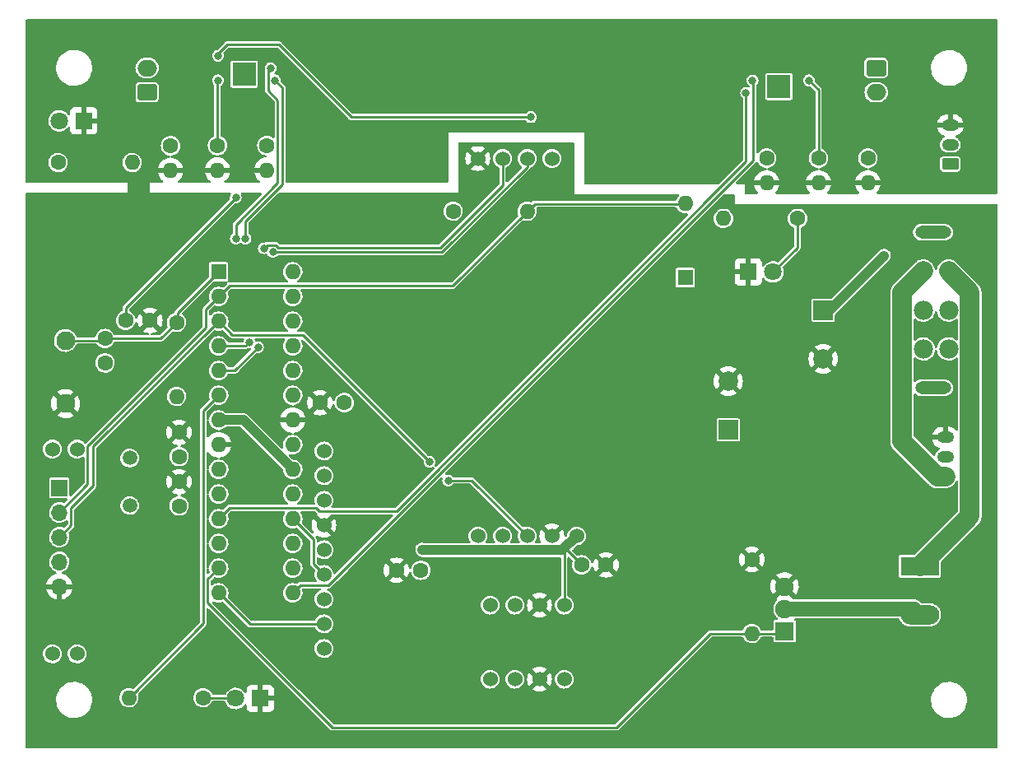
<source format=gbl>
G04 #@! TF.GenerationSoftware,KiCad,Pcbnew,(6.0.4)*
G04 #@! TF.CreationDate,2022-04-24T17:27:05+09:00*
G04 #@! TF.ProjectId,DERC_CanSat_2022,44455243-5f43-4616-9e53-61745f323032,rev?*
G04 #@! TF.SameCoordinates,Original*
G04 #@! TF.FileFunction,Copper,L2,Bot*
G04 #@! TF.FilePolarity,Positive*
%FSLAX46Y46*%
G04 Gerber Fmt 4.6, Leading zero omitted, Abs format (unit mm)*
G04 Created by KiCad (PCBNEW (6.0.4)) date 2022-04-24 17:27:05*
%MOMM*%
%LPD*%
G01*
G04 APERTURE LIST*
G04 Aperture macros list*
%AMRoundRect*
0 Rectangle with rounded corners*
0 $1 Rounding radius*
0 $2 $3 $4 $5 $6 $7 $8 $9 X,Y pos of 4 corners*
0 Add a 4 corners polygon primitive as box body*
4,1,4,$2,$3,$4,$5,$6,$7,$8,$9,$2,$3,0*
0 Add four circle primitives for the rounded corners*
1,1,$1+$1,$2,$3*
1,1,$1+$1,$4,$5*
1,1,$1+$1,$6,$7*
1,1,$1+$1,$8,$9*
0 Add four rect primitives between the rounded corners*
20,1,$1+$1,$2,$3,$4,$5,0*
20,1,$1+$1,$4,$5,$6,$7,0*
20,1,$1+$1,$6,$7,$8,$9,0*
20,1,$1+$1,$8,$9,$2,$3,0*%
G04 Aperture macros list end*
G04 #@! TA.AperFunction,ComponentPad*
%ADD10C,1.600000*%
G04 #@! TD*
G04 #@! TA.AperFunction,ComponentPad*
%ADD11O,1.600000X1.600000*%
G04 #@! TD*
G04 #@! TA.AperFunction,ComponentPad*
%ADD12RoundRect,0.250000X0.750000X-0.600000X0.750000X0.600000X-0.750000X0.600000X-0.750000X-0.600000X0*%
G04 #@! TD*
G04 #@! TA.AperFunction,ComponentPad*
%ADD13O,2.000000X1.700000*%
G04 #@! TD*
G04 #@! TA.AperFunction,ComponentPad*
%ADD14C,1.524000*%
G04 #@! TD*
G04 #@! TA.AperFunction,ComponentPad*
%ADD15R,2.000000X2.000000*%
G04 #@! TD*
G04 #@! TA.AperFunction,ComponentPad*
%ADD16C,2.000000*%
G04 #@! TD*
G04 #@! TA.AperFunction,ComponentPad*
%ADD17C,1.980000*%
G04 #@! TD*
G04 #@! TA.AperFunction,ComponentPad*
%ADD18O,3.700000X1.300000*%
G04 #@! TD*
G04 #@! TA.AperFunction,ComponentPad*
%ADD19R,1.905000X1.905000*%
G04 #@! TD*
G04 #@! TA.AperFunction,ComponentPad*
%ADD20C,1.905000*%
G04 #@! TD*
G04 #@! TA.AperFunction,ComponentPad*
%ADD21R,3.960000X1.980000*%
G04 #@! TD*
G04 #@! TA.AperFunction,ComponentPad*
%ADD22O,3.960000X1.980000*%
G04 #@! TD*
G04 #@! TA.AperFunction,ComponentPad*
%ADD23R,1.600000X1.600000*%
G04 #@! TD*
G04 #@! TA.AperFunction,ComponentPad*
%ADD24R,1.800000X1.800000*%
G04 #@! TD*
G04 #@! TA.AperFunction,ComponentPad*
%ADD25C,1.800000*%
G04 #@! TD*
G04 #@! TA.AperFunction,ComponentPad*
%ADD26C,1.500000*%
G04 #@! TD*
G04 #@! TA.AperFunction,ComponentPad*
%ADD27RoundRect,0.250000X-0.750000X0.600000X-0.750000X-0.600000X0.750000X-0.600000X0.750000X0.600000X0*%
G04 #@! TD*
G04 #@! TA.AperFunction,ComponentPad*
%ADD28C,1.950000*%
G04 #@! TD*
G04 #@! TA.AperFunction,ComponentPad*
%ADD29R,2.390000X2.390000*%
G04 #@! TD*
G04 #@! TA.AperFunction,ComponentPad*
%ADD30R,1.700000X1.700000*%
G04 #@! TD*
G04 #@! TA.AperFunction,ComponentPad*
%ADD31O,1.700000X1.700000*%
G04 #@! TD*
G04 #@! TA.AperFunction,ComponentPad*
%ADD32RoundRect,0.250000X0.625000X-0.350000X0.625000X0.350000X-0.625000X0.350000X-0.625000X-0.350000X0*%
G04 #@! TD*
G04 #@! TA.AperFunction,ComponentPad*
%ADD33O,1.750000X1.200000*%
G04 #@! TD*
G04 #@! TA.AperFunction,ViaPad*
%ADD34C,0.800000*%
G04 #@! TD*
G04 #@! TA.AperFunction,Conductor*
%ADD35C,0.250000*%
G04 #@! TD*
G04 #@! TA.AperFunction,Conductor*
%ADD36C,1.000000*%
G04 #@! TD*
G04 #@! TA.AperFunction,Conductor*
%ADD37C,2.000000*%
G04 #@! TD*
G04 #@! TA.AperFunction,Conductor*
%ADD38C,1.500000*%
G04 #@! TD*
G04 APERTURE END LIST*
D10*
G04 #@! TO.P,C4,1*
G04 #@! TO.N,Net-(C4-Pad1)*
X65786000Y-85050000D03*
G04 #@! TO.P,C4,2*
G04 #@! TO.N,GND1*
X65786000Y-82550000D03*
G04 #@! TD*
G04 #@! TO.P,R3,1*
G04 #@! TO.N,Net-(IC4-Pad7)*
X126238000Y-49276000D03*
D11*
G04 #@! TO.P,R3,2*
G04 #@! TO.N,GND1*
X126238000Y-51816000D03*
G04 #@! TD*
D10*
G04 #@! TO.P,R5,1*
G04 #@! TO.N,GND1*
X124714000Y-90551000D03*
D11*
G04 #@! TO.P,R5,2*
G04 #@! TO.N,Net-(Q1-Pad1)*
X124714000Y-98171000D03*
G04 #@! TD*
D12*
G04 #@! TO.P,M2,1,+*
G04 #@! TO.N,Net-(IC5-Pad8)*
X62500000Y-42500000D03*
D13*
G04 #@! TO.P,M2,2,-*
G04 #@! TO.N,Net-(IC5-Pad6)*
X62500000Y-40000000D03*
G04 #@! TD*
D14*
G04 #@! TO.P,U3,1,5V*
G04 #@! TO.N,+5V*
X106680000Y-88138000D03*
G04 #@! TO.P,U3,2,GND*
G04 #@! TO.N,GND1*
X104140000Y-88138000D03*
G04 #@! TO.P,U3,3,RXD*
G04 #@! TO.N,Net-(U1-Pad3)*
X101600000Y-88138000D03*
G04 #@! TO.P,U3,4,TXD*
G04 #@! TO.N,Net-(D1-Pad1)*
X99060000Y-88138000D03*
G04 #@! TO.P,U3,5,1PPS*
G04 #@! TO.N,unconnected-(U3-Pad5)*
X96520000Y-88138000D03*
G04 #@! TD*
D15*
G04 #@! TO.P,C9,1*
G04 #@! TO.N,+5V*
X122275600Y-77221477D03*
D16*
G04 #@! TO.P,C9,2*
G04 #@! TO.N,GND1*
X122275600Y-72221477D03*
G04 #@! TD*
D10*
G04 #@! TO.P,C3,1*
G04 #@! TO.N,Net-(C3-Pad1)*
X65786000Y-79970000D03*
G04 #@! TO.P,C3,2*
G04 #@! TO.N,GND1*
X65786000Y-77470000D03*
G04 #@! TD*
D17*
G04 #@! TO.P,S1,1,NC_1*
G04 #@! TO.N,unconnected-(S1-Pad1)*
X142354000Y-68897000D03*
G04 #@! TO.P,S1,2,COM_1*
G04 #@! TO.N,/BAT1*
X142354000Y-64897000D03*
G04 #@! TO.P,S1,3,NO_1*
G04 #@! TO.N,Net-(J2-Pad1)*
X142354000Y-60897000D03*
G04 #@! TO.P,S1,4,NC_2*
G04 #@! TO.N,unconnected-(S1-Pad4)*
X144954000Y-68897000D03*
G04 #@! TO.P,S1,5,COM_2*
G04 #@! TO.N,/BAT2*
X144954000Y-64897000D03*
G04 #@! TO.P,S1,6,NO_2*
G04 #@! TO.N,/BAT2_bSW*
X144954000Y-60897000D03*
D18*
G04 #@! TO.P,S1,7*
G04 #@! TO.N,N/C*
X143354000Y-56897000D03*
X143354000Y-72897000D03*
G04 #@! TD*
D19*
G04 #@! TO.P,Q1,1,G*
G04 #@! TO.N,Net-(Q1-Pad1)*
X128078000Y-97921000D03*
D20*
G04 #@! TO.P,Q1,2,D*
G04 #@! TO.N,Net-(J3-Pad2)*
X128078000Y-95631000D03*
G04 #@! TO.P,Q1,3,S*
G04 #@! TO.N,GND1*
X128078000Y-93341000D03*
G04 #@! TD*
D21*
G04 #@! TO.P,J3,1,Pin_1*
G04 #@! TO.N,/BAT2_bSW*
X142000000Y-91235000D03*
D22*
G04 #@! TO.P,J3,2,Pin_2*
G04 #@! TO.N,Net-(J3-Pad2)*
X142000000Y-96235000D03*
G04 #@! TD*
D10*
G04 #@! TO.P,R2,1*
G04 #@! TO.N,+3V3*
X93980000Y-54737000D03*
D11*
G04 #@! TO.P,R2,2*
G04 #@! TO.N,Net-(D1-Pad2)*
X101600000Y-54737000D03*
G04 #@! TD*
D10*
G04 #@! TO.P,R6,1*
G04 #@! TO.N,Net-(D2-Pad2)*
X68249800Y-104775000D03*
D11*
G04 #@! TO.P,R6,2*
G04 #@! TO.N,Net-(R6-Pad2)*
X60629800Y-104775000D03*
G04 #@! TD*
D23*
G04 #@! TO.P,D1,1,K*
G04 #@! TO.N,Net-(D1-Pad1)*
X117856000Y-61569600D03*
D11*
G04 #@! TO.P,D1,2,A*
G04 #@! TO.N,Net-(D1-Pad2)*
X117856000Y-53949600D03*
G04 #@! TD*
D10*
G04 #@! TO.P,C2,1*
G04 #@! TO.N,+5V*
X60294200Y-65963800D03*
G04 #@! TO.P,C2,2*
G04 #@! TO.N,GND1*
X62794200Y-65963800D03*
G04 #@! TD*
D24*
G04 #@! TO.P,D3,1,K*
G04 #@! TO.N,GND1*
X124353400Y-60985400D03*
D25*
G04 #@! TO.P,D3,2,A*
G04 #@! TO.N,Net-(D3-Pad2)*
X126893400Y-60985400D03*
G04 #@! TD*
D23*
G04 #@! TO.P,U1,1,~{RESET}/PC6*
G04 #@! TO.N,Net-(C5-Pad1)*
X69860000Y-60970000D03*
D11*
G04 #@! TO.P,U1,2,PD0*
G04 #@! TO.N,Net-(D1-Pad2)*
X69860000Y-63510000D03*
G04 #@! TO.P,U1,3,PD1*
G04 #@! TO.N,Net-(U1-Pad3)*
X69860000Y-66050000D03*
G04 #@! TO.P,U1,4,PD2*
G04 #@! TO.N,Net-(U1-Pad4)*
X69860000Y-68590000D03*
G04 #@! TO.P,U1,5,PD3*
G04 #@! TO.N,Net-(U1-Pad5)*
X69860000Y-71130000D03*
G04 #@! TO.P,U1,6,PD4*
G04 #@! TO.N,Net-(R6-Pad2)*
X69860000Y-73670000D03*
G04 #@! TO.P,U1,7,VCC*
G04 #@! TO.N,+5V*
X69860000Y-76210000D03*
G04 #@! TO.P,U1,8,GND*
G04 #@! TO.N,GND1*
X69860000Y-78750000D03*
G04 #@! TO.P,U1,9,XTAL1/PB6*
G04 #@! TO.N,Net-(C3-Pad1)*
X69860000Y-81290000D03*
G04 #@! TO.P,U1,10,XTAL2/PB7*
G04 #@! TO.N,Net-(C4-Pad1)*
X69860000Y-83830000D03*
G04 #@! TO.P,U1,11,PD5*
G04 #@! TO.N,/M1_IN_LOW*
X69860000Y-86370000D03*
G04 #@! TO.P,U1,12,PD6*
G04 #@! TO.N,/M2_IN_LOW*
X69860000Y-88910000D03*
G04 #@! TO.P,U1,13,PD7*
G04 #@! TO.N,Net-(Q1-Pad1)*
X69860000Y-91450000D03*
G04 #@! TO.P,U1,14,PB0*
G04 #@! TO.N,Net-(U1-Pad14)*
X69860000Y-93990000D03*
G04 #@! TO.P,U1,15,PB1*
G04 #@! TO.N,/M1_IN_PWM*
X77480000Y-93990000D03*
G04 #@! TO.P,U1,16,PB2*
G04 #@! TO.N,/M2_IN_PWM*
X77480000Y-91450000D03*
G04 #@! TO.P,U1,17,PB3*
G04 #@! TO.N,Net-(U1-Pad17)*
X77480000Y-88910000D03*
G04 #@! TO.P,U1,18,PB4*
G04 #@! TO.N,Net-(U1-Pad18)*
X77480000Y-86370000D03*
G04 #@! TO.P,U1,19,PB5*
G04 #@! TO.N,Net-(U1-Pad19)*
X77480000Y-83830000D03*
G04 #@! TO.P,U1,20,AVCC*
G04 #@! TO.N,+5V*
X77480000Y-81290000D03*
G04 #@! TO.P,U1,21,AREF*
G04 #@! TO.N,Net-(C1-Pad2)*
X77480000Y-78750000D03*
G04 #@! TO.P,U1,22,GND*
G04 #@! TO.N,GND1*
X77480000Y-76210000D03*
G04 #@! TO.P,U1,23,PC0*
G04 #@! TO.N,unconnected-(U1-Pad23)*
X77480000Y-73670000D03*
G04 #@! TO.P,U1,24,PC1*
G04 #@! TO.N,unconnected-(U1-Pad24)*
X77480000Y-71130000D03*
G04 #@! TO.P,U1,25,PC2*
G04 #@! TO.N,unconnected-(U1-Pad25)*
X77480000Y-68590000D03*
G04 #@! TO.P,U1,26,PC3*
G04 #@! TO.N,unconnected-(U1-Pad26)*
X77480000Y-66050000D03*
G04 #@! TO.P,U1,27,PC4*
G04 #@! TO.N,Net-(U1-Pad27)*
X77480000Y-63510000D03*
G04 #@! TO.P,U1,28,PC5*
G04 #@! TO.N,Net-(U1-Pad28)*
X77480000Y-60970000D03*
G04 #@! TD*
D26*
G04 #@! TO.P,Y1,1,1*
G04 #@! TO.N,Net-(C4-Pad1)*
X60706000Y-85000000D03*
G04 #@! TO.P,Y1,2,2*
G04 #@! TO.N,Net-(C3-Pad1)*
X60706000Y-80120000D03*
G04 #@! TD*
D14*
G04 #@! TO.P,U2,1,GND*
G04 #@! TO.N,GND1*
X96520000Y-49315000D03*
G04 #@! TO.P,U2,2,ECHO*
G04 #@! TO.N,Net-(U1-Pad4)*
X99060000Y-49315000D03*
G04 #@! TO.P,U2,3,TRIG*
G04 #@! TO.N,Net-(U1-Pad5)*
X101600000Y-49315000D03*
G04 #@! TO.P,U2,4,VCC*
G04 #@! TO.N,+5V*
X104140000Y-49315000D03*
G04 #@! TD*
D27*
G04 #@! TO.P,M1,1,+*
G04 #@! TO.N,Net-(IC4-Pad8)*
X137500000Y-40000000D03*
D13*
G04 #@! TO.P,M1,2,-*
G04 #@! TO.N,Net-(IC4-Pad6)*
X137500000Y-42500000D03*
G04 #@! TD*
D10*
G04 #@! TO.P,R8,1*
G04 #@! TO.N,Net-(IC5-Pad7)*
X69737500Y-47977000D03*
D11*
G04 #@! TO.P,R8,2*
G04 #@! TO.N,GND1*
X69737500Y-50517000D03*
G04 #@! TD*
D14*
G04 #@! TO.P,U5,1,VIN*
G04 #@! TO.N,+5V*
X105410000Y-95250000D03*
G04 #@! TO.P,U5,2,GND*
G04 #@! TO.N,GND1*
X102870000Y-95250000D03*
G04 #@! TO.P,U5,3,SDA*
G04 #@! TO.N,Net-(U1-Pad27)*
X100330000Y-95250000D03*
G04 #@! TO.P,U5,4,SCL*
G04 #@! TO.N,Net-(U1-Pad28)*
X97790000Y-95250000D03*
G04 #@! TO.P,U5,5*
G04 #@! TO.N,N/C*
X105410000Y-102870000D03*
G04 #@! TO.P,U5,6*
G04 #@! TO.N,GND1*
X102870000Y-102870000D03*
G04 #@! TO.P,U5,7*
G04 #@! TO.N,N/C*
X100330000Y-102870000D03*
G04 #@! TO.P,U5,8*
X97790000Y-102870000D03*
G04 #@! TD*
D10*
G04 #@! TO.P,C6,1*
G04 #@! TO.N,+5V*
X90652600Y-91668600D03*
G04 #@! TO.P,C6,2*
G04 #@! TO.N,GND1*
X88152600Y-91668600D03*
G04 #@! TD*
D28*
G04 #@! TO.P,SW2,1*
G04 #@! TO.N,Net-(C5-Pad1)*
X54102000Y-68030500D03*
G04 #@! TO.P,SW2,2*
G04 #@! TO.N,GND1*
X54102000Y-74530500D03*
G04 #@! TD*
D29*
G04 #@! TO.P,IC5,9,EP*
G04 #@! TO.N,unconnected-(IC5-Pad9)*
X72500000Y-40640000D03*
G04 #@! TD*
D10*
G04 #@! TO.P,C7,1*
G04 #@! TO.N,+5V*
X107208000Y-91109800D03*
G04 #@! TO.P,C7,2*
G04 #@! TO.N,GND1*
X109708000Y-91109800D03*
G04 #@! TD*
G04 #@! TO.P,R4,1*
G04 #@! TO.N,Net-(IC5-Pad7)*
X64911500Y-48006000D03*
D11*
G04 #@! TO.P,R4,2*
G04 #@! TO.N,GND1*
X64911500Y-50546000D03*
G04 #@! TD*
D30*
G04 #@! TO.P,U6,1,RESET*
G04 #@! TO.N,Net-(C5-Pad2)*
X53467000Y-83190000D03*
D31*
G04 #@! TO.P,U6,2,RXD*
G04 #@! TO.N,Net-(D1-Pad2)*
X53467000Y-85730000D03*
G04 #@! TO.P,U6,3,TXD*
G04 #@! TO.N,Net-(U1-Pad3)*
X53467000Y-88270000D03*
G04 #@! TO.P,U6,4,VCC*
G04 #@! TO.N,+5V*
X53467000Y-90810000D03*
G04 #@! TO.P,U6,5,GND*
G04 #@! TO.N,GND1*
X53467000Y-93350000D03*
G04 #@! TD*
D32*
G04 #@! TO.P,J2,1,Pin_1*
G04 #@! TO.N,Net-(J2-Pad1)*
X144611000Y-82010000D03*
D33*
G04 #@! TO.P,J2,2*
G04 #@! TO.N,N/C*
X144611000Y-80010000D03*
G04 #@! TO.P,J2,3,Pin_2*
G04 #@! TO.N,GND1*
X144611000Y-78010000D03*
G04 #@! TD*
D32*
G04 #@! TO.P,J1,1,Pin_1*
G04 #@! TO.N,/BAT2_bSW*
X145119000Y-49879000D03*
D33*
G04 #@! TO.P,J1,2*
G04 #@! TO.N,N/C*
X145119000Y-47879000D03*
G04 #@! TO.P,J1,3,Pin_2*
G04 #@! TO.N,GND1*
X145119000Y-45879000D03*
G04 #@! TD*
D10*
G04 #@! TO.P,C1,1*
G04 #@! TO.N,GND1*
X80284000Y-74422000D03*
G04 #@! TO.P,C1,2*
G04 #@! TO.N,Net-(C1-Pad2)*
X82784000Y-74422000D03*
G04 #@! TD*
G04 #@! TO.P,R7,1*
G04 #@! TO.N,Net-(IC4-Pad7)*
X131572000Y-49276000D03*
D11*
G04 #@! TO.P,R7,2*
G04 #@! TO.N,GND1*
X131572000Y-51816000D03*
G04 #@! TD*
D24*
G04 #@! TO.P,D4,1,K*
G04 #@! TO.N,GND1*
X55986600Y-45440600D03*
D25*
G04 #@! TO.P,D4,2,A*
G04 #@! TO.N,Net-(D4-Pad2)*
X53446600Y-45440600D03*
G04 #@! TD*
D10*
G04 #@! TO.P,R10,1*
G04 #@! TO.N,Net-(IC5-Pad7)*
X74817500Y-47977000D03*
D11*
G04 #@! TO.P,R10,2*
G04 #@! TO.N,GND1*
X74817500Y-50517000D03*
G04 #@! TD*
D10*
G04 #@! TO.P,R11,1*
G04 #@! TO.N,Net-(D3-Pad2)*
X129413000Y-55473600D03*
D11*
G04 #@! TO.P,R11,2*
G04 #@! TO.N,+5V*
X121793000Y-55473600D03*
G04 #@! TD*
D10*
G04 #@! TO.P,R1,1*
G04 #@! TO.N,Net-(C5-Pad1)*
X65532000Y-66167000D03*
D11*
G04 #@! TO.P,R1,2*
G04 #@! TO.N,+5V*
X65532000Y-73787000D03*
G04 #@! TD*
D29*
G04 #@! TO.P,IC4,9,EP*
G04 #@! TO.N,unconnected-(IC4-Pad9)*
X127500000Y-41910000D03*
G04 #@! TD*
D15*
G04 #@! TO.P,C8,1*
G04 #@! TO.N,/BAT2*
X132054600Y-64916923D03*
D16*
G04 #@! TO.P,C8,2*
G04 #@! TO.N,GND1*
X132054600Y-69916923D03*
G04 #@! TD*
D10*
G04 #@! TO.P,R12,1*
G04 #@! TO.N,Net-(D4-Pad2)*
X53340000Y-49733200D03*
D11*
G04 #@! TO.P,R12,2*
G04 #@! TO.N,+3.3VA*
X60960000Y-49733200D03*
G04 #@! TD*
D24*
G04 #@! TO.P,D2,1,K*
G04 #@! TO.N,GND1*
X74147600Y-104851200D03*
D25*
G04 #@! TO.P,D2,2,A*
G04 #@! TO.N,Net-(D2-Pad2)*
X71607600Y-104851200D03*
G04 #@! TD*
D10*
G04 #@! TO.P,R9,1*
G04 #@! TO.N,Net-(IC4-Pad7)*
X136652000Y-49276000D03*
D11*
G04 #@! TO.P,R9,2*
G04 #@! TO.N,GND1*
X136652000Y-51816000D03*
G04 #@! TD*
D10*
G04 #@! TO.P,C5,1*
G04 #@! TO.N,Net-(C5-Pad1)*
X58166000Y-67838000D03*
G04 #@! TO.P,C5,2*
G04 #@! TO.N,Net-(C5-Pad2)*
X58166000Y-70338000D03*
G04 #@! TD*
D14*
G04 #@! TO.P,U4,1,5V*
G04 #@! TO.N,+5V*
X80695800Y-79400400D03*
G04 #@! TO.P,U4,2*
G04 #@! TO.N,unconnected-(U4-Pad2)*
X80695800Y-81940400D03*
G04 #@! TO.P,U4,3*
G04 #@! TO.N,unconnected-(U4-Pad3)*
X80695800Y-84480400D03*
G04 #@! TO.P,U4,4,GND*
G04 #@! TO.N,GND1*
X80695800Y-87020400D03*
G04 #@! TO.P,U4,5,CLK(SCL)*
G04 #@! TO.N,Net-(U1-Pad19)*
X80695800Y-89560400D03*
G04 #@! TO.P,U4,6,DAT(MISO)*
G04 #@! TO.N,Net-(U1-Pad18)*
X80695800Y-92100400D03*
G04 #@! TO.P,U4,7,CMD(MOSI)*
G04 #@! TO.N,Net-(U1-Pad17)*
X80695800Y-94640400D03*
G04 #@! TO.P,U4,8,CS(SS)*
G04 #@! TO.N,Net-(U1-Pad14)*
X80695800Y-97180400D03*
G04 #@! TO.P,U4,9*
G04 #@! TO.N,unconnected-(U4-Pad9)*
X80695800Y-99720400D03*
G04 #@! TO.P,U4,10*
G04 #@! TO.N,N/C*
X55295800Y-79200400D03*
X52755800Y-79200400D03*
G04 #@! TO.P,U4,11*
X52755800Y-100260400D03*
X55295800Y-100260400D03*
G04 #@! TD*
D34*
G04 #@! TO.N,GND1*
X68072000Y-41275000D03*
X77292200Y-50495200D03*
X126492000Y-44323000D03*
X143535400Y-66827400D03*
X55905400Y-47701200D03*
X78700301Y-77481101D03*
X79171800Y-81330800D03*
X74701400Y-82626200D03*
X143535400Y-74803000D03*
X133807200Y-57531000D03*
X132080000Y-41275000D03*
X73406000Y-63754000D03*
X82931000Y-54102000D03*
X128981200Y-50546000D03*
X72288400Y-87706200D03*
X92329000Y-54229000D03*
X72263000Y-49352200D03*
X106984800Y-55346600D03*
X72948800Y-98044000D03*
X72517000Y-38735000D03*
X96520000Y-65786000D03*
X72263000Y-54356000D03*
X78613000Y-64897000D03*
X137312400Y-62738000D03*
X101981000Y-42037000D03*
X147650200Y-60934600D03*
X52959000Y-55626000D03*
X141097000Y-55118000D03*
X104597200Y-52527200D03*
X95631000Y-51816000D03*
X143560800Y-71018400D03*
G04 #@! TO.N,+5V*
X71628000Y-53340000D03*
X90805000Y-89535000D03*
G04 #@! TO.N,/BAT2*
X138303000Y-59309000D03*
X69788000Y-38735000D03*
X101980000Y-45061000D03*
G04 #@! TO.N,/M1_IN_PWM*
X124788000Y-41275000D03*
G04 #@! TO.N,/M1_IN_LOW*
X124116500Y-42545000D03*
G04 #@! TO.N,/M2_IN_PWM*
X75654500Y-41275000D03*
X72628536Y-57546464D03*
G04 #@! TO.N,/M2_IN_LOW*
X75212000Y-40005000D03*
X71628000Y-57531000D03*
G04 #@! TO.N,Net-(IC5-Pad7)*
X69788000Y-41275000D03*
G04 #@! TO.N,Net-(U1-Pad3)*
X93472000Y-82423000D03*
X91567000Y-80518000D03*
G04 #@! TO.N,Net-(U1-Pad4)*
X74514581Y-58545506D03*
X73025000Y-68199000D03*
G04 #@! TO.N,Net-(U1-Pad5)*
X75438000Y-58928000D03*
X73914000Y-68707000D03*
G04 #@! TO.N,Net-(IC4-Pad7)*
X130581400Y-41275000D03*
G04 #@! TD*
D35*
G04 #@! TO.N,+5V*
X71628000Y-53340000D02*
X60294200Y-64673800D01*
D36*
X105218489Y-89599511D02*
X106680000Y-88138000D01*
D35*
X107208000Y-91109800D02*
X105697711Y-89599511D01*
X105697711Y-89599511D02*
X105218489Y-89599511D01*
X60294200Y-64673800D02*
X60294200Y-65963800D01*
X105410000Y-89791022D02*
X105218489Y-89599511D01*
D36*
X69860000Y-76210000D02*
X72400000Y-76210000D01*
X90805000Y-89535000D02*
X90869511Y-89599511D01*
D35*
X105410000Y-95250000D02*
X105410000Y-89791022D01*
D36*
X72400000Y-76210000D02*
X77480000Y-81290000D01*
X90869511Y-89599511D02*
X105218489Y-89599511D01*
D35*
G04 #@! TO.N,/BAT2*
X69723000Y-38608000D02*
X69723000Y-38670000D01*
D36*
X132054600Y-64916923D02*
X132695077Y-64916923D01*
D35*
X76073000Y-37592000D02*
X70739000Y-37592000D01*
X83542000Y-45061000D02*
X76073000Y-37592000D01*
X101980000Y-45061000D02*
X83542000Y-45061000D01*
X69723000Y-38670000D02*
X69788000Y-38735000D01*
X70739000Y-37592000D02*
X69723000Y-38608000D01*
D36*
X132695077Y-64916923D02*
X138303000Y-59309000D01*
D35*
G04 #@! TO.N,/M1_IN_PWM*
X81170559Y-93190001D02*
X118988560Y-55372000D01*
X118999000Y-55372000D02*
X124841000Y-49530000D01*
X118988560Y-55372000D02*
X118999000Y-55372000D01*
X78279999Y-93190001D02*
X81170559Y-93190001D01*
X77480000Y-93990000D02*
X78279999Y-93190001D01*
X124841000Y-41328000D02*
X124788000Y-41275000D01*
X124841000Y-49530000D02*
X124841000Y-41328000D01*
G04 #@! TO.N,/M1_IN_LOW*
X70984511Y-85245489D02*
X79911489Y-85245489D01*
X80248511Y-85582511D02*
X88142331Y-85582511D01*
X69860000Y-86370000D02*
X70984511Y-85245489D01*
X79911489Y-85245489D02*
X80248511Y-85582511D01*
X124116500Y-49608342D02*
X124116500Y-42545000D01*
X88142331Y-85582511D02*
X124116500Y-49608342D01*
G04 #@! TO.N,/M2_IN_PWM*
X75654500Y-41275000D02*
X76391531Y-42012031D01*
X76391531Y-52006187D02*
X76128208Y-52269509D01*
X76391531Y-42012031D02*
X76391531Y-52006187D01*
X76128208Y-52269509D02*
X72628536Y-55769181D01*
X72628536Y-55769181D02*
X72628536Y-57546464D01*
G04 #@! TO.N,/M2_IN_LOW*
X71628000Y-56134000D02*
X75942011Y-51819989D01*
X75942011Y-43303011D02*
X74930000Y-42291000D01*
X74930000Y-42291000D02*
X74930000Y-40287000D01*
X71628000Y-57531000D02*
X71628000Y-56134000D01*
X74930000Y-40287000D02*
X75212000Y-40005000D01*
X75942011Y-51819989D02*
X75942011Y-43303011D01*
G04 #@! TO.N,Net-(IC5-Pad7)*
X69737500Y-41325500D02*
X69788000Y-41275000D01*
X69737500Y-47977000D02*
X69737500Y-41325500D01*
D37*
G04 #@! TO.N,Net-(J2-Pad1)*
X143791095Y-82010000D02*
X144611000Y-82010000D01*
X140164489Y-78383394D02*
X143791095Y-82010000D01*
X142354000Y-60897000D02*
X140164489Y-63086511D01*
X140164489Y-63086511D02*
X140164489Y-78383394D01*
D35*
G04 #@! TO.N,Net-(C5-Pad1)*
X54102000Y-68030500D02*
X57718100Y-68030500D01*
X69860000Y-60970000D02*
X65659000Y-65171000D01*
X65659000Y-65171000D02*
X65659000Y-66040000D01*
X65659000Y-66040000D02*
X65532000Y-66167000D01*
X57910600Y-67838000D02*
X57718100Y-68030500D01*
X58166000Y-67838000D02*
X63861000Y-67838000D01*
X63861000Y-67838000D02*
X65532000Y-66167000D01*
X58166000Y-67838000D02*
X57910600Y-67838000D01*
G04 #@! TO.N,Net-(U1-Pad3)*
X56969500Y-82933700D02*
X56969500Y-78940500D01*
X78514489Y-67465489D02*
X71275489Y-67465489D01*
X91567000Y-80518000D02*
X78514489Y-67465489D01*
X101600000Y-88138000D02*
X95885000Y-82423000D01*
X54686200Y-85217000D02*
X56969500Y-82933700D01*
X53467000Y-88270000D02*
X54686200Y-87050800D01*
X54686200Y-87050800D02*
X54686200Y-85217000D01*
X95885000Y-82423000D02*
X93472000Y-82423000D01*
X56969500Y-78940500D02*
X69860000Y-66050000D01*
X71275489Y-67465489D02*
X69860000Y-66050000D01*
G04 #@! TO.N,Net-(U1-Pad4)*
X99060000Y-52069282D02*
X92658482Y-58470800D01*
X74514581Y-58545506D02*
X74856598Y-58203489D01*
X92658482Y-58470800D02*
X76005414Y-58470800D01*
X75738103Y-58203489D02*
X76005414Y-58470800D01*
X69860000Y-68590000D02*
X72634000Y-68590000D01*
X72634000Y-68590000D02*
X73025000Y-68199000D01*
X74856598Y-58203489D02*
X75738103Y-58203489D01*
X99060000Y-49315000D02*
X99060000Y-52069282D01*
G04 #@! TO.N,Net-(U1-Pad5)*
X92837000Y-58928000D02*
X101600000Y-50165000D01*
X101600000Y-50165000D02*
X101600000Y-49315000D01*
X75438000Y-58928000D02*
X92837000Y-58928000D01*
X69860000Y-71130000D02*
X71491000Y-71130000D01*
X71491000Y-71130000D02*
X73914000Y-68707000D01*
G04 #@! TO.N,Net-(D1-Pad2)*
X69860000Y-63510000D02*
X70984511Y-62385489D01*
X69860000Y-63510000D02*
X68551541Y-64818459D01*
X68551541Y-64818459D02*
X68551541Y-66722741D01*
X56382311Y-78891971D02*
X56382311Y-82814689D01*
X68551541Y-66722741D02*
X56382311Y-78891971D01*
X117983000Y-53975000D02*
X102362000Y-53975000D01*
X102362000Y-53975000D02*
X101600000Y-54737000D01*
X56382311Y-82814689D02*
X53467000Y-85730000D01*
X93951511Y-62385489D02*
X101600000Y-54737000D01*
X70984511Y-62385489D02*
X93951511Y-62385489D01*
G04 #@! TO.N,Net-(U1-Pad14)*
X73066000Y-97196000D02*
X69860000Y-93990000D01*
X80708000Y-97196000D02*
X73066000Y-97196000D01*
G04 #@! TO.N,Net-(U1-Pad18)*
X77480000Y-86370000D02*
X79603600Y-88493600D01*
X79603600Y-88493600D02*
X79603600Y-91008200D01*
X79603600Y-91008200D02*
X80695800Y-92100400D01*
G04 #@! TO.N,Net-(R6-Pad2)*
X69860000Y-73670000D02*
X68285969Y-75244031D01*
X68285969Y-97118831D02*
X60629800Y-104775000D01*
X68285969Y-75244031D02*
X68285969Y-97118831D01*
G04 #@! TO.N,Net-(Q1-Pad1)*
X69860000Y-91450000D02*
X68735489Y-92574511D01*
X110813000Y-107823000D02*
X120465000Y-98171000D01*
X127828000Y-98171000D02*
X128078000Y-97921000D01*
X68735489Y-92574511D02*
X68735489Y-95024489D01*
X120465000Y-98171000D02*
X124714000Y-98171000D01*
X68735489Y-95024489D02*
X81534000Y-107823000D01*
X81534000Y-107823000D02*
X110813000Y-107823000D01*
X124714000Y-98171000D02*
X127828000Y-98171000D01*
D38*
G04 #@! TO.N,Net-(J3-Pad2)*
X141396000Y-95631000D02*
X142000000Y-96235000D01*
X128078000Y-95631000D02*
X141396000Y-95631000D01*
D35*
G04 #@! TO.N,Net-(D2-Pad2)*
X68249800Y-104775000D02*
X71531400Y-104775000D01*
X71531400Y-104775000D02*
X71607600Y-104851200D01*
D37*
G04 #@! TO.N,/BAT2_bSW*
X147143511Y-63086511D02*
X147143511Y-86091489D01*
X144954000Y-60897000D02*
X147143511Y-63086511D01*
X147143511Y-86091489D02*
X142000000Y-91235000D01*
D35*
G04 #@! TO.N,Net-(D3-Pad2)*
X129413000Y-58465800D02*
X126893400Y-60985400D01*
X129413000Y-55473600D02*
X129413000Y-58465800D01*
G04 #@! TO.N,Net-(IC4-Pad7)*
X131572000Y-42265600D02*
X131572000Y-49276000D01*
X130581400Y-41275000D02*
X131572000Y-42265600D01*
G04 #@! TD*
G04 #@! TA.AperFunction,Conductor*
G04 #@! TO.N,GND1*
G36*
X149941121Y-35021002D02*
G01*
X149987614Y-35074658D01*
X149999000Y-35127000D01*
X149999000Y-52833000D01*
X149978998Y-52901121D01*
X149925342Y-52947614D01*
X149873000Y-52959000D01*
X137662981Y-52959000D01*
X137594860Y-52938998D01*
X137548367Y-52885342D01*
X137538263Y-52815068D01*
X137567757Y-52750488D01*
X137573886Y-52743905D01*
X137653916Y-52663875D01*
X137660972Y-52655467D01*
X137785931Y-52477007D01*
X137791414Y-52467511D01*
X137883490Y-52270053D01*
X137887236Y-52259761D01*
X137933394Y-52087497D01*
X137933058Y-52073401D01*
X137925116Y-52070000D01*
X135384033Y-52070000D01*
X135370502Y-52073973D01*
X135369273Y-52082522D01*
X135416764Y-52259761D01*
X135420510Y-52270053D01*
X135512586Y-52467511D01*
X135518069Y-52477007D01*
X135643028Y-52655467D01*
X135650084Y-52663875D01*
X135730114Y-52743905D01*
X135764140Y-52806217D01*
X135759075Y-52877032D01*
X135716528Y-52933868D01*
X135650008Y-52958679D01*
X135641019Y-52959000D01*
X132582981Y-52959000D01*
X132514860Y-52938998D01*
X132468367Y-52885342D01*
X132458263Y-52815068D01*
X132487757Y-52750488D01*
X132493886Y-52743905D01*
X132573916Y-52663875D01*
X132580972Y-52655467D01*
X132705931Y-52477007D01*
X132711414Y-52467511D01*
X132803490Y-52270053D01*
X132807236Y-52259761D01*
X132853394Y-52087497D01*
X132853058Y-52073401D01*
X132845116Y-52070000D01*
X130304033Y-52070000D01*
X130290502Y-52073973D01*
X130289273Y-52082522D01*
X130336764Y-52259761D01*
X130340510Y-52270053D01*
X130432586Y-52467511D01*
X130438069Y-52477007D01*
X130563028Y-52655467D01*
X130570084Y-52663875D01*
X130650114Y-52743905D01*
X130684140Y-52806217D01*
X130679075Y-52877032D01*
X130636528Y-52933868D01*
X130570008Y-52958679D01*
X130561019Y-52959000D01*
X127248981Y-52959000D01*
X127180860Y-52938998D01*
X127134367Y-52885342D01*
X127124263Y-52815068D01*
X127153757Y-52750488D01*
X127159886Y-52743905D01*
X127239916Y-52663875D01*
X127246972Y-52655467D01*
X127371931Y-52477007D01*
X127377414Y-52467511D01*
X127469490Y-52270053D01*
X127473236Y-52259761D01*
X127519394Y-52087497D01*
X127519058Y-52073401D01*
X127511116Y-52070000D01*
X124970033Y-52070000D01*
X124956502Y-52073973D01*
X124955273Y-52082522D01*
X125002764Y-52259761D01*
X125006510Y-52270053D01*
X125098586Y-52467511D01*
X125104069Y-52477007D01*
X125229028Y-52655467D01*
X125236084Y-52663875D01*
X125316114Y-52743905D01*
X125350140Y-52806217D01*
X125345075Y-52877032D01*
X125302528Y-52933868D01*
X125236008Y-52958679D01*
X125227019Y-52959000D01*
X124078000Y-52959000D01*
X124009879Y-52938998D01*
X123963386Y-52885342D01*
X123952000Y-52833000D01*
X123952000Y-51943000D01*
X123192516Y-51943000D01*
X123124395Y-51922998D01*
X123077902Y-51869342D01*
X123067798Y-51799068D01*
X123097292Y-51734488D01*
X123103421Y-51727905D01*
X125057215Y-49774111D01*
X125065319Y-49766684D01*
X125085749Y-49749541D01*
X125094194Y-49742455D01*
X125104094Y-49725307D01*
X125113039Y-49709815D01*
X125118940Y-49700551D01*
X125121572Y-49696792D01*
X125177025Y-49652461D01*
X125247644Y-49645147D01*
X125311007Y-49677174D01*
X125336852Y-49711457D01*
X125392944Y-49820601D01*
X125514818Y-49974369D01*
X125519511Y-49978363D01*
X125519512Y-49978364D01*
X125557532Y-50010721D01*
X125664238Y-50101535D01*
X125669616Y-50104541D01*
X125669618Y-50104542D01*
X125723000Y-50134376D01*
X125835513Y-50197257D01*
X126022118Y-50257889D01*
X126059162Y-50262306D01*
X126088443Y-50265798D01*
X126153716Y-50293726D01*
X126193529Y-50352509D01*
X126195241Y-50423485D01*
X126158308Y-50484119D01*
X126094458Y-50515161D01*
X126084505Y-50516433D01*
X126015480Y-50522472D01*
X126004688Y-50524375D01*
X125794239Y-50580764D01*
X125783947Y-50584510D01*
X125586489Y-50676586D01*
X125576993Y-50682069D01*
X125398533Y-50807028D01*
X125390125Y-50814084D01*
X125236084Y-50968125D01*
X125229028Y-50976533D01*
X125104069Y-51154993D01*
X125098586Y-51164489D01*
X125006510Y-51361947D01*
X125002764Y-51372239D01*
X124956606Y-51544503D01*
X124956942Y-51558599D01*
X124964884Y-51562000D01*
X127505967Y-51562000D01*
X127519498Y-51558027D01*
X127520727Y-51549478D01*
X127473236Y-51372239D01*
X127469490Y-51361947D01*
X127377414Y-51164489D01*
X127371931Y-51154993D01*
X127246972Y-50976533D01*
X127239916Y-50968125D01*
X127085875Y-50814084D01*
X127077467Y-50807028D01*
X126899007Y-50682069D01*
X126889511Y-50676586D01*
X126692053Y-50584510D01*
X126681761Y-50580764D01*
X126471312Y-50524375D01*
X126460520Y-50522472D01*
X126405520Y-50517660D01*
X126339402Y-50491797D01*
X126297762Y-50434293D01*
X126293821Y-50363406D01*
X126328830Y-50301642D01*
X126391674Y-50268609D01*
X126405766Y-50266658D01*
X126406430Y-50266541D01*
X126412576Y-50266068D01*
X126601556Y-50213303D01*
X126776689Y-50124837D01*
X126792881Y-50112187D01*
X126916778Y-50015388D01*
X126931303Y-50004040D01*
X126950316Y-49982014D01*
X127055485Y-49860173D01*
X127055485Y-49860172D01*
X127059509Y-49855511D01*
X127066193Y-49843746D01*
X127109970Y-49766684D01*
X127156425Y-49684909D01*
X127218358Y-49498732D01*
X127242949Y-49304071D01*
X127243341Y-49276000D01*
X127224194Y-49080728D01*
X127222413Y-49074829D01*
X127222412Y-49074824D01*
X127169265Y-48898793D01*
X127167484Y-48892894D01*
X127075370Y-48719653D01*
X126951361Y-48567602D01*
X126800180Y-48442535D01*
X126627585Y-48349213D01*
X126497542Y-48308958D01*
X126446039Y-48293015D01*
X126446036Y-48293014D01*
X126440152Y-48291193D01*
X126434027Y-48290549D01*
X126434026Y-48290549D01*
X126251147Y-48271327D01*
X126251146Y-48271327D01*
X126245019Y-48270683D01*
X126122383Y-48281844D01*
X126055759Y-48287907D01*
X126055758Y-48287907D01*
X126049618Y-48288466D01*
X126043704Y-48290207D01*
X126043702Y-48290207D01*
X125914734Y-48328165D01*
X125861393Y-48343864D01*
X125855928Y-48346721D01*
X125692972Y-48431912D01*
X125692968Y-48431915D01*
X125687512Y-48434767D01*
X125682712Y-48438627D01*
X125682711Y-48438627D01*
X125648326Y-48466273D01*
X125534600Y-48557711D01*
X125408480Y-48708016D01*
X125405514Y-48713412D01*
X125405511Y-48713416D01*
X125402915Y-48718138D01*
X125352571Y-48768197D01*
X125283154Y-48783091D01*
X125216705Y-48758091D01*
X125174320Y-48701135D01*
X125166500Y-48657438D01*
X125166500Y-43124748D01*
X126104500Y-43124748D01*
X126105707Y-43130816D01*
X126110286Y-43153834D01*
X126116133Y-43183231D01*
X126160448Y-43249552D01*
X126226769Y-43293867D01*
X126238938Y-43296288D01*
X126238939Y-43296288D01*
X126279184Y-43304293D01*
X126285252Y-43305500D01*
X128714748Y-43305500D01*
X128720816Y-43304293D01*
X128761061Y-43296288D01*
X128761062Y-43296288D01*
X128773231Y-43293867D01*
X128839552Y-43249552D01*
X128883867Y-43183231D01*
X128889715Y-43153834D01*
X128894293Y-43130816D01*
X128895500Y-43124748D01*
X128895500Y-41275000D01*
X129975718Y-41275000D01*
X129996356Y-41431762D01*
X130056864Y-41577841D01*
X130153118Y-41703282D01*
X130159664Y-41708305D01*
X130169648Y-41715966D01*
X130278559Y-41799536D01*
X130424638Y-41860044D01*
X130432826Y-41861122D01*
X130452955Y-41863772D01*
X130581400Y-41880682D01*
X130648243Y-41871882D01*
X130718390Y-41882821D01*
X130753783Y-41907709D01*
X131209595Y-42363521D01*
X131243621Y-42425833D01*
X131246500Y-42452616D01*
X131246500Y-48240837D01*
X131226498Y-48308958D01*
X131178876Y-48352498D01*
X131026976Y-48431910D01*
X131026972Y-48431912D01*
X131021512Y-48434767D01*
X131016712Y-48438627D01*
X131016711Y-48438627D01*
X130982326Y-48466273D01*
X130868600Y-48557711D01*
X130742480Y-48708016D01*
X130739516Y-48713408D01*
X130739513Y-48713412D01*
X130663847Y-48851048D01*
X130647956Y-48879954D01*
X130588628Y-49066978D01*
X130566757Y-49261963D01*
X130583175Y-49457483D01*
X130637258Y-49646091D01*
X130653417Y-49677533D01*
X130724123Y-49815113D01*
X130724126Y-49815117D01*
X130726944Y-49820601D01*
X130848818Y-49974369D01*
X130853511Y-49978363D01*
X130853512Y-49978364D01*
X130891532Y-50010721D01*
X130998238Y-50101535D01*
X131003616Y-50104541D01*
X131003618Y-50104542D01*
X131057000Y-50134376D01*
X131169513Y-50197257D01*
X131356118Y-50257889D01*
X131393162Y-50262306D01*
X131422443Y-50265798D01*
X131487716Y-50293726D01*
X131527529Y-50352509D01*
X131529241Y-50423485D01*
X131492308Y-50484119D01*
X131428458Y-50515161D01*
X131418505Y-50516433D01*
X131349480Y-50522472D01*
X131338688Y-50524375D01*
X131128239Y-50580764D01*
X131117947Y-50584510D01*
X130920489Y-50676586D01*
X130910993Y-50682069D01*
X130732533Y-50807028D01*
X130724125Y-50814084D01*
X130570084Y-50968125D01*
X130563028Y-50976533D01*
X130438069Y-51154993D01*
X130432586Y-51164489D01*
X130340510Y-51361947D01*
X130336764Y-51372239D01*
X130290606Y-51544503D01*
X130290942Y-51558599D01*
X130298884Y-51562000D01*
X132839967Y-51562000D01*
X132853498Y-51558027D01*
X132854727Y-51549478D01*
X132853394Y-51544503D01*
X135370606Y-51544503D01*
X135370942Y-51558599D01*
X135378884Y-51562000D01*
X137919967Y-51562000D01*
X137933498Y-51558027D01*
X137934727Y-51549478D01*
X137887236Y-51372239D01*
X137883490Y-51361947D01*
X137791414Y-51164489D01*
X137785931Y-51154993D01*
X137660972Y-50976533D01*
X137653916Y-50968125D01*
X137499875Y-50814084D01*
X137491467Y-50807028D01*
X137313007Y-50682069D01*
X137303511Y-50676586D01*
X137106053Y-50584510D01*
X137095761Y-50580764D01*
X136885312Y-50524375D01*
X136874520Y-50522472D01*
X136819520Y-50517660D01*
X136753402Y-50491797D01*
X136711762Y-50434293D01*
X136707821Y-50363406D01*
X136742830Y-50301642D01*
X136778611Y-50282834D01*
X144043500Y-50282834D01*
X144046481Y-50314369D01*
X144091366Y-50442184D01*
X144096958Y-50449754D01*
X144096959Y-50449757D01*
X144122340Y-50484119D01*
X144171850Y-50551150D01*
X144179421Y-50556742D01*
X144273243Y-50626041D01*
X144273246Y-50626042D01*
X144280816Y-50631634D01*
X144408631Y-50676519D01*
X144416277Y-50677242D01*
X144416278Y-50677242D01*
X144422248Y-50677806D01*
X144440166Y-50679500D01*
X145797834Y-50679500D01*
X145815752Y-50677806D01*
X145821722Y-50677242D01*
X145821723Y-50677242D01*
X145829369Y-50676519D01*
X145957184Y-50631634D01*
X145964754Y-50626042D01*
X145964757Y-50626041D01*
X146058579Y-50556742D01*
X146066150Y-50551150D01*
X146115660Y-50484119D01*
X146141041Y-50449757D01*
X146141042Y-50449754D01*
X146146634Y-50442184D01*
X146191519Y-50314369D01*
X146194500Y-50282834D01*
X146194500Y-49475166D01*
X146191519Y-49443631D01*
X146146634Y-49315816D01*
X146141042Y-49308246D01*
X146141041Y-49308243D01*
X146071742Y-49214421D01*
X146066150Y-49206850D01*
X146017088Y-49170612D01*
X145964757Y-49131959D01*
X145964754Y-49131958D01*
X145957184Y-49126366D01*
X145829369Y-49081481D01*
X145821723Y-49080758D01*
X145821722Y-49080758D01*
X145815752Y-49080194D01*
X145797834Y-49078500D01*
X144440166Y-49078500D01*
X144422248Y-49080194D01*
X144416278Y-49080758D01*
X144416277Y-49080758D01*
X144408631Y-49081481D01*
X144280816Y-49126366D01*
X144273246Y-49131958D01*
X144273243Y-49131959D01*
X144220912Y-49170612D01*
X144171850Y-49206850D01*
X144166258Y-49214421D01*
X144096959Y-49308243D01*
X144096958Y-49308246D01*
X144091366Y-49315816D01*
X144046481Y-49443631D01*
X144043500Y-49475166D01*
X144043500Y-50282834D01*
X136778611Y-50282834D01*
X136805674Y-50268609D01*
X136819766Y-50266658D01*
X136820430Y-50266541D01*
X136826576Y-50266068D01*
X137015556Y-50213303D01*
X137190689Y-50124837D01*
X137206881Y-50112187D01*
X137330778Y-50015388D01*
X137345303Y-50004040D01*
X137364316Y-49982014D01*
X137469485Y-49860173D01*
X137469485Y-49860172D01*
X137473509Y-49855511D01*
X137480193Y-49843746D01*
X137523970Y-49766684D01*
X137570425Y-49684909D01*
X137632358Y-49498732D01*
X137656949Y-49304071D01*
X137657341Y-49276000D01*
X137638194Y-49080728D01*
X137636413Y-49074829D01*
X137636412Y-49074824D01*
X137583265Y-48898793D01*
X137581484Y-48892894D01*
X137489370Y-48719653D01*
X137365361Y-48567602D01*
X137214180Y-48442535D01*
X137041585Y-48349213D01*
X136911542Y-48308958D01*
X136860039Y-48293015D01*
X136860036Y-48293014D01*
X136854152Y-48291193D01*
X136848027Y-48290549D01*
X136848026Y-48290549D01*
X136665147Y-48271327D01*
X136665146Y-48271327D01*
X136659019Y-48270683D01*
X136536383Y-48281844D01*
X136469759Y-48287907D01*
X136469758Y-48287907D01*
X136463618Y-48288466D01*
X136457704Y-48290207D01*
X136457702Y-48290207D01*
X136328734Y-48328165D01*
X136275393Y-48343864D01*
X136269928Y-48346721D01*
X136106972Y-48431912D01*
X136106968Y-48431915D01*
X136101512Y-48434767D01*
X136096712Y-48438627D01*
X136096711Y-48438627D01*
X136062326Y-48466273D01*
X135948600Y-48557711D01*
X135822480Y-48708016D01*
X135819516Y-48713408D01*
X135819513Y-48713412D01*
X135743847Y-48851048D01*
X135727956Y-48879954D01*
X135668628Y-49066978D01*
X135646757Y-49261963D01*
X135663175Y-49457483D01*
X135717258Y-49646091D01*
X135733417Y-49677533D01*
X135804123Y-49815113D01*
X135804126Y-49815117D01*
X135806944Y-49820601D01*
X135928818Y-49974369D01*
X135933511Y-49978363D01*
X135933512Y-49978364D01*
X135971532Y-50010721D01*
X136078238Y-50101535D01*
X136083616Y-50104541D01*
X136083618Y-50104542D01*
X136137000Y-50134376D01*
X136249513Y-50197257D01*
X136436118Y-50257889D01*
X136473162Y-50262306D01*
X136502443Y-50265798D01*
X136567716Y-50293726D01*
X136607529Y-50352509D01*
X136609241Y-50423485D01*
X136572308Y-50484119D01*
X136508458Y-50515161D01*
X136498505Y-50516433D01*
X136429480Y-50522472D01*
X136418688Y-50524375D01*
X136208239Y-50580764D01*
X136197947Y-50584510D01*
X136000489Y-50676586D01*
X135990993Y-50682069D01*
X135812533Y-50807028D01*
X135804125Y-50814084D01*
X135650084Y-50968125D01*
X135643028Y-50976533D01*
X135518069Y-51154993D01*
X135512586Y-51164489D01*
X135420510Y-51361947D01*
X135416764Y-51372239D01*
X135370606Y-51544503D01*
X132853394Y-51544503D01*
X132807236Y-51372239D01*
X132803490Y-51361947D01*
X132711414Y-51164489D01*
X132705931Y-51154993D01*
X132580972Y-50976533D01*
X132573916Y-50968125D01*
X132419875Y-50814084D01*
X132411467Y-50807028D01*
X132233007Y-50682069D01*
X132223511Y-50676586D01*
X132026053Y-50584510D01*
X132015761Y-50580764D01*
X131805312Y-50524375D01*
X131794520Y-50522472D01*
X131739520Y-50517660D01*
X131673402Y-50491797D01*
X131631762Y-50434293D01*
X131627821Y-50363406D01*
X131662830Y-50301642D01*
X131725674Y-50268609D01*
X131739766Y-50266658D01*
X131740430Y-50266541D01*
X131746576Y-50266068D01*
X131935556Y-50213303D01*
X132110689Y-50124837D01*
X132126881Y-50112187D01*
X132250778Y-50015388D01*
X132265303Y-50004040D01*
X132284316Y-49982014D01*
X132389485Y-49860173D01*
X132389485Y-49860172D01*
X132393509Y-49855511D01*
X132400193Y-49843746D01*
X132443970Y-49766684D01*
X132490425Y-49684909D01*
X132552358Y-49498732D01*
X132576949Y-49304071D01*
X132577341Y-49276000D01*
X132558194Y-49080728D01*
X132556413Y-49074829D01*
X132556412Y-49074824D01*
X132503265Y-48898793D01*
X132501484Y-48892894D01*
X132409370Y-48719653D01*
X132285361Y-48567602D01*
X132134180Y-48442535D01*
X131963571Y-48350287D01*
X131913162Y-48300292D01*
X131897500Y-48239451D01*
X131897500Y-46146399D01*
X143768712Y-46146399D01*
X143790194Y-46235537D01*
X143794083Y-46246832D01*
X143876629Y-46428382D01*
X143882576Y-46438724D01*
X143997968Y-46601397D01*
X144005761Y-46610425D01*
X144149831Y-46748342D01*
X144159196Y-46755738D01*
X144326741Y-46863921D01*
X144337342Y-46869415D01*
X144480105Y-46926951D01*
X144535811Y-46970966D01*
X144558877Y-47038111D01*
X144541980Y-47107068D01*
X144494778Y-47150676D01*
X144495927Y-47152515D01*
X144343625Y-47247684D01*
X144307204Y-47283852D01*
X144221190Y-47369267D01*
X144221187Y-47369271D01*
X144216193Y-47374230D01*
X144119963Y-47525864D01*
X144117598Y-47532506D01*
X144062081Y-47688414D01*
X144062080Y-47688419D01*
X144059719Y-47695049D01*
X144058886Y-47702035D01*
X144058885Y-47702039D01*
X144047565Y-47796978D01*
X144038455Y-47873376D01*
X144039191Y-47880379D01*
X144039191Y-47880380D01*
X144056034Y-48040628D01*
X144057227Y-48051983D01*
X144059498Y-48058654D01*
X144112417Y-48214102D01*
X144115103Y-48221993D01*
X144118793Y-48227991D01*
X144118794Y-48227993D01*
X144157069Y-48290207D01*
X144209206Y-48374955D01*
X144214132Y-48379986D01*
X144214135Y-48379989D01*
X144254419Y-48421125D01*
X144334859Y-48503268D01*
X144340784Y-48507087D01*
X144340786Y-48507088D01*
X144442093Y-48572376D01*
X144485817Y-48600554D01*
X144492437Y-48602963D01*
X144492440Y-48602965D01*
X144647961Y-48659570D01*
X144647964Y-48659571D01*
X144654578Y-48661978D01*
X144681121Y-48665331D01*
X144789355Y-48679004D01*
X144789358Y-48679004D01*
X144793283Y-48679500D01*
X145439155Y-48679500D01*
X145572472Y-48664546D01*
X145579847Y-48661978D01*
X145661601Y-48633508D01*
X145742073Y-48605485D01*
X145749965Y-48600554D01*
X145888401Y-48514049D01*
X145894375Y-48510316D01*
X145978936Y-48426343D01*
X146016810Y-48388733D01*
X146016813Y-48388729D01*
X146021807Y-48383770D01*
X146026681Y-48376091D01*
X146082289Y-48288466D01*
X146118037Y-48232136D01*
X146146450Y-48152344D01*
X146175919Y-48069586D01*
X146175920Y-48069581D01*
X146178281Y-48062951D01*
X146179114Y-48055965D01*
X146179115Y-48055961D01*
X146198711Y-47891617D01*
X146199545Y-47884624D01*
X146192423Y-47816862D01*
X146181510Y-47713025D01*
X146181509Y-47713021D01*
X146180773Y-47706017D01*
X146146234Y-47604559D01*
X146125168Y-47542677D01*
X146125167Y-47542674D01*
X146122897Y-47536007D01*
X146028794Y-47383045D01*
X146023868Y-47378014D01*
X146023865Y-47378011D01*
X145945122Y-47297602D01*
X145903141Y-47254732D01*
X145886413Y-47243951D01*
X145812648Y-47196413D01*
X145752183Y-47157446D01*
X145748719Y-47156185D01*
X145697573Y-47108881D01*
X145679787Y-47040148D01*
X145701985Y-46972711D01*
X145757118Y-46927980D01*
X145770253Y-46923324D01*
X145801597Y-46914129D01*
X145812675Y-46909698D01*
X145989978Y-46818381D01*
X146000024Y-46811931D01*
X146156857Y-46688738D01*
X146165506Y-46680501D01*
X146296212Y-46529877D01*
X146303147Y-46520153D01*
X146403010Y-46347533D01*
X146407984Y-46336669D01*
X146473407Y-46148273D01*
X146473648Y-46147284D01*
X146472180Y-46136992D01*
X146458615Y-46133000D01*
X143783598Y-46133000D01*
X143770067Y-46136973D01*
X143768712Y-46146399D01*
X131897500Y-46146399D01*
X131897500Y-45610716D01*
X143764352Y-45610716D01*
X143765820Y-45621008D01*
X143779385Y-45625000D01*
X144846885Y-45625000D01*
X144862124Y-45620525D01*
X144863329Y-45619135D01*
X144865000Y-45611452D01*
X144865000Y-45606885D01*
X145373000Y-45606885D01*
X145377475Y-45622124D01*
X145378865Y-45623329D01*
X145386548Y-45625000D01*
X146454402Y-45625000D01*
X146467933Y-45621027D01*
X146469288Y-45611601D01*
X146447806Y-45522463D01*
X146443917Y-45511168D01*
X146361371Y-45329618D01*
X146355424Y-45319276D01*
X146240032Y-45156603D01*
X146232239Y-45147575D01*
X146088169Y-45009658D01*
X146078804Y-45002262D01*
X145911259Y-44894079D01*
X145900655Y-44888583D01*
X145715688Y-44814039D01*
X145704230Y-44810645D01*
X145507072Y-44772143D01*
X145498209Y-44771066D01*
X145495500Y-44771000D01*
X145391115Y-44771000D01*
X145375876Y-44775475D01*
X145374671Y-44776865D01*
X145373000Y-44784548D01*
X145373000Y-45606885D01*
X144865000Y-45606885D01*
X144865000Y-44789115D01*
X144860525Y-44773876D01*
X144859135Y-44772671D01*
X144851452Y-44771000D01*
X144794168Y-44771000D01*
X144788192Y-44771285D01*
X144639506Y-44785471D01*
X144627772Y-44787730D01*
X144436401Y-44843872D01*
X144425325Y-44848302D01*
X144248022Y-44939619D01*
X144237976Y-44946069D01*
X144081143Y-45069262D01*
X144072494Y-45077499D01*
X143941788Y-45228123D01*
X143934853Y-45237847D01*
X143834990Y-45410467D01*
X143830016Y-45421331D01*
X143764593Y-45609727D01*
X143764352Y-45610716D01*
X131897500Y-45610716D01*
X131897500Y-42492631D01*
X136294443Y-42492631D01*
X136313114Y-42697797D01*
X136371280Y-42895428D01*
X136466726Y-43077998D01*
X136470586Y-43082799D01*
X136470588Y-43082802D01*
X136541550Y-43171061D01*
X136595815Y-43238553D01*
X136753630Y-43370976D01*
X136759028Y-43373944D01*
X136759033Y-43373947D01*
X136846715Y-43422150D01*
X136934162Y-43470224D01*
X137130532Y-43532516D01*
X137136649Y-43533202D01*
X137136653Y-43533203D01*
X137212874Y-43541752D01*
X137290864Y-43550500D01*
X137701841Y-43550500D01*
X137855030Y-43535480D01*
X138052251Y-43475935D01*
X138234151Y-43379218D01*
X138347253Y-43286974D01*
X138389025Y-43252906D01*
X138389028Y-43252903D01*
X138393800Y-43249011D01*
X138402452Y-43238553D01*
X138521189Y-43095025D01*
X138521191Y-43095021D01*
X138525118Y-43090275D01*
X138623103Y-42909055D01*
X138684023Y-42712254D01*
X138685126Y-42701762D01*
X138704913Y-42513498D01*
X138704913Y-42513496D01*
X138705557Y-42507369D01*
X138686886Y-42302203D01*
X138628720Y-42104572D01*
X138533274Y-41922002D01*
X138523494Y-41909837D01*
X138408050Y-41766254D01*
X138408050Y-41766253D01*
X138404185Y-41761447D01*
X138246370Y-41629024D01*
X138240972Y-41626056D01*
X138240967Y-41626053D01*
X138071235Y-41532743D01*
X138065838Y-41529776D01*
X137869468Y-41467484D01*
X137863351Y-41466798D01*
X137863347Y-41466797D01*
X137787126Y-41458248D01*
X137709136Y-41449500D01*
X137298159Y-41449500D01*
X137144970Y-41464520D01*
X136947749Y-41524065D01*
X136765849Y-41620782D01*
X136689593Y-41682975D01*
X136610975Y-41747094D01*
X136610972Y-41747097D01*
X136606200Y-41750989D01*
X136602273Y-41755736D01*
X136602271Y-41755738D01*
X136478811Y-41904975D01*
X136478809Y-41904979D01*
X136474882Y-41909725D01*
X136376897Y-42090945D01*
X136315977Y-42287746D01*
X136315333Y-42293871D01*
X136315333Y-42293872D01*
X136300005Y-42439715D01*
X136294443Y-42492631D01*
X131897500Y-42492631D01*
X131897500Y-42285310D01*
X131897980Y-42274328D01*
X131900303Y-42247780D01*
X131900303Y-42247778D01*
X131901264Y-42236793D01*
X131891508Y-42200385D01*
X131889130Y-42189658D01*
X131886063Y-42172265D01*
X131882588Y-42152555D01*
X131877077Y-42143010D01*
X131875885Y-42139734D01*
X131874408Y-42136566D01*
X131871554Y-42125916D01*
X131849945Y-42095056D01*
X131844039Y-42085785D01*
X131830707Y-42062694D01*
X131825194Y-42053145D01*
X131796317Y-42028915D01*
X131788215Y-42021489D01*
X131214109Y-41447383D01*
X131180083Y-41385071D01*
X131178282Y-41341842D01*
X131186004Y-41283188D01*
X131186004Y-41283187D01*
X131187082Y-41275000D01*
X131166444Y-41118238D01*
X131105936Y-40972159D01*
X131031631Y-40875322D01*
X131014705Y-40853264D01*
X131009682Y-40846718D01*
X130884241Y-40750464D01*
X130738162Y-40689956D01*
X130581400Y-40669318D01*
X130424638Y-40689956D01*
X130278559Y-40750464D01*
X130153118Y-40846718D01*
X130148095Y-40853264D01*
X130131169Y-40875322D01*
X130056864Y-40972159D01*
X129996356Y-41118238D01*
X129975718Y-41275000D01*
X128895500Y-41275000D01*
X128895500Y-40695252D01*
X128890556Y-40670396D01*
X128887262Y-40653834D01*
X136299500Y-40653834D01*
X136302481Y-40685369D01*
X136347366Y-40813184D01*
X136352958Y-40820754D01*
X136352959Y-40820757D01*
X136415335Y-40905206D01*
X136427850Y-40922150D01*
X136435421Y-40927742D01*
X136529243Y-40997041D01*
X136529246Y-40997042D01*
X136536816Y-41002634D01*
X136664631Y-41047519D01*
X136672277Y-41048242D01*
X136672278Y-41048242D01*
X136678248Y-41048806D01*
X136696166Y-41050500D01*
X138303834Y-41050500D01*
X138321752Y-41048806D01*
X138327722Y-41048242D01*
X138327723Y-41048242D01*
X138335369Y-41047519D01*
X138463184Y-41002634D01*
X138470754Y-40997042D01*
X138470757Y-40997041D01*
X138564579Y-40927742D01*
X138572150Y-40922150D01*
X138584665Y-40905206D01*
X138647041Y-40820757D01*
X138647042Y-40820754D01*
X138652634Y-40813184D01*
X138697519Y-40685369D01*
X138700500Y-40653834D01*
X138700500Y-40042095D01*
X143145028Y-40042095D01*
X143170534Y-40309431D01*
X143171619Y-40313865D01*
X143171620Y-40313871D01*
X143213525Y-40485121D01*
X143234364Y-40570285D01*
X143236076Y-40574511D01*
X143236077Y-40574515D01*
X143333469Y-40814963D01*
X143335182Y-40819192D01*
X143470875Y-41050938D01*
X143576304Y-41182770D01*
X143585225Y-41193925D01*
X143638601Y-41260669D01*
X143834846Y-41443991D01*
X143919848Y-41502959D01*
X144051746Y-41594461D01*
X144051751Y-41594464D01*
X144055499Y-41597064D01*
X144059584Y-41599096D01*
X144059587Y-41599098D01*
X144175719Y-41656872D01*
X144295938Y-41716680D01*
X144300272Y-41718101D01*
X144300275Y-41718102D01*
X144546793Y-41798915D01*
X144546798Y-41798916D01*
X144551126Y-41800335D01*
X144555617Y-41801115D01*
X144555618Y-41801115D01*
X144811936Y-41845620D01*
X144811944Y-41845621D01*
X144815717Y-41846276D01*
X144819554Y-41846467D01*
X144898996Y-41850422D01*
X144899004Y-41850422D01*
X144900567Y-41850500D01*
X145068223Y-41850500D01*
X145070491Y-41850335D01*
X145070503Y-41850335D01*
X145200823Y-41840879D01*
X145267846Y-41836016D01*
X145272301Y-41835032D01*
X145272304Y-41835032D01*
X145525620Y-41779105D01*
X145525624Y-41779104D01*
X145530080Y-41778120D01*
X145727675Y-41703258D01*
X145776941Y-41684593D01*
X145776944Y-41684592D01*
X145781211Y-41682975D01*
X146015976Y-41552574D01*
X146151036Y-41449500D01*
X146225833Y-41392417D01*
X146225837Y-41392413D01*
X146229458Y-41389650D01*
X146417185Y-41197614D01*
X146534762Y-41036081D01*
X146572538Y-40984183D01*
X146572540Y-40984180D01*
X146575225Y-40980491D01*
X146696248Y-40750464D01*
X146698140Y-40746868D01*
X146698143Y-40746862D01*
X146700265Y-40742828D01*
X146703473Y-40733746D01*
X146788165Y-40493916D01*
X146788165Y-40493915D01*
X146789688Y-40489603D01*
X146826097Y-40304879D01*
X146840739Y-40230594D01*
X146840740Y-40230588D01*
X146841620Y-40226122D01*
X146841847Y-40221566D01*
X146854745Y-39962474D01*
X146854745Y-39962468D01*
X146854972Y-39957905D01*
X146829466Y-39690569D01*
X146824748Y-39671285D01*
X146766721Y-39434149D01*
X146765636Y-39429715D01*
X146763829Y-39425252D01*
X146666531Y-39185037D01*
X146666531Y-39185036D01*
X146664818Y-39180808D01*
X146529125Y-38949062D01*
X146418211Y-38810371D01*
X146364251Y-38742897D01*
X146364250Y-38742895D01*
X146361399Y-38739331D01*
X146165154Y-38556009D01*
X146005436Y-38445208D01*
X145948254Y-38405539D01*
X145948249Y-38405536D01*
X145944501Y-38402936D01*
X145940416Y-38400904D01*
X145940413Y-38400902D01*
X145751094Y-38306718D01*
X145704062Y-38283320D01*
X145699728Y-38281899D01*
X145699725Y-38281898D01*
X145453207Y-38201085D01*
X145453202Y-38201084D01*
X145448874Y-38199665D01*
X145444382Y-38198885D01*
X145188064Y-38154380D01*
X145188056Y-38154379D01*
X145184283Y-38153724D01*
X145172070Y-38153116D01*
X145101004Y-38149578D01*
X145100996Y-38149578D01*
X145099433Y-38149500D01*
X144931777Y-38149500D01*
X144929509Y-38149665D01*
X144929497Y-38149665D01*
X144799177Y-38159121D01*
X144732154Y-38163984D01*
X144727699Y-38164968D01*
X144727696Y-38164968D01*
X144474380Y-38220895D01*
X144474376Y-38220896D01*
X144469920Y-38221880D01*
X144350685Y-38267054D01*
X144223059Y-38315407D01*
X144223056Y-38315408D01*
X144218789Y-38317025D01*
X143984024Y-38447426D01*
X143980392Y-38450198D01*
X143774167Y-38607583D01*
X143774163Y-38607587D01*
X143770542Y-38610350D01*
X143582815Y-38802386D01*
X143580130Y-38806075D01*
X143435580Y-39004665D01*
X143424775Y-39019509D01*
X143390097Y-39085421D01*
X143301860Y-39253132D01*
X143301857Y-39253138D01*
X143299735Y-39257172D01*
X143298215Y-39261477D01*
X143298213Y-39261481D01*
X143238804Y-39429715D01*
X143210312Y-39510397D01*
X143209429Y-39514879D01*
X143160408Y-39763590D01*
X143158380Y-39773878D01*
X143158153Y-39778431D01*
X143158153Y-39778434D01*
X143146452Y-40013498D01*
X143145028Y-40042095D01*
X138700500Y-40042095D01*
X138700500Y-39346166D01*
X138697519Y-39314631D01*
X138652634Y-39186816D01*
X138647042Y-39179246D01*
X138647041Y-39179243D01*
X138577742Y-39085421D01*
X138572150Y-39077850D01*
X138526852Y-39044392D01*
X138470757Y-39002959D01*
X138470754Y-39002958D01*
X138463184Y-38997366D01*
X138335369Y-38952481D01*
X138327723Y-38951758D01*
X138327722Y-38951758D01*
X138321752Y-38951194D01*
X138303834Y-38949500D01*
X136696166Y-38949500D01*
X136678248Y-38951194D01*
X136672278Y-38951758D01*
X136672277Y-38951758D01*
X136664631Y-38952481D01*
X136536816Y-38997366D01*
X136529246Y-39002958D01*
X136529243Y-39002959D01*
X136473148Y-39044392D01*
X136427850Y-39077850D01*
X136422258Y-39085421D01*
X136352959Y-39179243D01*
X136352958Y-39179246D01*
X136347366Y-39186816D01*
X136302481Y-39314631D01*
X136299500Y-39346166D01*
X136299500Y-40653834D01*
X128887262Y-40653834D01*
X128886288Y-40648939D01*
X128886288Y-40648938D01*
X128883867Y-40636769D01*
X128839552Y-40570448D01*
X128773231Y-40526133D01*
X128761062Y-40523712D01*
X128761061Y-40523712D01*
X128720816Y-40515707D01*
X128714748Y-40514500D01*
X126285252Y-40514500D01*
X126279184Y-40515707D01*
X126238939Y-40523712D01*
X126238938Y-40523712D01*
X126226769Y-40526133D01*
X126160448Y-40570448D01*
X126116133Y-40636769D01*
X126113712Y-40648938D01*
X126113712Y-40648939D01*
X126109444Y-40670396D01*
X126104500Y-40695252D01*
X126104500Y-43124748D01*
X125166500Y-43124748D01*
X125166500Y-41803618D01*
X125186502Y-41735497D01*
X125205062Y-41715321D01*
X125203891Y-41714150D01*
X125209736Y-41708305D01*
X125216282Y-41703282D01*
X125312536Y-41577841D01*
X125373044Y-41431762D01*
X125393682Y-41275000D01*
X125373044Y-41118238D01*
X125312536Y-40972159D01*
X125238231Y-40875322D01*
X125221305Y-40853264D01*
X125216282Y-40846718D01*
X125090841Y-40750464D01*
X124944762Y-40689956D01*
X124788000Y-40669318D01*
X124631238Y-40689956D01*
X124485159Y-40750464D01*
X124359718Y-40846718D01*
X124354695Y-40853264D01*
X124337769Y-40875322D01*
X124263464Y-40972159D01*
X124202956Y-41118238D01*
X124182318Y-41275000D01*
X124202956Y-41431762D01*
X124263464Y-41577841D01*
X124359718Y-41703282D01*
X124366264Y-41708305D01*
X124366268Y-41708309D01*
X124428730Y-41756238D01*
X124470597Y-41813576D01*
X124474819Y-41884447D01*
X124440055Y-41946350D01*
X124377342Y-41979631D01*
X124303807Y-41972608D01*
X124295673Y-41969239D01*
X124280892Y-41963116D01*
X124280889Y-41963115D01*
X124273262Y-41959956D01*
X124116500Y-41939318D01*
X123959738Y-41959956D01*
X123813659Y-42020464D01*
X123688218Y-42116718D01*
X123683195Y-42123264D01*
X123665091Y-42146858D01*
X123591964Y-42242159D01*
X123531456Y-42388238D01*
X123510818Y-42545000D01*
X123531456Y-42701762D01*
X123591964Y-42847841D01*
X123688218Y-42973282D01*
X123694764Y-42978305D01*
X123741704Y-43014323D01*
X123783571Y-43071661D01*
X123791000Y-43114286D01*
X123791000Y-49421326D01*
X123770998Y-49489447D01*
X123754095Y-49510421D01*
X121358421Y-51906095D01*
X121296109Y-51940121D01*
X121269326Y-51943000D01*
X107568000Y-51943000D01*
X107499879Y-51922998D01*
X107453386Y-51869342D01*
X107442000Y-51817000D01*
X107442000Y-46609000D01*
X93472000Y-46609000D01*
X93472000Y-51690000D01*
X93451998Y-51758121D01*
X93398342Y-51804614D01*
X93346000Y-51816000D01*
X76843031Y-51816000D01*
X76774910Y-51795998D01*
X76728417Y-51742342D01*
X76717031Y-51690000D01*
X76717031Y-42031744D01*
X76717510Y-42020763D01*
X76719834Y-41994201D01*
X76719834Y-41994199D01*
X76720794Y-41983224D01*
X76711039Y-41946814D01*
X76708664Y-41936103D01*
X76706450Y-41923547D01*
X76702119Y-41898986D01*
X76696609Y-41889442D01*
X76695417Y-41886166D01*
X76693938Y-41882995D01*
X76691085Y-41872347D01*
X76669471Y-41841479D01*
X76663567Y-41832210D01*
X76650238Y-41809123D01*
X76650235Y-41809119D01*
X76644725Y-41799576D01*
X76615855Y-41775351D01*
X76607752Y-41767925D01*
X76287209Y-41447382D01*
X76253183Y-41385070D01*
X76251382Y-41341840D01*
X76259104Y-41283187D01*
X76260182Y-41275000D01*
X76239544Y-41118238D01*
X76179036Y-40972159D01*
X76104731Y-40875322D01*
X76087805Y-40853264D01*
X76082782Y-40846718D01*
X75957341Y-40750464D01*
X75811262Y-40689956D01*
X75681393Y-40672858D01*
X75616467Y-40644137D01*
X75577375Y-40584872D01*
X75576530Y-40513880D01*
X75614200Y-40453701D01*
X75621134Y-40447976D01*
X75633733Y-40438308D01*
X75633736Y-40438305D01*
X75640282Y-40433282D01*
X75736536Y-40307841D01*
X75791993Y-40173957D01*
X75793884Y-40169391D01*
X75797044Y-40161762D01*
X75817682Y-40005000D01*
X75797044Y-39848238D01*
X75736536Y-39702159D01*
X75640282Y-39576718D01*
X75514841Y-39480464D01*
X75368762Y-39419956D01*
X75330138Y-39414871D01*
X75220188Y-39400396D01*
X75212000Y-39399318D01*
X75203812Y-39400396D01*
X75093863Y-39414871D01*
X75055238Y-39419956D01*
X74909159Y-39480464D01*
X74783718Y-39576718D01*
X74687464Y-39702159D01*
X74626956Y-39848238D01*
X74606318Y-40005000D01*
X74607396Y-40013188D01*
X74622648Y-40129036D01*
X74617760Y-40173666D01*
X74619412Y-40173957D01*
X74612870Y-40211058D01*
X74610492Y-40221785D01*
X74600736Y-40258193D01*
X74601697Y-40269178D01*
X74601697Y-40269180D01*
X74604020Y-40295728D01*
X74604500Y-40306710D01*
X74604500Y-42271290D01*
X74604020Y-42282272D01*
X74600736Y-42319807D01*
X74603590Y-42330456D01*
X74610491Y-42356210D01*
X74612870Y-42366942D01*
X74619412Y-42404045D01*
X74624923Y-42413590D01*
X74626115Y-42416866D01*
X74627592Y-42420034D01*
X74630446Y-42430684D01*
X74636770Y-42439715D01*
X74652055Y-42461544D01*
X74657961Y-42470815D01*
X74667018Y-42486502D01*
X74676806Y-42503455D01*
X74685251Y-42510541D01*
X74705682Y-42527685D01*
X74713785Y-42535111D01*
X75579606Y-43400932D01*
X75613632Y-43463244D01*
X75616511Y-43490027D01*
X75616511Y-47071695D01*
X75596509Y-47139816D01*
X75542853Y-47186309D01*
X75472579Y-47196413D01*
X75410196Y-47168780D01*
X75384430Y-47147464D01*
X75384427Y-47147462D01*
X75379680Y-47143535D01*
X75207085Y-47050213D01*
X75077042Y-47009958D01*
X75025539Y-46994015D01*
X75025536Y-46994014D01*
X75019652Y-46992193D01*
X75013527Y-46991549D01*
X75013526Y-46991549D01*
X74830647Y-46972327D01*
X74830646Y-46972327D01*
X74824519Y-46971683D01*
X74701883Y-46982844D01*
X74635259Y-46988907D01*
X74635258Y-46988907D01*
X74629118Y-46989466D01*
X74623204Y-46991207D01*
X74623202Y-46991207D01*
X74515129Y-47023015D01*
X74440893Y-47044864D01*
X74435428Y-47047721D01*
X74272472Y-47132912D01*
X74272468Y-47132915D01*
X74267012Y-47135767D01*
X74262212Y-47139627D01*
X74262211Y-47139627D01*
X74248469Y-47150676D01*
X74114100Y-47258711D01*
X73987980Y-47409016D01*
X73985016Y-47414408D01*
X73985013Y-47414412D01*
X73927015Y-47519910D01*
X73893456Y-47580954D01*
X73891595Y-47586821D01*
X73891594Y-47586823D01*
X73882395Y-47615823D01*
X73834128Y-47767978D01*
X73812257Y-47962963D01*
X73828675Y-48158483D01*
X73882758Y-48347091D01*
X73897078Y-48374955D01*
X73969623Y-48516113D01*
X73969626Y-48516117D01*
X73972444Y-48521601D01*
X74094318Y-48675369D01*
X74099011Y-48679363D01*
X74099012Y-48679364D01*
X74223398Y-48785224D01*
X74243738Y-48802535D01*
X74249116Y-48805541D01*
X74249118Y-48805542D01*
X74301008Y-48834542D01*
X74415013Y-48898257D01*
X74601618Y-48958889D01*
X74638662Y-48963306D01*
X74667943Y-48966798D01*
X74733216Y-48994726D01*
X74773029Y-49053509D01*
X74774741Y-49124485D01*
X74737808Y-49185119D01*
X74673958Y-49216161D01*
X74664005Y-49217433D01*
X74594980Y-49223472D01*
X74584188Y-49225375D01*
X74373739Y-49281764D01*
X74363447Y-49285510D01*
X74165989Y-49377586D01*
X74156493Y-49383069D01*
X73978033Y-49508028D01*
X73969625Y-49515084D01*
X73815584Y-49669125D01*
X73808528Y-49677533D01*
X73683569Y-49855993D01*
X73678086Y-49865489D01*
X73586010Y-50062947D01*
X73582264Y-50073239D01*
X73536106Y-50245503D01*
X73536442Y-50259599D01*
X73544384Y-50263000D01*
X74945500Y-50263000D01*
X75013621Y-50283002D01*
X75060114Y-50336658D01*
X75071500Y-50389000D01*
X75071500Y-50645000D01*
X75051498Y-50713121D01*
X74997842Y-50759614D01*
X74945500Y-50771000D01*
X73549533Y-50771000D01*
X73536002Y-50774973D01*
X73534773Y-50783522D01*
X73582264Y-50960761D01*
X73586010Y-50971053D01*
X73678086Y-51168511D01*
X73683569Y-51178007D01*
X73808528Y-51356467D01*
X73815584Y-51364875D01*
X73969625Y-51518916D01*
X73978033Y-51525972D01*
X74064886Y-51586787D01*
X74109214Y-51642244D01*
X74116523Y-51712864D01*
X74084492Y-51776224D01*
X74023291Y-51812209D01*
X73992615Y-51816000D01*
X70562385Y-51816000D01*
X70494264Y-51795998D01*
X70447771Y-51742342D01*
X70437667Y-51672068D01*
X70467161Y-51607488D01*
X70490114Y-51586787D01*
X70576967Y-51525972D01*
X70585375Y-51518916D01*
X70739416Y-51364875D01*
X70746472Y-51356467D01*
X70871431Y-51178007D01*
X70876914Y-51168511D01*
X70968990Y-50971053D01*
X70972736Y-50960761D01*
X71018894Y-50788497D01*
X71018558Y-50774401D01*
X71010616Y-50771000D01*
X68469533Y-50771000D01*
X68456002Y-50774973D01*
X68454773Y-50783522D01*
X68502264Y-50960761D01*
X68506010Y-50971053D01*
X68598086Y-51168511D01*
X68603569Y-51178007D01*
X68728528Y-51356467D01*
X68735584Y-51364875D01*
X68889625Y-51518916D01*
X68898033Y-51525972D01*
X68984886Y-51586787D01*
X69029214Y-51642244D01*
X69036523Y-51712864D01*
X69004492Y-51776224D01*
X68943291Y-51812209D01*
X68912615Y-51816000D01*
X65777801Y-51816000D01*
X65709680Y-51795998D01*
X65663187Y-51742342D01*
X65653083Y-51672068D01*
X65682577Y-51607488D01*
X65705530Y-51586787D01*
X65750967Y-51554972D01*
X65759375Y-51547916D01*
X65913416Y-51393875D01*
X65920472Y-51385467D01*
X66045431Y-51207007D01*
X66050914Y-51197511D01*
X66142990Y-51000053D01*
X66146736Y-50989761D01*
X66192894Y-50817497D01*
X66192558Y-50803401D01*
X66184616Y-50800000D01*
X63643533Y-50800000D01*
X63630002Y-50803973D01*
X63628773Y-50812522D01*
X63676264Y-50989761D01*
X63680010Y-51000053D01*
X63772086Y-51197511D01*
X63777569Y-51207007D01*
X63902528Y-51385467D01*
X63909584Y-51393875D01*
X64063625Y-51547916D01*
X64072033Y-51554972D01*
X64117470Y-51586787D01*
X64161798Y-51642244D01*
X64169107Y-51712863D01*
X64137076Y-51776224D01*
X64075875Y-51812209D01*
X64045199Y-51816000D01*
X62738000Y-51816000D01*
X62738000Y-52832000D01*
X71005385Y-52832000D01*
X71073506Y-52852002D01*
X71119999Y-52905658D01*
X71130103Y-52975932D01*
X71110580Y-53022276D01*
X71112621Y-53023454D01*
X71108491Y-53030607D01*
X71103464Y-53037159D01*
X71042956Y-53183238D01*
X71022318Y-53340000D01*
X71030047Y-53398704D01*
X71031118Y-53406842D01*
X71020179Y-53476990D01*
X70995291Y-53512383D01*
X60077985Y-64429689D01*
X60069881Y-64437116D01*
X60041006Y-64461345D01*
X60035493Y-64470894D01*
X60022161Y-64493985D01*
X60016255Y-64503256D01*
X59994646Y-64534116D01*
X59991792Y-64544766D01*
X59990315Y-64547934D01*
X59989123Y-64551210D01*
X59983612Y-64560755D01*
X59979906Y-64581775D01*
X59977070Y-64597858D01*
X59974692Y-64608585D01*
X59964936Y-64644993D01*
X59965897Y-64655978D01*
X59965897Y-64655980D01*
X59968220Y-64682528D01*
X59968700Y-64693510D01*
X59968700Y-64928637D01*
X59948698Y-64996758D01*
X59901076Y-65040298D01*
X59749176Y-65119710D01*
X59749172Y-65119712D01*
X59743712Y-65122567D01*
X59738912Y-65126427D01*
X59738911Y-65126427D01*
X59719302Y-65142193D01*
X59590800Y-65245511D01*
X59464680Y-65395816D01*
X59461716Y-65401208D01*
X59461713Y-65401212D01*
X59413146Y-65489555D01*
X59370156Y-65567754D01*
X59368295Y-65573621D01*
X59368294Y-65573623D01*
X59354818Y-65616104D01*
X59310828Y-65754778D01*
X59288957Y-65949763D01*
X59305375Y-66145283D01*
X59359458Y-66333891D01*
X59362276Y-66339374D01*
X59446323Y-66502913D01*
X59446326Y-66502917D01*
X59449144Y-66508401D01*
X59571018Y-66662169D01*
X59575711Y-66666163D01*
X59575712Y-66666164D01*
X59675598Y-66751173D01*
X59720438Y-66789335D01*
X59725816Y-66792341D01*
X59725818Y-66792342D01*
X59762132Y-66812637D01*
X59891713Y-66885057D01*
X60078318Y-66945689D01*
X60273146Y-66968921D01*
X60279281Y-66968449D01*
X60279283Y-66968449D01*
X60462634Y-66954341D01*
X60462638Y-66954340D01*
X60468776Y-66953868D01*
X60657756Y-66901103D01*
X60832889Y-66812637D01*
X60862715Y-66789335D01*
X60982653Y-66695629D01*
X60987503Y-66691840D01*
X60998693Y-66678877D01*
X61111685Y-66547973D01*
X61111685Y-66547972D01*
X61115709Y-66543311D01*
X61119243Y-66537091D01*
X61199630Y-66395584D01*
X61212625Y-66372709D01*
X61252800Y-66251940D01*
X61266713Y-66210116D01*
X61307195Y-66151791D01*
X61372783Y-66124612D01*
X61442653Y-66137207D01*
X61494623Y-66185577D01*
X61507978Y-66217277D01*
X61558964Y-66407561D01*
X61562710Y-66417853D01*
X61654786Y-66615311D01*
X61660269Y-66624806D01*
X61696709Y-66676848D01*
X61707188Y-66685224D01*
X61720634Y-66678156D01*
X62422178Y-65976612D01*
X62428556Y-65964932D01*
X63158608Y-65964932D01*
X63158739Y-65966765D01*
X63162990Y-65973380D01*
X63868487Y-66678877D01*
X63880262Y-66685307D01*
X63892277Y-66676011D01*
X63928131Y-66624806D01*
X63933614Y-66615311D01*
X64025690Y-66417853D01*
X64029436Y-66407561D01*
X64085825Y-66197112D01*
X64087728Y-66186319D01*
X64106717Y-65969275D01*
X64106717Y-65958325D01*
X64087728Y-65741281D01*
X64085825Y-65730488D01*
X64029436Y-65520039D01*
X64025690Y-65509747D01*
X63933614Y-65312289D01*
X63928131Y-65302794D01*
X63891691Y-65250752D01*
X63881212Y-65242376D01*
X63867766Y-65249444D01*
X63166222Y-65950988D01*
X63158608Y-65964932D01*
X62428556Y-65964932D01*
X62429792Y-65962668D01*
X62429661Y-65960835D01*
X62425410Y-65954220D01*
X61719913Y-65248723D01*
X61708138Y-65242293D01*
X61696123Y-65251589D01*
X61660269Y-65302794D01*
X61654786Y-65312289D01*
X61562710Y-65509747D01*
X61558964Y-65520039D01*
X61507189Y-65713268D01*
X61470237Y-65773891D01*
X61406377Y-65804912D01*
X61335882Y-65796484D01*
X61281135Y-65751281D01*
X61264860Y-65717075D01*
X61229329Y-65599392D01*
X61223684Y-65580694D01*
X61131570Y-65407453D01*
X61007561Y-65255402D01*
X60856380Y-65130335D01*
X60685771Y-65038087D01*
X60635362Y-64988092D01*
X60619700Y-64927251D01*
X60619700Y-64876788D01*
X62072776Y-64876788D01*
X62079844Y-64890234D01*
X62781388Y-65591778D01*
X62795332Y-65599392D01*
X62797165Y-65599261D01*
X62803780Y-65595010D01*
X63509277Y-64889513D01*
X63515707Y-64877738D01*
X63506411Y-64865723D01*
X63455206Y-64829869D01*
X63445711Y-64824386D01*
X63248253Y-64732310D01*
X63237961Y-64728564D01*
X63027512Y-64672175D01*
X63016719Y-64670272D01*
X62799675Y-64651283D01*
X62788725Y-64651283D01*
X62571681Y-64670272D01*
X62560888Y-64672175D01*
X62350439Y-64728564D01*
X62340147Y-64732310D01*
X62142689Y-64824386D01*
X62133194Y-64829869D01*
X62081152Y-64866309D01*
X62072776Y-64876788D01*
X60619700Y-64876788D01*
X60619700Y-64860816D01*
X60639702Y-64792695D01*
X60656605Y-64771721D01*
X66882820Y-58545506D01*
X73908899Y-58545506D01*
X73909977Y-58553694D01*
X73927309Y-58685341D01*
X73929537Y-58702268D01*
X73990045Y-58848347D01*
X74086299Y-58973788D01*
X74211740Y-59070042D01*
X74357819Y-59130550D01*
X74514581Y-59151188D01*
X74522769Y-59150110D01*
X74663155Y-59131628D01*
X74671343Y-59130550D01*
X74678970Y-59127391D01*
X74678973Y-59127390D01*
X74726139Y-59107853D01*
X74796729Y-59100264D01*
X74860216Y-59132044D01*
X74890766Y-59176043D01*
X74913464Y-59230841D01*
X75009718Y-59356282D01*
X75135159Y-59452536D01*
X75281238Y-59513044D01*
X75438000Y-59533682D01*
X75446188Y-59532604D01*
X75586574Y-59514122D01*
X75594762Y-59513044D01*
X75740841Y-59452536D01*
X75866282Y-59356282D01*
X75907323Y-59302796D01*
X75964661Y-59260929D01*
X76007286Y-59253500D01*
X92817290Y-59253500D01*
X92828272Y-59253980D01*
X92854820Y-59256303D01*
X92854822Y-59256303D01*
X92865807Y-59257264D01*
X92902215Y-59247508D01*
X92912942Y-59245130D01*
X92916301Y-59244538D01*
X92950045Y-59238588D01*
X92959590Y-59233077D01*
X92962866Y-59231885D01*
X92966034Y-59230408D01*
X92976684Y-59227554D01*
X93007544Y-59205945D01*
X93016815Y-59200039D01*
X93039906Y-59186707D01*
X93049455Y-59181194D01*
X93073685Y-59152317D01*
X93081111Y-59144215D01*
X101816222Y-50409105D01*
X101824326Y-50401678D01*
X101844749Y-50384541D01*
X101853194Y-50377455D01*
X101872039Y-50344815D01*
X101877943Y-50335547D01*
X101893231Y-50313713D01*
X101899553Y-50304684D01*
X101902405Y-50294040D01*
X101903882Y-50290873D01*
X101905076Y-50287593D01*
X101910588Y-50278045D01*
X101911556Y-50272556D01*
X101951659Y-50218090D01*
X101971156Y-50205889D01*
X101984476Y-50199161D01*
X102057948Y-50162048D01*
X102112728Y-50134377D01*
X102112730Y-50134376D01*
X102118229Y-50131598D01*
X102266970Y-50015388D01*
X102270996Y-50010724D01*
X102270999Y-50010721D01*
X102386278Y-49877169D01*
X102386279Y-49877167D01*
X102390307Y-49872501D01*
X102483542Y-49708378D01*
X102543123Y-49529272D01*
X102566780Y-49342005D01*
X102567157Y-49315000D01*
X102565833Y-49301496D01*
X103172937Y-49301496D01*
X103175147Y-49327812D01*
X103187770Y-49478129D01*
X103188732Y-49489590D01*
X103190431Y-49495515D01*
X103233608Y-49646091D01*
X103240760Y-49671034D01*
X103270908Y-49729695D01*
X103291732Y-49770214D01*
X103327040Y-49838917D01*
X103330865Y-49843743D01*
X103330867Y-49843746D01*
X103440456Y-49982014D01*
X103440460Y-49982019D01*
X103444285Y-49986844D01*
X103588030Y-50109180D01*
X103593408Y-50112186D01*
X103593410Y-50112187D01*
X103670415Y-50155224D01*
X103752800Y-50201267D01*
X103932317Y-50259595D01*
X104119745Y-50281945D01*
X104125880Y-50281473D01*
X104125882Y-50281473D01*
X104301803Y-50267937D01*
X104301807Y-50267936D01*
X104307945Y-50267464D01*
X104313877Y-50265808D01*
X104313881Y-50265807D01*
X104483804Y-50218363D01*
X104483808Y-50218362D01*
X104489748Y-50216703D01*
X104597948Y-50162048D01*
X104652728Y-50134377D01*
X104652730Y-50134376D01*
X104658229Y-50131598D01*
X104806970Y-50015388D01*
X104810996Y-50010724D01*
X104810999Y-50010721D01*
X104926278Y-49877169D01*
X104926279Y-49877167D01*
X104930307Y-49872501D01*
X105023542Y-49708378D01*
X105083123Y-49529272D01*
X105106780Y-49342005D01*
X105107157Y-49315000D01*
X105088738Y-49127145D01*
X105034181Y-48946445D01*
X104945566Y-48779783D01*
X104919440Y-48747749D01*
X104863776Y-48679500D01*
X104826266Y-48633508D01*
X104819521Y-48627928D01*
X104685577Y-48517120D01*
X104685574Y-48517118D01*
X104680827Y-48513191D01*
X104514788Y-48423414D01*
X104334474Y-48367597D01*
X104328356Y-48366954D01*
X104328351Y-48366953D01*
X104152881Y-48348511D01*
X104152879Y-48348511D01*
X104146752Y-48347867D01*
X104031125Y-48358390D01*
X103964914Y-48364415D01*
X103964913Y-48364415D01*
X103958773Y-48364974D01*
X103777697Y-48418268D01*
X103610420Y-48505718D01*
X103463316Y-48623993D01*
X103341986Y-48768588D01*
X103339016Y-48773991D01*
X103339015Y-48773992D01*
X103270700Y-48898257D01*
X103251052Y-48933996D01*
X103193978Y-49113917D01*
X103193292Y-49120036D01*
X103193291Y-49120039D01*
X103177371Y-49261963D01*
X103172937Y-49301496D01*
X102565833Y-49301496D01*
X102548738Y-49127145D01*
X102494181Y-48946445D01*
X102405566Y-48779783D01*
X102379440Y-48747749D01*
X102323776Y-48679500D01*
X102286266Y-48633508D01*
X102279521Y-48627928D01*
X102145577Y-48517120D01*
X102145574Y-48517118D01*
X102140827Y-48513191D01*
X101974788Y-48423414D01*
X101794474Y-48367597D01*
X101788356Y-48366954D01*
X101788351Y-48366953D01*
X101612881Y-48348511D01*
X101612879Y-48348511D01*
X101606752Y-48347867D01*
X101491125Y-48358390D01*
X101424914Y-48364415D01*
X101424913Y-48364415D01*
X101418773Y-48364974D01*
X101237697Y-48418268D01*
X101070420Y-48505718D01*
X100923316Y-48623993D01*
X100801986Y-48768588D01*
X100799016Y-48773991D01*
X100799015Y-48773992D01*
X100730700Y-48898257D01*
X100711052Y-48933996D01*
X100653978Y-49113917D01*
X100653292Y-49120036D01*
X100653291Y-49120039D01*
X100637371Y-49261963D01*
X100632937Y-49301496D01*
X100635147Y-49327812D01*
X100647770Y-49478129D01*
X100648732Y-49489590D01*
X100650431Y-49495515D01*
X100693608Y-49646091D01*
X100700760Y-49671034D01*
X100730908Y-49729695D01*
X100751732Y-49770214D01*
X100787040Y-49838917D01*
X100790865Y-49843743D01*
X100790867Y-49843746D01*
X100900456Y-49982014D01*
X100900460Y-49982019D01*
X100904285Y-49986844D01*
X100908978Y-49990838D01*
X100908979Y-49990839D01*
X101023710Y-50088482D01*
X101062623Y-50147865D01*
X101063254Y-50218858D01*
X101031142Y-50273531D01*
X99600595Y-51704078D01*
X99538283Y-51738104D01*
X99467468Y-51733039D01*
X99410632Y-51690492D01*
X99385821Y-51623972D01*
X99385500Y-51614983D01*
X99385500Y-50306467D01*
X99405502Y-50238346D01*
X99454689Y-50194002D01*
X99578229Y-50131598D01*
X99726970Y-50015388D01*
X99730996Y-50010724D01*
X99730999Y-50010721D01*
X99846278Y-49877169D01*
X99846279Y-49877167D01*
X99850307Y-49872501D01*
X99943542Y-49708378D01*
X100003123Y-49529272D01*
X100026780Y-49342005D01*
X100027157Y-49315000D01*
X100008738Y-49127145D01*
X99954181Y-48946445D01*
X99865566Y-48779783D01*
X99839440Y-48747749D01*
X99783776Y-48679500D01*
X99746266Y-48633508D01*
X99739521Y-48627928D01*
X99605577Y-48517120D01*
X99605574Y-48517118D01*
X99600827Y-48513191D01*
X99434788Y-48423414D01*
X99254474Y-48367597D01*
X99248356Y-48366954D01*
X99248351Y-48366953D01*
X99072881Y-48348511D01*
X99072879Y-48348511D01*
X99066752Y-48347867D01*
X98951125Y-48358390D01*
X98884914Y-48364415D01*
X98884913Y-48364415D01*
X98878773Y-48364974D01*
X98697697Y-48418268D01*
X98530420Y-48505718D01*
X98383316Y-48623993D01*
X98261986Y-48768588D01*
X98259016Y-48773991D01*
X98259015Y-48773992D01*
X98190700Y-48898257D01*
X98171052Y-48933996D01*
X98113978Y-49113917D01*
X98113292Y-49120036D01*
X98113291Y-49120039D01*
X98097371Y-49261963D01*
X98092937Y-49301496D01*
X98095147Y-49327812D01*
X98107770Y-49478129D01*
X98108732Y-49489590D01*
X98110431Y-49495515D01*
X98153608Y-49646091D01*
X98160760Y-49671034D01*
X98190908Y-49729695D01*
X98211732Y-49770214D01*
X98247040Y-49838917D01*
X98250865Y-49843743D01*
X98250867Y-49843746D01*
X98360456Y-49982014D01*
X98360460Y-49982019D01*
X98364285Y-49986844D01*
X98508030Y-50109180D01*
X98513408Y-50112186D01*
X98513410Y-50112187D01*
X98548142Y-50131598D01*
X98669971Y-50199686D01*
X98719676Y-50250378D01*
X98734500Y-50309673D01*
X98734500Y-51882266D01*
X98714498Y-51950387D01*
X98697595Y-51971361D01*
X92560561Y-58108395D01*
X92498249Y-58142421D01*
X92471466Y-58145300D01*
X76192430Y-58145300D01*
X76124309Y-58125298D01*
X76103335Y-58108395D01*
X75982214Y-57987274D01*
X75974787Y-57979170D01*
X75959089Y-57960462D01*
X75950558Y-57950295D01*
X75940508Y-57944493D01*
X75917918Y-57931450D01*
X75908647Y-57925544D01*
X75886818Y-57910259D01*
X75877787Y-57903935D01*
X75867137Y-57901081D01*
X75863969Y-57899604D01*
X75860693Y-57898412D01*
X75851148Y-57892901D01*
X75817404Y-57886951D01*
X75814045Y-57886359D01*
X75803318Y-57883981D01*
X75766910Y-57874225D01*
X75755925Y-57875186D01*
X75755923Y-57875186D01*
X75729375Y-57877509D01*
X75718393Y-57877989D01*
X74876308Y-57877989D01*
X74865326Y-57877509D01*
X74838778Y-57875186D01*
X74838776Y-57875186D01*
X74827791Y-57874225D01*
X74791383Y-57883981D01*
X74780656Y-57886359D01*
X74777297Y-57886951D01*
X74743553Y-57892901D01*
X74734008Y-57898412D01*
X74730732Y-57899604D01*
X74727564Y-57901081D01*
X74716914Y-57903935D01*
X74707883Y-57910259D01*
X74686054Y-57925544D01*
X74676798Y-57931441D01*
X74671910Y-57934264D01*
X74602917Y-57951012D01*
X74592461Y-57950077D01*
X74514581Y-57939824D01*
X74357819Y-57960462D01*
X74211740Y-58020970D01*
X74086299Y-58117224D01*
X74081276Y-58123770D01*
X74074511Y-58132586D01*
X73990045Y-58242665D01*
X73929537Y-58388744D01*
X73908899Y-58545506D01*
X66882820Y-58545506D01*
X71455617Y-53972709D01*
X71517929Y-53938683D01*
X71561157Y-53936882D01*
X71628000Y-53945682D01*
X71636188Y-53944604D01*
X71776574Y-53926122D01*
X71784762Y-53925044D01*
X71930841Y-53864536D01*
X72056282Y-53768282D01*
X72062283Y-53760462D01*
X72127517Y-53675446D01*
X72152536Y-53642841D01*
X72213044Y-53496762D01*
X72233682Y-53340000D01*
X72213044Y-53183238D01*
X72152536Y-53037159D01*
X72147509Y-53030607D01*
X72143379Y-53023454D01*
X72145771Y-53022073D01*
X72125052Y-52968490D01*
X72139313Y-52898941D01*
X72188912Y-52848142D01*
X72250615Y-52832000D01*
X74165484Y-52832000D01*
X74233605Y-52852002D01*
X74280098Y-52905658D01*
X74290202Y-52975932D01*
X74260708Y-53040512D01*
X74254579Y-53047095D01*
X71411785Y-55889889D01*
X71403681Y-55897316D01*
X71374806Y-55921545D01*
X71369293Y-55931094D01*
X71355961Y-55954185D01*
X71350055Y-55963456D01*
X71328446Y-55994316D01*
X71325592Y-56004966D01*
X71324115Y-56008134D01*
X71322923Y-56011410D01*
X71317412Y-56020955D01*
X71312852Y-56046817D01*
X71310870Y-56058058D01*
X71308492Y-56068785D01*
X71298736Y-56105193D01*
X71299697Y-56116178D01*
X71299697Y-56116180D01*
X71302020Y-56142728D01*
X71302500Y-56153710D01*
X71302500Y-56961714D01*
X71282498Y-57029835D01*
X71253204Y-57061677D01*
X71199718Y-57102718D01*
X71103464Y-57228159D01*
X71042956Y-57374238D01*
X71022318Y-57531000D01*
X71042956Y-57687762D01*
X71103464Y-57833841D01*
X71199718Y-57959282D01*
X71325159Y-58055536D01*
X71471238Y-58116044D01*
X71628000Y-58136682D01*
X71636188Y-58135604D01*
X71667301Y-58131508D01*
X71784762Y-58116044D01*
X71930841Y-58055536D01*
X72029583Y-57979769D01*
X72042193Y-57970093D01*
X72108414Y-57944493D01*
X72177962Y-57958758D01*
X72200012Y-57975061D01*
X72200254Y-57974746D01*
X72325695Y-58071000D01*
X72471774Y-58131508D01*
X72479962Y-58132586D01*
X72550155Y-58141827D01*
X72628536Y-58152146D01*
X72636724Y-58151068D01*
X72777110Y-58132586D01*
X72785298Y-58131508D01*
X72931377Y-58071000D01*
X73056818Y-57974746D01*
X73067779Y-57960462D01*
X73119620Y-57892901D01*
X73153072Y-57849305D01*
X73213580Y-57703226D01*
X73234218Y-57546464D01*
X73213580Y-57389702D01*
X73153072Y-57243623D01*
X73056818Y-57118182D01*
X73003332Y-57077141D01*
X72961465Y-57019803D01*
X72954036Y-56977178D01*
X72954036Y-55956197D01*
X72974038Y-55888076D01*
X72990941Y-55867102D01*
X74135080Y-54722963D01*
X92974757Y-54722963D01*
X92991175Y-54918483D01*
X93045258Y-55107091D01*
X93048076Y-55112574D01*
X93132123Y-55276113D01*
X93132126Y-55276117D01*
X93134944Y-55281601D01*
X93256818Y-55435369D01*
X93406238Y-55562535D01*
X93411616Y-55565541D01*
X93411618Y-55565542D01*
X93447932Y-55585837D01*
X93577513Y-55658257D01*
X93764118Y-55718889D01*
X93958946Y-55742121D01*
X93965081Y-55741649D01*
X93965083Y-55741649D01*
X94148434Y-55727541D01*
X94148438Y-55727540D01*
X94154576Y-55727068D01*
X94343556Y-55674303D01*
X94518689Y-55585837D01*
X94548515Y-55562535D01*
X94657837Y-55477123D01*
X94673303Y-55465040D01*
X94703084Y-55430539D01*
X94797485Y-55321173D01*
X94797485Y-55321172D01*
X94801509Y-55316511D01*
X94819716Y-55284462D01*
X94881330Y-55176001D01*
X94898425Y-55145909D01*
X94960358Y-54959732D01*
X94984949Y-54765071D01*
X94985341Y-54737000D01*
X94966194Y-54541728D01*
X94964413Y-54535829D01*
X94964412Y-54535824D01*
X94911265Y-54359793D01*
X94909484Y-54353894D01*
X94817370Y-54180653D01*
X94693361Y-54028602D01*
X94542180Y-53903535D01*
X94369585Y-53810213D01*
X94250354Y-53773305D01*
X94188039Y-53754015D01*
X94188036Y-53754014D01*
X94182152Y-53752193D01*
X94176027Y-53751549D01*
X94176026Y-53751549D01*
X93993147Y-53732327D01*
X93993146Y-53732327D01*
X93987019Y-53731683D01*
X93864383Y-53742844D01*
X93797759Y-53748907D01*
X93797758Y-53748907D01*
X93791618Y-53749466D01*
X93785704Y-53751207D01*
X93785702Y-53751207D01*
X93706088Y-53774639D01*
X93603393Y-53804864D01*
X93597928Y-53807721D01*
X93434972Y-53892912D01*
X93434968Y-53892915D01*
X93429512Y-53895767D01*
X93424712Y-53899627D01*
X93424711Y-53899627D01*
X93397029Y-53921884D01*
X93276600Y-54018711D01*
X93150480Y-54169016D01*
X93147516Y-54174408D01*
X93147513Y-54174412D01*
X93068813Y-54317567D01*
X93055956Y-54340954D01*
X93054095Y-54346821D01*
X93054094Y-54346823D01*
X93026292Y-54434466D01*
X92996628Y-54527978D01*
X92974757Y-54722963D01*
X74135080Y-54722963D01*
X75989138Y-52868905D01*
X76051450Y-52834879D01*
X76078233Y-52832000D01*
X94488000Y-52832000D01*
X94488000Y-50373777D01*
X95825777Y-50373777D01*
X95835074Y-50385793D01*
X95878069Y-50415898D01*
X95887555Y-50421376D01*
X96078993Y-50510645D01*
X96089285Y-50514391D01*
X96293309Y-50569059D01*
X96304104Y-50570962D01*
X96514525Y-50589372D01*
X96525475Y-50589372D01*
X96735896Y-50570962D01*
X96746691Y-50569059D01*
X96950715Y-50514391D01*
X96961007Y-50510645D01*
X97152445Y-50421376D01*
X97161931Y-50415898D01*
X97205764Y-50385207D01*
X97214139Y-50374729D01*
X97207071Y-50361281D01*
X96532812Y-49687022D01*
X96518868Y-49679408D01*
X96517035Y-49679539D01*
X96510420Y-49683790D01*
X95832207Y-50362003D01*
X95825777Y-50373777D01*
X94488000Y-50373777D01*
X94488000Y-49320475D01*
X95245628Y-49320475D01*
X95264038Y-49530896D01*
X95265941Y-49541691D01*
X95320609Y-49745715D01*
X95324355Y-49756007D01*
X95413623Y-49947441D01*
X95419103Y-49956932D01*
X95449794Y-50000765D01*
X95460271Y-50009140D01*
X95473718Y-50002072D01*
X96147978Y-49327812D01*
X96154356Y-49316132D01*
X96884408Y-49316132D01*
X96884539Y-49317965D01*
X96888790Y-49324580D01*
X97567003Y-50002793D01*
X97578777Y-50009223D01*
X97590793Y-49999926D01*
X97620897Y-49956932D01*
X97626377Y-49947441D01*
X97715645Y-49756007D01*
X97719391Y-49745715D01*
X97774059Y-49541691D01*
X97775962Y-49530896D01*
X97794372Y-49320475D01*
X97794372Y-49309525D01*
X97775962Y-49099104D01*
X97774059Y-49088309D01*
X97719391Y-48884285D01*
X97715645Y-48873993D01*
X97626377Y-48682559D01*
X97620897Y-48673068D01*
X97590206Y-48629235D01*
X97579729Y-48620860D01*
X97566282Y-48627928D01*
X96892022Y-49302188D01*
X96884408Y-49316132D01*
X96154356Y-49316132D01*
X96155592Y-49313868D01*
X96155461Y-49312035D01*
X96151210Y-49305420D01*
X95472997Y-48627207D01*
X95461223Y-48620777D01*
X95449207Y-48630074D01*
X95419103Y-48673068D01*
X95413623Y-48682559D01*
X95324355Y-48873993D01*
X95320609Y-48884285D01*
X95265941Y-49088309D01*
X95264038Y-49099104D01*
X95245628Y-49309525D01*
X95245628Y-49320475D01*
X94488000Y-49320475D01*
X94488000Y-48255271D01*
X95825860Y-48255271D01*
X95832928Y-48268718D01*
X96507188Y-48942978D01*
X96521132Y-48950592D01*
X96522965Y-48950461D01*
X96529580Y-48946210D01*
X97207793Y-48267997D01*
X97214223Y-48256223D01*
X97204926Y-48244207D01*
X97161931Y-48214102D01*
X97152445Y-48208624D01*
X96961007Y-48119355D01*
X96950715Y-48115609D01*
X96746691Y-48060941D01*
X96735896Y-48059038D01*
X96525475Y-48040628D01*
X96514525Y-48040628D01*
X96304104Y-48059038D01*
X96293309Y-48060941D01*
X96089285Y-48115609D01*
X96078993Y-48119355D01*
X95887559Y-48208623D01*
X95878068Y-48214103D01*
X95834235Y-48244794D01*
X95825860Y-48255271D01*
X94488000Y-48255271D01*
X94488000Y-47751000D01*
X94508002Y-47682879D01*
X94561658Y-47636386D01*
X94614000Y-47625000D01*
X106300000Y-47625000D01*
X106368121Y-47645002D01*
X106414614Y-47698658D01*
X106426000Y-47751000D01*
X106426000Y-52959000D01*
X117133490Y-52959000D01*
X117201611Y-52979002D01*
X117248104Y-53032658D01*
X117258208Y-53102932D01*
X117228714Y-53167512D01*
X117212442Y-53183197D01*
X117152600Y-53231311D01*
X117026480Y-53381616D01*
X117023516Y-53387008D01*
X117023513Y-53387012D01*
X116967679Y-53488574D01*
X116931956Y-53553554D01*
X116930094Y-53559423D01*
X116930093Y-53559426D01*
X116929404Y-53561598D01*
X116928739Y-53562586D01*
X116927665Y-53565091D01*
X116927189Y-53564887D01*
X116889741Y-53620482D01*
X116824539Y-53648575D01*
X116809302Y-53649500D01*
X102381710Y-53649500D01*
X102370728Y-53649020D01*
X102344180Y-53646697D01*
X102344178Y-53646697D01*
X102333193Y-53645736D01*
X102296785Y-53655492D01*
X102286058Y-53657870D01*
X102282699Y-53658462D01*
X102248955Y-53664412D01*
X102239410Y-53669923D01*
X102236134Y-53671115D01*
X102232966Y-53672592D01*
X102222316Y-53675446D01*
X102213285Y-53681770D01*
X102191456Y-53697055D01*
X102182185Y-53702961D01*
X102159094Y-53716293D01*
X102149545Y-53721806D01*
X102142459Y-53730251D01*
X102125315Y-53750682D01*
X102117889Y-53758785D01*
X102102035Y-53774639D01*
X102039723Y-53808665D01*
X101975681Y-53805909D01*
X101808039Y-53754015D01*
X101808036Y-53754014D01*
X101802152Y-53752193D01*
X101796027Y-53751549D01*
X101796026Y-53751549D01*
X101613147Y-53732327D01*
X101613146Y-53732327D01*
X101607019Y-53731683D01*
X101484383Y-53742844D01*
X101417759Y-53748907D01*
X101417758Y-53748907D01*
X101411618Y-53749466D01*
X101405704Y-53751207D01*
X101405702Y-53751207D01*
X101326088Y-53774639D01*
X101223393Y-53804864D01*
X101217928Y-53807721D01*
X101054972Y-53892912D01*
X101054968Y-53892915D01*
X101049512Y-53895767D01*
X101044712Y-53899627D01*
X101044711Y-53899627D01*
X101017029Y-53921884D01*
X100896600Y-54018711D01*
X100770480Y-54169016D01*
X100767516Y-54174408D01*
X100767513Y-54174412D01*
X100688813Y-54317567D01*
X100675956Y-54340954D01*
X100674095Y-54346821D01*
X100674094Y-54346823D01*
X100646292Y-54434466D01*
X100616628Y-54527978D01*
X100594757Y-54722963D01*
X100611175Y-54918483D01*
X100665008Y-55106219D01*
X100665258Y-55107091D01*
X100665092Y-55107139D01*
X100671323Y-55175108D01*
X100636786Y-55239888D01*
X93853590Y-62023084D01*
X93791278Y-62057110D01*
X93764495Y-62059989D01*
X78070183Y-62059989D01*
X78002062Y-62039987D01*
X77955569Y-61986331D01*
X77945465Y-61916057D01*
X77974959Y-61851477D01*
X78008328Y-61825456D01*
X78007986Y-61824918D01*
X78013196Y-61821612D01*
X78018689Y-61818837D01*
X78048515Y-61795535D01*
X78168453Y-61701829D01*
X78173303Y-61698040D01*
X78178184Y-61692386D01*
X78297485Y-61554173D01*
X78297485Y-61554172D01*
X78301509Y-61549511D01*
X78398425Y-61378909D01*
X78460358Y-61192732D01*
X78484949Y-60998071D01*
X78485341Y-60970000D01*
X78466194Y-60774728D01*
X78464413Y-60768829D01*
X78464412Y-60768824D01*
X78411265Y-60592793D01*
X78409484Y-60586894D01*
X78317370Y-60413653D01*
X78193361Y-60261602D01*
X78042180Y-60136535D01*
X77869585Y-60043213D01*
X77757581Y-60008542D01*
X77688039Y-59987015D01*
X77688036Y-59987014D01*
X77682152Y-59985193D01*
X77676027Y-59984549D01*
X77676026Y-59984549D01*
X77493147Y-59965327D01*
X77493146Y-59965327D01*
X77487019Y-59964683D01*
X77364383Y-59975844D01*
X77297759Y-59981907D01*
X77297758Y-59981907D01*
X77291618Y-59982466D01*
X77285704Y-59984207D01*
X77285702Y-59984207D01*
X77168992Y-60018557D01*
X77103393Y-60037864D01*
X77097928Y-60040721D01*
X76934972Y-60125912D01*
X76934968Y-60125915D01*
X76929512Y-60128767D01*
X76924712Y-60132627D01*
X76924711Y-60132627D01*
X76911724Y-60143069D01*
X76776600Y-60251711D01*
X76650480Y-60402016D01*
X76647516Y-60407408D01*
X76647513Y-60407412D01*
X76599610Y-60494548D01*
X76555956Y-60573954D01*
X76554095Y-60579821D01*
X76554094Y-60579823D01*
X76541934Y-60618157D01*
X76496628Y-60760978D01*
X76474757Y-60955963D01*
X76491175Y-61151483D01*
X76545258Y-61340091D01*
X76548076Y-61345574D01*
X76632123Y-61509113D01*
X76632126Y-61509117D01*
X76634944Y-61514601D01*
X76756818Y-61668369D01*
X76761511Y-61672363D01*
X76761512Y-61672364D01*
X76892169Y-61783561D01*
X76906238Y-61795535D01*
X76911616Y-61798541D01*
X76911618Y-61798542D01*
X76957172Y-61824001D01*
X77006878Y-61874694D01*
X77021286Y-61944214D01*
X76995823Y-62010487D01*
X76938571Y-62052472D01*
X76895702Y-62059989D01*
X71004221Y-62059989D01*
X70993239Y-62059509D01*
X70966690Y-62057186D01*
X70966689Y-62057186D01*
X70955704Y-62056225D01*
X70951142Y-62057447D01*
X70885346Y-62044223D01*
X70834355Y-61994823D01*
X70818165Y-61925697D01*
X70839207Y-61862688D01*
X70841974Y-61858548D01*
X70841975Y-61858545D01*
X70848867Y-61848231D01*
X70860500Y-61789748D01*
X70860500Y-60150252D01*
X70856226Y-60128767D01*
X70851288Y-60103939D01*
X70851288Y-60103938D01*
X70848867Y-60091769D01*
X70804552Y-60025448D01*
X70738231Y-59981133D01*
X70726062Y-59978712D01*
X70726061Y-59978712D01*
X70685816Y-59970707D01*
X70679748Y-59969500D01*
X69040252Y-59969500D01*
X69034184Y-59970707D01*
X68993939Y-59978712D01*
X68993938Y-59978712D01*
X68981769Y-59981133D01*
X68915448Y-60025448D01*
X68871133Y-60091769D01*
X68868712Y-60103938D01*
X68868712Y-60103939D01*
X68863774Y-60128767D01*
X68859500Y-60150252D01*
X68859500Y-61457983D01*
X68839498Y-61526104D01*
X68822595Y-61547078D01*
X65442784Y-64926890D01*
X65434681Y-64934316D01*
X65405806Y-64958545D01*
X65400293Y-64968094D01*
X65386961Y-64991185D01*
X65381055Y-65000456D01*
X65359446Y-65031316D01*
X65356592Y-65041966D01*
X65355115Y-65045134D01*
X65353923Y-65048410D01*
X65348412Y-65057955D01*
X65343814Y-65084033D01*
X65341870Y-65095058D01*
X65339492Y-65105783D01*
X65337015Y-65115030D01*
X65336256Y-65117864D01*
X65336008Y-65118788D01*
X65299060Y-65179413D01*
X65249877Y-65207055D01*
X65155393Y-65234864D01*
X65149928Y-65237721D01*
X64986972Y-65322912D01*
X64986968Y-65322915D01*
X64981512Y-65325767D01*
X64976712Y-65329627D01*
X64976711Y-65329627D01*
X64968251Y-65336429D01*
X64828600Y-65448711D01*
X64702480Y-65599016D01*
X64699516Y-65604408D01*
X64699513Y-65604412D01*
X64661543Y-65673480D01*
X64607956Y-65770954D01*
X64606095Y-65776821D01*
X64606094Y-65776823D01*
X64597184Y-65804912D01*
X64548628Y-65957978D01*
X64526757Y-66152963D01*
X64543175Y-66348483D01*
X64597008Y-66536219D01*
X64597258Y-66537091D01*
X64597092Y-66537139D01*
X64603323Y-66605108D01*
X64568786Y-66669888D01*
X63763079Y-67475595D01*
X63700767Y-67509621D01*
X63673984Y-67512500D01*
X62985973Y-67512500D01*
X62917852Y-67492498D01*
X62871359Y-67438842D01*
X62861255Y-67368568D01*
X62890749Y-67303988D01*
X62950475Y-67265604D01*
X62974992Y-67260979D01*
X63016719Y-67257328D01*
X63027512Y-67255425D01*
X63237961Y-67199036D01*
X63248253Y-67195290D01*
X63445711Y-67103214D01*
X63455206Y-67097731D01*
X63507248Y-67061291D01*
X63515624Y-67050812D01*
X63508556Y-67037366D01*
X62807012Y-66335822D01*
X62793068Y-66328208D01*
X62791235Y-66328339D01*
X62784620Y-66332590D01*
X62079123Y-67038087D01*
X62072693Y-67049862D01*
X62081989Y-67061877D01*
X62133194Y-67097731D01*
X62142689Y-67103214D01*
X62340147Y-67195290D01*
X62350439Y-67199036D01*
X62560888Y-67255425D01*
X62571681Y-67257328D01*
X62613408Y-67260979D01*
X62679527Y-67286842D01*
X62721166Y-67344346D01*
X62725107Y-67415233D01*
X62690098Y-67476998D01*
X62627254Y-67510030D01*
X62602427Y-67512500D01*
X59201821Y-67512500D01*
X59133700Y-67492498D01*
X59090570Y-67445653D01*
X59088604Y-67441954D01*
X59003370Y-67281653D01*
X58879361Y-67129602D01*
X58728180Y-67004535D01*
X58555585Y-66911213D01*
X58440328Y-66875535D01*
X58374039Y-66855015D01*
X58374036Y-66855014D01*
X58368152Y-66853193D01*
X58362027Y-66852549D01*
X58362026Y-66852549D01*
X58179147Y-66833327D01*
X58179146Y-66833327D01*
X58173019Y-66832683D01*
X58050383Y-66843844D01*
X57983759Y-66849907D01*
X57983758Y-66849907D01*
X57977618Y-66850466D01*
X57971704Y-66852207D01*
X57971702Y-66852207D01*
X57870305Y-66882050D01*
X57789393Y-66905864D01*
X57783928Y-66908721D01*
X57620972Y-66993912D01*
X57620968Y-66993915D01*
X57615512Y-66996767D01*
X57610712Y-67000627D01*
X57610711Y-67000627D01*
X57597160Y-67011522D01*
X57462600Y-67119711D01*
X57336480Y-67270016D01*
X57333516Y-67275408D01*
X57333513Y-67275412D01*
X57282300Y-67368568D01*
X57241956Y-67441954D01*
X57240095Y-67447821D01*
X57240094Y-67447823D01*
X57186396Y-67617099D01*
X57146732Y-67675983D01*
X57081530Y-67704075D01*
X57066294Y-67705000D01*
X55327021Y-67705000D01*
X55258900Y-67684998D01*
X55212407Y-67631342D01*
X55205753Y-67613206D01*
X55205693Y-67612994D01*
X55204125Y-67607434D01*
X55201400Y-67601907D01*
X55111127Y-67418853D01*
X55108572Y-67413672D01*
X55074892Y-67368568D01*
X54982762Y-67245191D01*
X54982761Y-67245190D01*
X54979309Y-67240567D01*
X54867472Y-67137186D01*
X54824905Y-67097837D01*
X54824902Y-67097835D01*
X54820665Y-67093918D01*
X54637952Y-66978635D01*
X54519750Y-66931477D01*
X54442659Y-66900721D01*
X54437290Y-66898579D01*
X54225400Y-66856431D01*
X54219625Y-66856355D01*
X54219621Y-66856355D01*
X54111244Y-66854937D01*
X54009376Y-66853603D01*
X54003679Y-66854582D01*
X54003678Y-66854582D01*
X53864241Y-66878542D01*
X53796455Y-66890190D01*
X53593766Y-66964966D01*
X53588804Y-66967918D01*
X53587118Y-66968921D01*
X53408098Y-67075426D01*
X53403758Y-67079232D01*
X53403754Y-67079235D01*
X53280252Y-67187544D01*
X53245669Y-67217873D01*
X53242094Y-67222408D01*
X53242093Y-67222409D01*
X53126871Y-67368568D01*
X53111919Y-67387534D01*
X53109228Y-67392650D01*
X53109226Y-67392652D01*
X53056695Y-67492498D01*
X53011327Y-67578728D01*
X52947262Y-67785053D01*
X52921869Y-67999597D01*
X52935998Y-68215177D01*
X52937420Y-68220775D01*
X52937420Y-68220777D01*
X52983994Y-68404159D01*
X52989178Y-68424571D01*
X53079626Y-68620768D01*
X53082959Y-68625484D01*
X53181802Y-68765344D01*
X53204313Y-68797197D01*
X53208455Y-68801232D01*
X53251530Y-68843194D01*
X53359065Y-68947949D01*
X53363868Y-68951159D01*
X53363869Y-68951159D01*
X53377237Y-68960091D01*
X53538697Y-69067975D01*
X53544000Y-69070253D01*
X53544003Y-69070255D01*
X53731887Y-69150976D01*
X53737194Y-69153256D01*
X53785352Y-69164153D01*
X53942272Y-69199661D01*
X53942278Y-69199662D01*
X53947909Y-69200936D01*
X53953680Y-69201163D01*
X53953682Y-69201163D01*
X54018653Y-69203716D01*
X54163784Y-69209418D01*
X54272147Y-69193706D01*
X54371870Y-69179248D01*
X54371875Y-69179247D01*
X54377591Y-69178418D01*
X54383063Y-69176560D01*
X54383065Y-69176560D01*
X54576703Y-69110828D01*
X54576705Y-69110827D01*
X54582167Y-69108973D01*
X54770663Y-69003411D01*
X54783114Y-68993056D01*
X54907561Y-68889554D01*
X54936765Y-68865265D01*
X55074911Y-68699163D01*
X55180473Y-68510667D01*
X55196534Y-68463355D01*
X55203953Y-68441498D01*
X55244790Y-68383422D01*
X55310543Y-68356644D01*
X55323266Y-68356000D01*
X57238949Y-68356000D01*
X57307070Y-68376002D01*
X57337695Y-68403736D01*
X57438989Y-68531539D01*
X57438994Y-68531544D01*
X57442818Y-68536369D01*
X57447511Y-68540363D01*
X57447512Y-68540364D01*
X57581211Y-68654150D01*
X57592238Y-68663535D01*
X57597616Y-68666541D01*
X57597618Y-68666542D01*
X57646980Y-68694129D01*
X57763513Y-68759257D01*
X57950118Y-68819889D01*
X58144946Y-68843121D01*
X58151081Y-68842649D01*
X58151083Y-68842649D01*
X58334434Y-68828541D01*
X58334438Y-68828540D01*
X58340576Y-68828068D01*
X58529556Y-68775303D01*
X58704689Y-68686837D01*
X58720666Y-68674355D01*
X58828635Y-68590000D01*
X58859303Y-68566040D01*
X58865876Y-68558426D01*
X58983485Y-68422173D01*
X58983485Y-68422172D01*
X58987509Y-68417511D01*
X58995094Y-68404159D01*
X59081379Y-68252272D01*
X59081381Y-68252267D01*
X59084425Y-68246909D01*
X59086372Y-68241058D01*
X59087621Y-68238251D01*
X59133601Y-68184155D01*
X59202728Y-68163500D01*
X63841290Y-68163500D01*
X63852272Y-68163980D01*
X63878820Y-68166303D01*
X63878822Y-68166303D01*
X63889807Y-68167264D01*
X63926215Y-68157508D01*
X63936942Y-68155130D01*
X63940301Y-68154538D01*
X63974045Y-68148588D01*
X63983590Y-68143077D01*
X63986866Y-68141885D01*
X63990034Y-68140408D01*
X64000684Y-68137554D01*
X64031544Y-68115945D01*
X64040815Y-68110039D01*
X64063906Y-68096707D01*
X64073455Y-68091194D01*
X64097685Y-68062317D01*
X64105111Y-68054215D01*
X65030804Y-67128522D01*
X65093116Y-67094496D01*
X65158834Y-67097784D01*
X65316118Y-67148889D01*
X65510946Y-67172121D01*
X65517081Y-67171649D01*
X65517083Y-67171649D01*
X65700434Y-67157541D01*
X65700438Y-67157540D01*
X65706576Y-67157068D01*
X65895556Y-67104303D01*
X66070689Y-67015837D01*
X66096007Y-66996057D01*
X66211971Y-66905456D01*
X66225303Y-66895040D01*
X66229490Y-66890190D01*
X66349485Y-66751173D01*
X66349485Y-66751172D01*
X66353509Y-66746511D01*
X66450425Y-66575909D01*
X66512358Y-66389732D01*
X66536949Y-66195071D01*
X66537341Y-66167000D01*
X66518194Y-65971728D01*
X66516413Y-65965829D01*
X66516412Y-65965824D01*
X66463265Y-65789793D01*
X66461484Y-65783894D01*
X66369370Y-65610653D01*
X66245361Y-65458602D01*
X66174216Y-65399746D01*
X66125687Y-65359599D01*
X66085948Y-65300765D01*
X66084326Y-65229787D01*
X66116907Y-65173419D01*
X67681146Y-63609181D01*
X69282922Y-62007405D01*
X69345234Y-61973379D01*
X69372017Y-61970500D01*
X70634984Y-61970500D01*
X70703105Y-61990502D01*
X70749598Y-62044158D01*
X70759702Y-62114432D01*
X70730208Y-62179012D01*
X70724079Y-62185595D01*
X70362035Y-62547639D01*
X70299723Y-62581665D01*
X70235681Y-62578909D01*
X70068039Y-62527015D01*
X70068036Y-62527014D01*
X70062152Y-62525193D01*
X70056027Y-62524549D01*
X70056026Y-62524549D01*
X69873147Y-62505327D01*
X69873146Y-62505327D01*
X69867019Y-62504683D01*
X69744383Y-62515844D01*
X69677759Y-62521907D01*
X69677758Y-62521907D01*
X69671618Y-62522466D01*
X69665704Y-62524207D01*
X69665702Y-62524207D01*
X69612148Y-62539969D01*
X69483393Y-62577864D01*
X69477928Y-62580721D01*
X69314972Y-62665912D01*
X69314968Y-62665915D01*
X69309512Y-62668767D01*
X69156600Y-62791711D01*
X69030480Y-62942016D01*
X69027516Y-62947408D01*
X69027513Y-62947412D01*
X68988872Y-63017700D01*
X68935956Y-63113954D01*
X68934095Y-63119821D01*
X68934094Y-63119823D01*
X68929980Y-63132793D01*
X68876628Y-63300978D01*
X68854757Y-63495963D01*
X68871175Y-63691483D01*
X68925008Y-63879219D01*
X68925258Y-63880091D01*
X68925092Y-63880139D01*
X68931323Y-63948108D01*
X68896786Y-64012888D01*
X68335326Y-64574348D01*
X68327222Y-64581775D01*
X68298347Y-64606004D01*
X68292834Y-64615553D01*
X68279502Y-64638644D01*
X68273596Y-64647915D01*
X68251987Y-64678775D01*
X68249133Y-64689425D01*
X68247656Y-64692593D01*
X68246464Y-64695869D01*
X68240953Y-64705414D01*
X68236211Y-64732310D01*
X68234411Y-64742517D01*
X68232033Y-64753244D01*
X68222277Y-64789652D01*
X68223238Y-64800637D01*
X68223238Y-64800639D01*
X68225561Y-64827187D01*
X68226041Y-64838169D01*
X68226041Y-66535725D01*
X68206039Y-66603846D01*
X68189136Y-66624820D01*
X56221265Y-78592691D01*
X56158953Y-78626717D01*
X56088138Y-78621652D01*
X56034527Y-78583231D01*
X55985965Y-78523688D01*
X55985961Y-78523684D01*
X55982066Y-78518908D01*
X55971987Y-78510570D01*
X55841377Y-78402520D01*
X55841374Y-78402518D01*
X55836627Y-78398591D01*
X55670588Y-78308814D01*
X55490274Y-78252997D01*
X55484156Y-78252354D01*
X55484151Y-78252353D01*
X55308681Y-78233911D01*
X55308679Y-78233911D01*
X55302552Y-78233267D01*
X55186925Y-78243790D01*
X55120714Y-78249815D01*
X55120713Y-78249815D01*
X55114573Y-78250374D01*
X54933497Y-78303668D01*
X54928032Y-78306525D01*
X54801030Y-78372920D01*
X54766220Y-78391118D01*
X54619116Y-78509393D01*
X54497786Y-78653988D01*
X54494816Y-78659391D01*
X54494815Y-78659392D01*
X54429571Y-78778071D01*
X54406852Y-78819396D01*
X54349778Y-78999317D01*
X54349092Y-79005436D01*
X54349091Y-79005439D01*
X54335675Y-79125044D01*
X54328737Y-79186896D01*
X54329337Y-79194043D01*
X54337265Y-79288446D01*
X54344532Y-79374990D01*
X54346231Y-79380915D01*
X54386126Y-79520045D01*
X54396560Y-79556434D01*
X54482840Y-79724317D01*
X54486665Y-79729143D01*
X54486667Y-79729146D01*
X54596256Y-79867414D01*
X54596260Y-79867419D01*
X54600085Y-79872244D01*
X54743830Y-79994580D01*
X54749208Y-79997586D01*
X54749210Y-79997587D01*
X54826215Y-80040624D01*
X54908600Y-80086667D01*
X55088117Y-80144995D01*
X55275545Y-80167345D01*
X55281680Y-80166873D01*
X55281682Y-80166873D01*
X55457603Y-80153337D01*
X55457607Y-80153336D01*
X55463745Y-80152864D01*
X55469677Y-80151208D01*
X55469681Y-80151207D01*
X55639604Y-80103763D01*
X55639608Y-80103762D01*
X55645548Y-80102103D01*
X55761508Y-80043528D01*
X55808528Y-80019777D01*
X55808530Y-80019776D01*
X55814029Y-80016998D01*
X55853237Y-79986365D01*
X55919231Y-79960187D01*
X55988902Y-79973844D01*
X56040129Y-80023000D01*
X56056811Y-80085654D01*
X56056811Y-82627672D01*
X56036809Y-82695793D01*
X56019906Y-82716767D01*
X54732595Y-84004078D01*
X54670283Y-84038104D01*
X54599468Y-84033039D01*
X54542632Y-83990492D01*
X54517821Y-83923972D01*
X54517500Y-83914983D01*
X54517500Y-82320252D01*
X54505867Y-82261769D01*
X54461552Y-82195448D01*
X54395231Y-82151133D01*
X54383062Y-82148712D01*
X54383061Y-82148712D01*
X54342816Y-82140707D01*
X54336748Y-82139500D01*
X52597252Y-82139500D01*
X52591184Y-82140707D01*
X52550939Y-82148712D01*
X52550938Y-82148712D01*
X52538769Y-82151133D01*
X52472448Y-82195448D01*
X52428133Y-82261769D01*
X52416500Y-82320252D01*
X52416500Y-84059748D01*
X52417707Y-84065816D01*
X52425555Y-84105269D01*
X52428133Y-84118231D01*
X52472448Y-84184552D01*
X52482761Y-84191443D01*
X52514465Y-84212627D01*
X52538769Y-84228867D01*
X52550938Y-84231288D01*
X52550939Y-84231288D01*
X52591184Y-84239293D01*
X52597252Y-84240500D01*
X54191983Y-84240500D01*
X54260104Y-84260502D01*
X54306597Y-84314158D01*
X54316701Y-84384432D01*
X54287207Y-84449012D01*
X54281078Y-84455595D01*
X54008490Y-84728183D01*
X53946178Y-84762209D01*
X53876400Y-84755781D01*
X53876055Y-84756897D01*
X53870776Y-84755263D01*
X53870777Y-84755263D01*
X53679254Y-84695977D01*
X53673129Y-84695333D01*
X53673128Y-84695333D01*
X53480498Y-84675087D01*
X53480496Y-84675087D01*
X53474369Y-84674443D01*
X53395593Y-84681612D01*
X53275342Y-84692555D01*
X53275339Y-84692556D01*
X53269203Y-84693114D01*
X53071572Y-84751280D01*
X53066107Y-84754137D01*
X53024178Y-84776057D01*
X52889002Y-84846726D01*
X52884201Y-84850586D01*
X52884198Y-84850588D01*
X52781713Y-84932988D01*
X52728447Y-84975815D01*
X52596024Y-85133630D01*
X52593056Y-85139028D01*
X52593053Y-85139033D01*
X52528195Y-85257011D01*
X52496776Y-85314162D01*
X52434484Y-85510532D01*
X52433798Y-85516649D01*
X52433797Y-85516653D01*
X52416881Y-85667463D01*
X52411520Y-85715262D01*
X52412036Y-85721406D01*
X52426454Y-85893099D01*
X52428759Y-85920553D01*
X52430458Y-85926478D01*
X52467137Y-86054392D01*
X52485544Y-86118586D01*
X52488359Y-86124063D01*
X52488360Y-86124066D01*
X52571219Y-86285292D01*
X52579712Y-86301818D01*
X52707677Y-86463270D01*
X52712370Y-86467264D01*
X52712371Y-86467265D01*
X52859795Y-86592732D01*
X52864564Y-86596791D01*
X52869942Y-86599797D01*
X52869944Y-86599798D01*
X52913308Y-86624033D01*
X53044398Y-86697297D01*
X53139238Y-86728113D01*
X53234471Y-86759056D01*
X53234475Y-86759057D01*
X53240329Y-86760959D01*
X53444894Y-86785351D01*
X53451029Y-86784879D01*
X53451031Y-86784879D01*
X53507039Y-86780569D01*
X53650300Y-86769546D01*
X53656230Y-86767890D01*
X53656232Y-86767890D01*
X53842797Y-86715800D01*
X53842796Y-86715800D01*
X53848725Y-86714145D01*
X53854214Y-86711372D01*
X53854220Y-86711370D01*
X54027116Y-86624033D01*
X54032610Y-86621258D01*
X54037462Y-86617467D01*
X54037467Y-86617464D01*
X54157127Y-86523976D01*
X54223121Y-86497798D01*
X54292792Y-86511456D01*
X54344019Y-86560612D01*
X54360700Y-86623265D01*
X54360700Y-86863783D01*
X54340698Y-86931904D01*
X54323795Y-86952878D01*
X54008490Y-87268183D01*
X53946178Y-87302209D01*
X53876400Y-87295781D01*
X53876055Y-87296897D01*
X53870776Y-87295263D01*
X53870777Y-87295263D01*
X53679254Y-87235977D01*
X53673129Y-87235333D01*
X53673128Y-87235333D01*
X53480498Y-87215087D01*
X53480496Y-87215087D01*
X53474369Y-87214443D01*
X53398461Y-87221351D01*
X53275342Y-87232555D01*
X53275339Y-87232556D01*
X53269203Y-87233114D01*
X53071572Y-87291280D01*
X53066107Y-87294137D01*
X53005419Y-87325864D01*
X52889002Y-87386726D01*
X52884201Y-87390586D01*
X52884198Y-87390588D01*
X52810047Y-87450207D01*
X52728447Y-87515815D01*
X52596024Y-87673630D01*
X52593056Y-87679028D01*
X52593053Y-87679033D01*
X52499743Y-87848765D01*
X52496776Y-87854162D01*
X52434484Y-88050532D01*
X52433798Y-88056649D01*
X52433797Y-88056653D01*
X52425287Y-88132525D01*
X52411520Y-88255262D01*
X52413694Y-88281146D01*
X52426788Y-88437076D01*
X52428759Y-88460553D01*
X52430458Y-88466478D01*
X52476896Y-88628426D01*
X52485544Y-88658586D01*
X52488359Y-88664063D01*
X52488360Y-88664066D01*
X52571219Y-88825292D01*
X52579712Y-88841818D01*
X52707677Y-89003270D01*
X52712370Y-89007264D01*
X52712371Y-89007265D01*
X52859795Y-89132732D01*
X52864564Y-89136791D01*
X53044398Y-89237297D01*
X53112347Y-89259375D01*
X53234471Y-89299056D01*
X53234475Y-89299057D01*
X53240329Y-89300959D01*
X53444894Y-89325351D01*
X53451029Y-89324879D01*
X53451031Y-89324879D01*
X53520805Y-89319510D01*
X53650300Y-89309546D01*
X53656230Y-89307890D01*
X53656232Y-89307890D01*
X53842797Y-89255800D01*
X53842796Y-89255800D01*
X53848725Y-89254145D01*
X53854214Y-89251372D01*
X53854220Y-89251370D01*
X54027116Y-89164033D01*
X54032610Y-89161258D01*
X54067196Y-89134237D01*
X54190101Y-89038213D01*
X54194951Y-89034424D01*
X54239537Y-88982771D01*
X54325540Y-88883134D01*
X54325540Y-88883133D01*
X54329564Y-88878472D01*
X54343032Y-88854765D01*
X54399661Y-88755079D01*
X54431323Y-88699344D01*
X54496351Y-88503863D01*
X54522171Y-88299474D01*
X54522583Y-88270000D01*
X54502480Y-88064970D01*
X54442935Y-87867749D01*
X54441312Y-87864697D01*
X54433944Y-87795028D01*
X54468808Y-87728519D01*
X54902422Y-87294905D01*
X54910526Y-87287478D01*
X54930950Y-87270340D01*
X54939394Y-87263255D01*
X54944904Y-87253712D01*
X54944907Y-87253708D01*
X54958236Y-87230621D01*
X54964141Y-87221351D01*
X54979432Y-87199513D01*
X54985754Y-87190484D01*
X54988607Y-87179836D01*
X54990086Y-87176665D01*
X54991278Y-87173389D01*
X54996788Y-87163845D01*
X55003334Y-87126724D01*
X55005708Y-87116017D01*
X55015463Y-87079607D01*
X55014058Y-87063539D01*
X55012179Y-87042069D01*
X55011700Y-87031088D01*
X55011700Y-85404016D01*
X55031702Y-85335895D01*
X55048605Y-85314921D01*
X55376861Y-84986665D01*
X59750994Y-84986665D01*
X59766592Y-85172414D01*
X59768291Y-85178339D01*
X59805690Y-85308765D01*
X59817971Y-85351595D01*
X59820790Y-85357080D01*
X59865057Y-85443213D01*
X59903176Y-85517385D01*
X60018959Y-85663468D01*
X60160912Y-85784279D01*
X60166290Y-85787285D01*
X60166292Y-85787286D01*
X60205494Y-85809195D01*
X60323627Y-85875217D01*
X60500907Y-85932819D01*
X60685998Y-85954890D01*
X60692133Y-85954418D01*
X60692135Y-85954418D01*
X60865710Y-85941062D01*
X60865715Y-85941061D01*
X60871851Y-85940589D01*
X60877781Y-85938933D01*
X60877783Y-85938933D01*
X61021391Y-85898837D01*
X61051387Y-85890462D01*
X61217768Y-85806417D01*
X61229439Y-85797299D01*
X61359794Y-85695454D01*
X61359795Y-85695453D01*
X61364655Y-85691656D01*
X61486454Y-85550550D01*
X61498829Y-85528767D01*
X61548309Y-85441665D01*
X61578526Y-85388474D01*
X61637364Y-85211601D01*
X61647214Y-85133630D01*
X61659553Y-85035963D01*
X64780757Y-85035963D01*
X64797175Y-85231483D01*
X64851258Y-85420091D01*
X64854076Y-85425574D01*
X64938123Y-85589113D01*
X64938126Y-85589117D01*
X64940944Y-85594601D01*
X65062818Y-85748369D01*
X65067511Y-85752363D01*
X65067512Y-85752364D01*
X65202768Y-85867475D01*
X65212238Y-85875535D01*
X65217616Y-85878541D01*
X65217618Y-85878542D01*
X65258897Y-85901612D01*
X65383513Y-85971257D01*
X65570118Y-86031889D01*
X65764946Y-86055121D01*
X65771081Y-86054649D01*
X65771083Y-86054649D01*
X65954434Y-86040541D01*
X65954438Y-86040540D01*
X65960576Y-86040068D01*
X66149556Y-85987303D01*
X66324689Y-85898837D01*
X66332034Y-85893099D01*
X66447838Y-85802623D01*
X66479303Y-85778040D01*
X66509084Y-85743539D01*
X66603485Y-85634173D01*
X66603485Y-85634172D01*
X66607509Y-85629511D01*
X66704425Y-85458909D01*
X66766358Y-85272732D01*
X66790949Y-85078071D01*
X66791341Y-85050000D01*
X66772194Y-84854728D01*
X66770413Y-84848829D01*
X66770412Y-84848824D01*
X66717265Y-84672793D01*
X66715484Y-84666894D01*
X66623370Y-84493653D01*
X66499361Y-84341602D01*
X66348180Y-84216535D01*
X66175585Y-84123213D01*
X66032493Y-84078919D01*
X65973336Y-84039669D01*
X65944788Y-83974665D01*
X65955916Y-83904546D01*
X66003187Y-83851574D01*
X66037143Y-83836848D01*
X66229761Y-83785236D01*
X66240053Y-83781490D01*
X66437511Y-83689414D01*
X66447006Y-83683931D01*
X66499048Y-83647491D01*
X66507424Y-83637012D01*
X66500356Y-83623566D01*
X65798812Y-82922022D01*
X65784868Y-82914408D01*
X65783035Y-82914539D01*
X65776420Y-82918790D01*
X65070923Y-83624287D01*
X65064493Y-83636062D01*
X65073789Y-83648077D01*
X65124994Y-83683931D01*
X65134489Y-83689414D01*
X65331947Y-83781490D01*
X65342239Y-83785236D01*
X65535991Y-83837152D01*
X65596614Y-83874104D01*
X65627635Y-83937965D01*
X65619207Y-84008459D01*
X65574004Y-84063206D01*
X65538963Y-84079729D01*
X65409393Y-84117864D01*
X65403928Y-84120721D01*
X65240972Y-84205912D01*
X65240968Y-84205915D01*
X65235512Y-84208767D01*
X65230712Y-84212627D01*
X65230711Y-84212627D01*
X65219086Y-84221974D01*
X65082600Y-84331711D01*
X64956480Y-84482016D01*
X64953516Y-84487408D01*
X64953513Y-84487412D01*
X64933652Y-84523539D01*
X64861956Y-84653954D01*
X64860095Y-84659821D01*
X64860094Y-84659823D01*
X64849039Y-84694672D01*
X64802628Y-84840978D01*
X64780757Y-85035963D01*
X61659553Y-85035963D01*
X61660285Y-85030170D01*
X61660286Y-85030163D01*
X61660727Y-85026668D01*
X61661099Y-85000000D01*
X61642909Y-84814487D01*
X61641128Y-84808588D01*
X61641127Y-84808583D01*
X61590814Y-84641939D01*
X61589033Y-84636040D01*
X61545083Y-84553382D01*
X61504416Y-84476898D01*
X61504414Y-84476895D01*
X61501522Y-84471456D01*
X61497632Y-84466686D01*
X61497629Y-84466682D01*
X61387605Y-84331780D01*
X61387602Y-84331777D01*
X61383710Y-84327005D01*
X61378056Y-84322327D01*
X61268009Y-84231288D01*
X61240085Y-84208187D01*
X61076116Y-84119529D01*
X60947554Y-84079733D01*
X60903936Y-84066231D01*
X60903933Y-84066230D01*
X60898049Y-84064409D01*
X60891924Y-84063765D01*
X60891923Y-84063765D01*
X60718796Y-84045568D01*
X60718795Y-84045568D01*
X60712668Y-84044924D01*
X60634549Y-84052033D01*
X60533171Y-84061259D01*
X60533168Y-84061260D01*
X60527032Y-84061818D01*
X60521122Y-84063557D01*
X60521119Y-84063558D01*
X60357058Y-84111845D01*
X60348214Y-84114448D01*
X60183023Y-84200807D01*
X60037752Y-84317608D01*
X59917935Y-84460401D01*
X59914971Y-84465793D01*
X59914968Y-84465797D01*
X59894032Y-84503880D01*
X59828135Y-84623746D01*
X59826274Y-84629613D01*
X59826273Y-84629615D01*
X59786421Y-84755244D01*
X59771772Y-84801424D01*
X59750994Y-84986665D01*
X55376861Y-84986665D01*
X57185715Y-83177811D01*
X57193819Y-83170384D01*
X57214249Y-83153241D01*
X57222694Y-83146155D01*
X57234113Y-83126376D01*
X57241539Y-83113515D01*
X57247445Y-83104244D01*
X57262730Y-83082415D01*
X57269054Y-83073384D01*
X57271908Y-83062734D01*
X57273385Y-83059566D01*
X57274577Y-83056290D01*
X57280088Y-83046745D01*
X57286630Y-83009642D01*
X57289009Y-82998910D01*
X57298764Y-82962507D01*
X57297455Y-82947536D01*
X57295479Y-82924957D01*
X57295000Y-82913976D01*
X57295000Y-82555475D01*
X64473483Y-82555475D01*
X64492472Y-82772519D01*
X64494375Y-82783312D01*
X64550764Y-82993761D01*
X64554510Y-83004053D01*
X64646586Y-83201511D01*
X64652069Y-83211006D01*
X64688509Y-83263048D01*
X64698988Y-83271424D01*
X64712434Y-83264356D01*
X65413978Y-82562812D01*
X65420356Y-82551132D01*
X66150408Y-82551132D01*
X66150539Y-82552965D01*
X66154790Y-82559580D01*
X66860287Y-83265077D01*
X66872062Y-83271507D01*
X66884077Y-83262211D01*
X66919931Y-83211006D01*
X66925414Y-83201511D01*
X67017490Y-83004053D01*
X67021236Y-82993761D01*
X67077625Y-82783312D01*
X67079528Y-82772519D01*
X67098517Y-82555475D01*
X67098517Y-82544525D01*
X67079528Y-82327481D01*
X67077625Y-82316688D01*
X67021236Y-82106239D01*
X67017490Y-82095947D01*
X66925414Y-81898489D01*
X66919931Y-81888994D01*
X66883491Y-81836952D01*
X66873012Y-81828576D01*
X66859566Y-81835644D01*
X66158022Y-82537188D01*
X66150408Y-82551132D01*
X65420356Y-82551132D01*
X65421592Y-82548868D01*
X65421461Y-82547035D01*
X65417210Y-82540420D01*
X64711713Y-81834923D01*
X64699938Y-81828493D01*
X64687923Y-81837789D01*
X64652069Y-81888994D01*
X64646586Y-81898489D01*
X64554510Y-82095947D01*
X64550764Y-82106239D01*
X64494375Y-82316688D01*
X64492472Y-82327481D01*
X64473483Y-82544525D01*
X64473483Y-82555475D01*
X57295000Y-82555475D01*
X57295000Y-81462988D01*
X65064576Y-81462988D01*
X65071644Y-81476434D01*
X65773188Y-82177978D01*
X65787132Y-82185592D01*
X65788965Y-82185461D01*
X65795580Y-82181210D01*
X66501077Y-81475713D01*
X66507507Y-81463938D01*
X66498211Y-81451923D01*
X66447006Y-81416069D01*
X66437511Y-81410586D01*
X66240053Y-81318510D01*
X66229761Y-81314764D01*
X66019312Y-81258375D01*
X66008519Y-81256472D01*
X65791475Y-81237483D01*
X65780525Y-81237483D01*
X65563481Y-81256472D01*
X65552688Y-81258375D01*
X65342239Y-81314764D01*
X65331947Y-81318510D01*
X65134489Y-81410586D01*
X65124994Y-81416069D01*
X65072952Y-81452509D01*
X65064576Y-81462988D01*
X57295000Y-81462988D01*
X57295000Y-80106665D01*
X59750994Y-80106665D01*
X59751510Y-80112809D01*
X59763080Y-80250586D01*
X59766592Y-80292414D01*
X59768291Y-80298339D01*
X59814780Y-80460465D01*
X59817971Y-80471595D01*
X59903176Y-80637385D01*
X60018959Y-80783468D01*
X60160912Y-80904279D01*
X60166290Y-80907285D01*
X60166292Y-80907286D01*
X60176146Y-80912793D01*
X60323627Y-80995217D01*
X60500907Y-81052819D01*
X60685998Y-81074890D01*
X60692133Y-81074418D01*
X60692135Y-81074418D01*
X60865710Y-81061062D01*
X60865715Y-81061061D01*
X60871851Y-81060589D01*
X60877781Y-81058933D01*
X60877783Y-81058933D01*
X61015954Y-81020355D01*
X61051387Y-81010462D01*
X61217768Y-80926417D01*
X61242255Y-80907286D01*
X61359794Y-80815454D01*
X61359795Y-80815453D01*
X61364655Y-80811656D01*
X61486454Y-80670550D01*
X61578526Y-80508474D01*
X61637364Y-80331601D01*
X61647599Y-80250586D01*
X61660285Y-80150170D01*
X61660286Y-80150163D01*
X61660727Y-80146668D01*
X61661099Y-80120000D01*
X61645015Y-79955963D01*
X64780757Y-79955963D01*
X64797175Y-80151483D01*
X64851258Y-80340091D01*
X64858066Y-80353337D01*
X64938123Y-80509113D01*
X64938126Y-80509117D01*
X64940944Y-80514601D01*
X65062818Y-80668369D01*
X65067511Y-80672363D01*
X65067512Y-80672364D01*
X65145932Y-80739104D01*
X65212238Y-80795535D01*
X65217616Y-80798541D01*
X65217618Y-80798542D01*
X65270535Y-80828116D01*
X65383513Y-80891257D01*
X65570118Y-80951889D01*
X65764946Y-80975121D01*
X65771081Y-80974649D01*
X65771083Y-80974649D01*
X65954434Y-80960541D01*
X65954438Y-80960540D01*
X65960576Y-80960068D01*
X66149556Y-80907303D01*
X66324689Y-80818837D01*
X66333881Y-80811656D01*
X66474453Y-80701829D01*
X66479303Y-80698040D01*
X66499008Y-80675212D01*
X66603485Y-80554173D01*
X66603485Y-80554172D01*
X66607509Y-80549511D01*
X66620759Y-80526188D01*
X66662547Y-80452627D01*
X66704425Y-80378909D01*
X66766358Y-80192732D01*
X66790949Y-79998071D01*
X66791181Y-79981490D01*
X66791292Y-79973523D01*
X66791292Y-79973519D01*
X66791341Y-79970000D01*
X66772194Y-79774728D01*
X66770413Y-79768829D01*
X66770412Y-79768824D01*
X66717265Y-79592793D01*
X66715484Y-79586894D01*
X66623370Y-79413653D01*
X66499361Y-79261602D01*
X66348180Y-79136535D01*
X66175585Y-79043213D01*
X66032493Y-78998919D01*
X65973336Y-78959669D01*
X65944788Y-78894665D01*
X65955916Y-78824546D01*
X66003187Y-78771574D01*
X66037143Y-78756848D01*
X66229761Y-78705236D01*
X66240053Y-78701490D01*
X66437511Y-78609414D01*
X66447006Y-78603931D01*
X66499048Y-78567491D01*
X66507424Y-78557012D01*
X66500356Y-78543566D01*
X65798812Y-77842022D01*
X65784868Y-77834408D01*
X65783035Y-77834539D01*
X65776420Y-77838790D01*
X65070923Y-78544287D01*
X65064493Y-78556062D01*
X65073789Y-78568077D01*
X65124994Y-78603931D01*
X65134489Y-78609414D01*
X65331947Y-78701490D01*
X65342239Y-78705236D01*
X65535991Y-78757152D01*
X65596614Y-78794104D01*
X65627635Y-78857965D01*
X65619207Y-78928459D01*
X65574004Y-78983206D01*
X65538963Y-78999729D01*
X65409393Y-79037864D01*
X65403928Y-79040721D01*
X65240972Y-79125912D01*
X65240968Y-79125915D01*
X65235512Y-79128767D01*
X65230712Y-79132627D01*
X65230711Y-79132627D01*
X65217092Y-79143577D01*
X65082600Y-79251711D01*
X64956480Y-79402016D01*
X64953516Y-79407408D01*
X64953513Y-79407412D01*
X64894891Y-79514045D01*
X64861956Y-79573954D01*
X64860095Y-79579821D01*
X64860094Y-79579823D01*
X64853966Y-79599141D01*
X64802628Y-79760978D01*
X64780757Y-79955963D01*
X61645015Y-79955963D01*
X61642909Y-79934487D01*
X61641128Y-79928588D01*
X61641127Y-79928583D01*
X61590814Y-79761939D01*
X61589033Y-79756040D01*
X61516978Y-79620524D01*
X61504416Y-79596898D01*
X61504414Y-79596895D01*
X61501522Y-79591456D01*
X61497632Y-79586686D01*
X61497629Y-79586682D01*
X61387605Y-79451780D01*
X61387602Y-79451777D01*
X61383710Y-79447005D01*
X61378056Y-79442327D01*
X61289235Y-79368848D01*
X61240085Y-79328187D01*
X61076116Y-79239529D01*
X60961510Y-79204053D01*
X60903936Y-79186231D01*
X60903933Y-79186230D01*
X60898049Y-79184409D01*
X60891924Y-79183765D01*
X60891923Y-79183765D01*
X60718796Y-79165568D01*
X60718795Y-79165568D01*
X60712668Y-79164924D01*
X60644277Y-79171148D01*
X60533171Y-79181259D01*
X60533168Y-79181260D01*
X60527032Y-79181818D01*
X60521122Y-79183557D01*
X60521119Y-79183558D01*
X60360238Y-79230909D01*
X60348214Y-79234448D01*
X60183023Y-79320807D01*
X60037752Y-79437608D01*
X59917935Y-79580401D01*
X59914971Y-79585793D01*
X59914968Y-79585797D01*
X59859165Y-79687303D01*
X59828135Y-79743746D01*
X59826274Y-79749613D01*
X59826273Y-79749615D01*
X59779799Y-79896121D01*
X59771772Y-79921424D01*
X59750994Y-80106665D01*
X57295000Y-80106665D01*
X57295000Y-79127516D01*
X57315002Y-79059395D01*
X57331905Y-79038421D01*
X58894851Y-77475475D01*
X64473483Y-77475475D01*
X64492472Y-77692519D01*
X64494375Y-77703312D01*
X64550764Y-77913761D01*
X64554510Y-77924053D01*
X64646586Y-78121511D01*
X64652069Y-78131006D01*
X64688509Y-78183048D01*
X64698988Y-78191424D01*
X64712434Y-78184356D01*
X65413978Y-77482812D01*
X65420356Y-77471132D01*
X66150408Y-77471132D01*
X66150539Y-77472965D01*
X66154790Y-77479580D01*
X66860287Y-78185077D01*
X66872062Y-78191507D01*
X66884077Y-78182211D01*
X66919931Y-78131006D01*
X66925414Y-78121511D01*
X67017490Y-77924053D01*
X67021236Y-77913761D01*
X67077625Y-77703312D01*
X67079528Y-77692519D01*
X67098517Y-77475475D01*
X67098517Y-77464525D01*
X67079528Y-77247481D01*
X67077625Y-77236688D01*
X67021236Y-77026239D01*
X67017490Y-77015947D01*
X66925414Y-76818489D01*
X66919931Y-76808994D01*
X66883491Y-76756952D01*
X66873012Y-76748576D01*
X66859566Y-76755644D01*
X66158022Y-77457188D01*
X66150408Y-77471132D01*
X65420356Y-77471132D01*
X65421592Y-77468868D01*
X65421461Y-77467035D01*
X65417210Y-77460420D01*
X64711713Y-76754923D01*
X64699938Y-76748493D01*
X64687923Y-76757789D01*
X64652069Y-76808994D01*
X64646586Y-76818489D01*
X64554510Y-77015947D01*
X64550764Y-77026239D01*
X64494375Y-77236688D01*
X64492472Y-77247481D01*
X64473483Y-77464525D01*
X64473483Y-77475475D01*
X58894851Y-77475475D01*
X59987338Y-76382988D01*
X65064576Y-76382988D01*
X65071644Y-76396434D01*
X65773188Y-77097978D01*
X65787132Y-77105592D01*
X65788965Y-77105461D01*
X65795580Y-77101210D01*
X66501077Y-76395713D01*
X66507507Y-76383938D01*
X66498211Y-76371923D01*
X66447006Y-76336069D01*
X66437511Y-76330586D01*
X66240053Y-76238510D01*
X66229761Y-76234764D01*
X66019312Y-76178375D01*
X66008519Y-76176472D01*
X65791475Y-76157483D01*
X65780525Y-76157483D01*
X65563481Y-76176472D01*
X65552688Y-76178375D01*
X65342239Y-76234764D01*
X65331947Y-76238510D01*
X65134489Y-76330586D01*
X65124994Y-76336069D01*
X65072952Y-76372509D01*
X65064576Y-76382988D01*
X59987338Y-76382988D01*
X62597363Y-73772963D01*
X64526757Y-73772963D01*
X64543175Y-73968483D01*
X64597258Y-74157091D01*
X64600076Y-74162574D01*
X64684123Y-74326113D01*
X64684126Y-74326117D01*
X64686944Y-74331601D01*
X64808818Y-74485369D01*
X64813511Y-74489363D01*
X64813512Y-74489364D01*
X64951165Y-74606515D01*
X64958238Y-74612535D01*
X64963616Y-74615541D01*
X64963618Y-74615542D01*
X65043289Y-74660068D01*
X65129513Y-74708257D01*
X65316118Y-74768889D01*
X65510946Y-74792121D01*
X65517081Y-74791649D01*
X65517083Y-74791649D01*
X65700434Y-74777541D01*
X65700438Y-74777540D01*
X65706576Y-74777068D01*
X65895556Y-74724303D01*
X66070689Y-74635837D01*
X66100515Y-74612535D01*
X66209310Y-74527535D01*
X66225303Y-74515040D01*
X66238891Y-74499299D01*
X66349485Y-74371173D01*
X66349485Y-74371172D01*
X66353509Y-74366511D01*
X66450425Y-74195909D01*
X66512358Y-74009732D01*
X66536949Y-73815071D01*
X66537157Y-73800162D01*
X66537292Y-73790523D01*
X66537292Y-73790519D01*
X66537341Y-73787000D01*
X66518194Y-73591728D01*
X66516413Y-73585829D01*
X66516412Y-73585824D01*
X66463265Y-73409793D01*
X66461484Y-73403894D01*
X66369370Y-73230653D01*
X66245361Y-73078602D01*
X66094180Y-72953535D01*
X65921585Y-72860213D01*
X65810776Y-72825912D01*
X65740039Y-72804015D01*
X65740036Y-72804014D01*
X65734152Y-72802193D01*
X65728027Y-72801549D01*
X65728026Y-72801549D01*
X65545147Y-72782327D01*
X65545146Y-72782327D01*
X65539019Y-72781683D01*
X65416383Y-72792844D01*
X65349759Y-72798907D01*
X65349758Y-72798907D01*
X65343618Y-72799466D01*
X65337704Y-72801207D01*
X65337702Y-72801207D01*
X65253763Y-72825912D01*
X65155393Y-72854864D01*
X65149928Y-72857721D01*
X64986972Y-72942912D01*
X64986968Y-72942915D01*
X64981512Y-72945767D01*
X64976712Y-72949627D01*
X64976711Y-72949627D01*
X64966699Y-72957677D01*
X64828600Y-73068711D01*
X64702480Y-73219016D01*
X64699516Y-73224408D01*
X64699513Y-73224412D01*
X64642071Y-73328899D01*
X64607956Y-73390954D01*
X64548628Y-73577978D01*
X64526757Y-73772963D01*
X62597363Y-73772963D01*
X69358804Y-67011522D01*
X69421116Y-66977496D01*
X69486834Y-66980784D01*
X69644118Y-67031889D01*
X69838946Y-67055121D01*
X69845081Y-67054649D01*
X69845083Y-67054649D01*
X70028434Y-67040541D01*
X70028438Y-67040540D01*
X70034576Y-67040068D01*
X70223556Y-66987303D01*
X70228466Y-66984823D01*
X70298983Y-66978858D01*
X70362895Y-67013221D01*
X71031378Y-67681704D01*
X71038805Y-67689808D01*
X71063034Y-67718683D01*
X71072583Y-67724196D01*
X71095674Y-67737528D01*
X71104945Y-67743434D01*
X71135805Y-67765043D01*
X71146455Y-67767897D01*
X71149623Y-67769374D01*
X71152899Y-67770566D01*
X71162444Y-67776077D01*
X71196188Y-67782027D01*
X71199547Y-67782619D01*
X71210274Y-67784997D01*
X71246682Y-67794753D01*
X71257658Y-67793793D01*
X71257661Y-67793793D01*
X71284232Y-67791468D01*
X71295213Y-67790989D01*
X72355454Y-67790989D01*
X72423575Y-67810991D01*
X72470068Y-67864647D01*
X72480172Y-67934921D01*
X72471863Y-67965207D01*
X72445494Y-68028869D01*
X72439956Y-68042238D01*
X72427408Y-68137554D01*
X72425118Y-68154946D01*
X72396396Y-68219873D01*
X72337131Y-68258965D01*
X72300196Y-68264500D01*
X70895821Y-68264500D01*
X70827700Y-68244498D01*
X70784570Y-68197653D01*
X70782604Y-68193954D01*
X70697370Y-68033653D01*
X70573361Y-67881602D01*
X70422180Y-67756535D01*
X70249585Y-67663213D01*
X70138989Y-67628978D01*
X70068039Y-67607015D01*
X70068036Y-67607014D01*
X70062152Y-67605193D01*
X70056027Y-67604549D01*
X70056026Y-67604549D01*
X69873147Y-67585327D01*
X69873146Y-67585327D01*
X69867019Y-67584683D01*
X69744383Y-67595844D01*
X69677759Y-67601907D01*
X69677758Y-67601907D01*
X69671618Y-67602466D01*
X69665704Y-67604207D01*
X69665702Y-67604207D01*
X69573506Y-67631342D01*
X69483393Y-67657864D01*
X69477928Y-67660721D01*
X69314972Y-67745912D01*
X69314968Y-67745915D01*
X69309512Y-67748767D01*
X69304712Y-67752627D01*
X69304711Y-67752627D01*
X69289269Y-67765043D01*
X69156600Y-67871711D01*
X69030480Y-68022016D01*
X69027516Y-68027408D01*
X69027513Y-68027412D01*
X68957401Y-68154946D01*
X68935956Y-68193954D01*
X68934095Y-68199821D01*
X68934094Y-68199823D01*
X68917879Y-68250939D01*
X68876628Y-68380978D01*
X68854757Y-68575963D01*
X68871175Y-68771483D01*
X68925258Y-68960091D01*
X68928076Y-68965574D01*
X69012123Y-69129113D01*
X69012126Y-69129117D01*
X69014944Y-69134601D01*
X69136818Y-69288369D01*
X69141511Y-69292363D01*
X69141512Y-69292364D01*
X69281160Y-69411213D01*
X69286238Y-69415535D01*
X69291616Y-69418541D01*
X69291618Y-69418542D01*
X69327932Y-69438837D01*
X69457513Y-69511257D01*
X69644118Y-69571889D01*
X69838946Y-69595121D01*
X69845081Y-69594649D01*
X69845083Y-69594649D01*
X70028434Y-69580541D01*
X70028438Y-69580540D01*
X70034576Y-69580068D01*
X70223556Y-69527303D01*
X70398689Y-69438837D01*
X70428515Y-69415535D01*
X70533845Y-69333242D01*
X70553303Y-69318040D01*
X70558859Y-69311604D01*
X70677485Y-69174173D01*
X70677485Y-69174172D01*
X70681509Y-69169511D01*
X70690743Y-69153256D01*
X70775379Y-69004272D01*
X70775381Y-69004267D01*
X70778425Y-68998909D01*
X70780372Y-68993056D01*
X70781621Y-68990251D01*
X70827601Y-68936155D01*
X70896728Y-68915500D01*
X72614290Y-68915500D01*
X72625272Y-68915980D01*
X72651820Y-68918303D01*
X72651822Y-68918303D01*
X72662807Y-68919264D01*
X72699215Y-68909508D01*
X72709942Y-68907130D01*
X72713301Y-68906538D01*
X72747045Y-68900588D01*
X72756590Y-68895077D01*
X72759866Y-68893885D01*
X72763034Y-68892408D01*
X72773684Y-68889554D01*
X72804544Y-68867945D01*
X72813815Y-68862039D01*
X72836906Y-68848707D01*
X72846455Y-68843194D01*
X72853542Y-68834749D01*
X72861985Y-68827664D01*
X72864095Y-68830179D01*
X72907993Y-68800973D01*
X72961850Y-68796368D01*
X73025000Y-68804682D01*
X73033188Y-68803604D01*
X73033193Y-68803604D01*
X73038169Y-68802949D01*
X73108317Y-68813890D01*
X73161415Y-68861019D01*
X73180603Y-68929374D01*
X73159790Y-68997251D01*
X73143707Y-69016966D01*
X71393079Y-70767595D01*
X71330767Y-70801620D01*
X71303984Y-70804500D01*
X70895821Y-70804500D01*
X70827700Y-70784498D01*
X70784570Y-70737653D01*
X70782604Y-70733954D01*
X70697370Y-70573653D01*
X70573361Y-70421602D01*
X70422180Y-70296535D01*
X70249585Y-70203213D01*
X70155869Y-70174203D01*
X70068039Y-70147015D01*
X70068036Y-70147014D01*
X70062152Y-70145193D01*
X70056027Y-70144549D01*
X70056026Y-70144549D01*
X69873147Y-70125327D01*
X69873146Y-70125327D01*
X69867019Y-70124683D01*
X69752589Y-70135097D01*
X69677759Y-70141907D01*
X69677758Y-70141907D01*
X69671618Y-70142466D01*
X69665704Y-70144207D01*
X69665702Y-70144207D01*
X69536734Y-70182165D01*
X69483393Y-70197864D01*
X69477928Y-70200721D01*
X69314972Y-70285912D01*
X69314968Y-70285915D01*
X69309512Y-70288767D01*
X69304712Y-70292627D01*
X69304711Y-70292627D01*
X69273355Y-70317838D01*
X69156600Y-70411711D01*
X69030480Y-70562016D01*
X69027516Y-70567408D01*
X69027513Y-70567412D01*
X69005265Y-70607881D01*
X68935956Y-70733954D01*
X68934095Y-70739821D01*
X68934094Y-70739823D01*
X68921983Y-70778003D01*
X68876628Y-70920978D01*
X68854757Y-71115963D01*
X68871175Y-71311483D01*
X68925258Y-71500091D01*
X68928076Y-71505574D01*
X69012123Y-71669113D01*
X69012126Y-71669117D01*
X69014944Y-71674601D01*
X69136818Y-71828369D01*
X69141511Y-71832363D01*
X69141512Y-71832364D01*
X69170387Y-71856938D01*
X69286238Y-71955535D01*
X69291616Y-71958541D01*
X69291618Y-71958542D01*
X69332897Y-71981612D01*
X69457513Y-72051257D01*
X69644118Y-72111889D01*
X69838946Y-72135121D01*
X69845081Y-72134649D01*
X69845083Y-72134649D01*
X70028434Y-72120541D01*
X70028438Y-72120540D01*
X70034576Y-72120068D01*
X70223556Y-72067303D01*
X70398689Y-71978837D01*
X70428515Y-71955535D01*
X70548453Y-71861829D01*
X70553303Y-71858040D01*
X70560714Y-71849455D01*
X70677485Y-71714173D01*
X70677485Y-71714172D01*
X70681509Y-71709511D01*
X70701341Y-71674601D01*
X70775379Y-71544272D01*
X70775381Y-71544267D01*
X70778425Y-71538909D01*
X70780372Y-71533056D01*
X70781621Y-71530251D01*
X70827601Y-71476155D01*
X70896728Y-71455500D01*
X71471290Y-71455500D01*
X71482272Y-71455980D01*
X71508820Y-71458303D01*
X71508822Y-71458303D01*
X71519807Y-71459264D01*
X71556215Y-71449508D01*
X71566942Y-71447130D01*
X71570301Y-71446538D01*
X71604045Y-71440588D01*
X71613590Y-71435077D01*
X71616866Y-71433885D01*
X71620034Y-71432408D01*
X71630684Y-71429554D01*
X71661544Y-71407945D01*
X71670815Y-71402039D01*
X71693906Y-71388707D01*
X71703455Y-71383194D01*
X71727685Y-71354317D01*
X71735111Y-71346215D01*
X71965363Y-71115963D01*
X76474757Y-71115963D01*
X76491175Y-71311483D01*
X76545258Y-71500091D01*
X76548076Y-71505574D01*
X76632123Y-71669113D01*
X76632126Y-71669117D01*
X76634944Y-71674601D01*
X76756818Y-71828369D01*
X76761511Y-71832363D01*
X76761512Y-71832364D01*
X76790387Y-71856938D01*
X76906238Y-71955535D01*
X76911616Y-71958541D01*
X76911618Y-71958542D01*
X76952897Y-71981612D01*
X77077513Y-72051257D01*
X77264118Y-72111889D01*
X77458946Y-72135121D01*
X77465081Y-72134649D01*
X77465083Y-72134649D01*
X77648434Y-72120541D01*
X77648438Y-72120540D01*
X77654576Y-72120068D01*
X77843556Y-72067303D01*
X78018689Y-71978837D01*
X78048515Y-71955535D01*
X78168453Y-71861829D01*
X78173303Y-71858040D01*
X78180714Y-71849455D01*
X78297485Y-71714173D01*
X78297485Y-71714172D01*
X78301509Y-71709511D01*
X78398425Y-71538909D01*
X78460358Y-71352732D01*
X78484949Y-71158071D01*
X78485341Y-71130000D01*
X78466194Y-70934728D01*
X78464413Y-70928829D01*
X78464412Y-70928824D01*
X78411265Y-70752793D01*
X78409484Y-70746894D01*
X78317370Y-70573653D01*
X78193361Y-70421602D01*
X78042180Y-70296535D01*
X77869585Y-70203213D01*
X77775869Y-70174203D01*
X77688039Y-70147015D01*
X77688036Y-70147014D01*
X77682152Y-70145193D01*
X77676027Y-70144549D01*
X77676026Y-70144549D01*
X77493147Y-70125327D01*
X77493146Y-70125327D01*
X77487019Y-70124683D01*
X77372589Y-70135097D01*
X77297759Y-70141907D01*
X77297758Y-70141907D01*
X77291618Y-70142466D01*
X77285704Y-70144207D01*
X77285702Y-70144207D01*
X77156734Y-70182165D01*
X77103393Y-70197864D01*
X77097928Y-70200721D01*
X76934972Y-70285912D01*
X76934968Y-70285915D01*
X76929512Y-70288767D01*
X76924712Y-70292627D01*
X76924711Y-70292627D01*
X76893355Y-70317838D01*
X76776600Y-70411711D01*
X76650480Y-70562016D01*
X76647516Y-70567408D01*
X76647513Y-70567412D01*
X76625265Y-70607881D01*
X76555956Y-70733954D01*
X76554095Y-70739821D01*
X76554094Y-70739823D01*
X76541983Y-70778003D01*
X76496628Y-70920978D01*
X76474757Y-71115963D01*
X71965363Y-71115963D01*
X73741618Y-69339709D01*
X73803930Y-69305683D01*
X73847158Y-69303882D01*
X73914000Y-69312682D01*
X73922188Y-69311604D01*
X74062574Y-69293122D01*
X74070762Y-69292044D01*
X74216841Y-69231536D01*
X74342282Y-69135282D01*
X74438536Y-69009841D01*
X74499044Y-68863762D01*
X74519682Y-68707000D01*
X74499044Y-68550238D01*
X74438536Y-68404159D01*
X74342282Y-68278718D01*
X74216841Y-68182464D01*
X74070762Y-68121956D01*
X73914000Y-68101318D01*
X73905812Y-68102396D01*
X73765424Y-68120878D01*
X73765422Y-68120879D01*
X73757238Y-68121956D01*
X73757049Y-68122034D01*
X73689803Y-68120434D01*
X73631007Y-68080641D01*
X73611004Y-68041840D01*
X73610044Y-68042238D01*
X73578137Y-67965207D01*
X73570548Y-67894617D01*
X73602328Y-67831130D01*
X73663386Y-67794903D01*
X73694546Y-67790989D01*
X76574126Y-67790989D01*
X76642247Y-67810991D01*
X76688740Y-67864647D01*
X76698844Y-67934921D01*
X76670649Y-67997979D01*
X76664453Y-68005363D01*
X76650480Y-68022016D01*
X76647516Y-68027408D01*
X76647513Y-68027412D01*
X76577401Y-68154946D01*
X76555956Y-68193954D01*
X76554095Y-68199821D01*
X76554094Y-68199823D01*
X76537879Y-68250939D01*
X76496628Y-68380978D01*
X76474757Y-68575963D01*
X76491175Y-68771483D01*
X76545258Y-68960091D01*
X76548076Y-68965574D01*
X76632123Y-69129113D01*
X76632126Y-69129117D01*
X76634944Y-69134601D01*
X76756818Y-69288369D01*
X76761511Y-69292363D01*
X76761512Y-69292364D01*
X76901160Y-69411213D01*
X76906238Y-69415535D01*
X76911616Y-69418541D01*
X76911618Y-69418542D01*
X76947932Y-69438837D01*
X77077513Y-69511257D01*
X77264118Y-69571889D01*
X77458946Y-69595121D01*
X77465081Y-69594649D01*
X77465083Y-69594649D01*
X77648434Y-69580541D01*
X77648438Y-69580540D01*
X77654576Y-69580068D01*
X77843556Y-69527303D01*
X78018689Y-69438837D01*
X78048515Y-69415535D01*
X78153845Y-69333242D01*
X78173303Y-69318040D01*
X78178859Y-69311604D01*
X78297485Y-69174173D01*
X78297485Y-69174172D01*
X78301509Y-69169511D01*
X78312039Y-69150976D01*
X78347592Y-69088391D01*
X78398425Y-68998909D01*
X78460358Y-68812732D01*
X78484949Y-68618071D01*
X78485341Y-68590000D01*
X78466194Y-68394728D01*
X78464413Y-68388829D01*
X78464412Y-68388824D01*
X78411265Y-68212793D01*
X78409484Y-68206894D01*
X78366917Y-68126837D01*
X78352597Y-68057300D01*
X78378145Y-67991059D01*
X78435449Y-67949147D01*
X78506317Y-67944869D01*
X78567263Y-67978589D01*
X90934291Y-80345617D01*
X90968317Y-80407929D01*
X90970118Y-80451157D01*
X90961318Y-80518000D01*
X90981956Y-80674762D01*
X91042464Y-80820841D01*
X91065210Y-80850484D01*
X91118257Y-80919616D01*
X91138718Y-80946282D01*
X91145264Y-80951305D01*
X91156684Y-80960068D01*
X91264159Y-81042536D01*
X91410238Y-81103044D01*
X91567000Y-81123682D01*
X91575188Y-81122604D01*
X91715574Y-81104122D01*
X91723762Y-81103044D01*
X91758092Y-81088824D01*
X91862215Y-81045695D01*
X91862216Y-81045694D01*
X91869841Y-81042536D01*
X91876388Y-81037512D01*
X91877116Y-81037092D01*
X91946111Y-81020355D01*
X92013203Y-81043577D01*
X92057089Y-81099384D01*
X92063837Y-81170060D01*
X92029209Y-81235307D01*
X88044410Y-85220106D01*
X87982098Y-85254132D01*
X87955315Y-85257011D01*
X81572184Y-85257011D01*
X81504063Y-85237009D01*
X81457570Y-85183353D01*
X81447466Y-85113079D01*
X81476802Y-85048681D01*
X81478689Y-85046495D01*
X81486107Y-85037901D01*
X81490688Y-85029838D01*
X81526075Y-84967544D01*
X81579342Y-84873778D01*
X81638923Y-84694672D01*
X81662580Y-84507405D01*
X81662957Y-84480400D01*
X81644538Y-84292545D01*
X81589981Y-84111845D01*
X81501366Y-83945183D01*
X81484899Y-83924992D01*
X81413009Y-83836848D01*
X81382066Y-83798908D01*
X81376275Y-83794117D01*
X81241377Y-83682520D01*
X81241374Y-83682518D01*
X81236627Y-83678591D01*
X81070588Y-83588814D01*
X80890274Y-83532997D01*
X80884156Y-83532354D01*
X80884151Y-83532353D01*
X80708681Y-83513911D01*
X80708679Y-83513911D01*
X80702552Y-83513267D01*
X80586925Y-83523790D01*
X80520714Y-83529815D01*
X80520713Y-83529815D01*
X80514573Y-83530374D01*
X80333497Y-83583668D01*
X80328032Y-83586525D01*
X80210294Y-83648077D01*
X80166220Y-83671118D01*
X80019116Y-83789393D01*
X79897786Y-83933988D01*
X79894816Y-83939391D01*
X79894815Y-83939392D01*
X79866723Y-83990492D01*
X79806852Y-84099396D01*
X79749778Y-84279317D01*
X79749092Y-84285436D01*
X79749091Y-84285439D01*
X79742791Y-84341602D01*
X79728737Y-84466896D01*
X79729871Y-84480400D01*
X79742941Y-84636040D01*
X79744532Y-84654990D01*
X79774431Y-84759261D01*
X79773980Y-84830253D01*
X79735219Y-84889735D01*
X79670452Y-84918818D01*
X79653312Y-84919989D01*
X78070183Y-84919989D01*
X78002062Y-84899987D01*
X77955569Y-84846331D01*
X77945465Y-84776057D01*
X77974959Y-84711477D01*
X78008328Y-84685456D01*
X78007986Y-84684918D01*
X78013196Y-84681612D01*
X78018689Y-84678837D01*
X78033976Y-84666894D01*
X78168453Y-84561829D01*
X78173303Y-84558040D01*
X78203084Y-84523539D01*
X78297485Y-84414173D01*
X78297485Y-84414172D01*
X78301509Y-84409511D01*
X78398425Y-84238909D01*
X78460358Y-84052732D01*
X78484949Y-83858071D01*
X78485241Y-83837152D01*
X78485292Y-83833523D01*
X78485292Y-83833519D01*
X78485341Y-83830000D01*
X78466194Y-83634728D01*
X78464413Y-83628829D01*
X78464412Y-83628824D01*
X78411265Y-83452793D01*
X78409484Y-83446894D01*
X78317370Y-83273653D01*
X78193361Y-83121602D01*
X78042180Y-82996535D01*
X77869585Y-82903213D01*
X77775868Y-82874203D01*
X77688039Y-82847015D01*
X77688036Y-82847014D01*
X77682152Y-82845193D01*
X77676027Y-82844549D01*
X77676026Y-82844549D01*
X77493147Y-82825327D01*
X77493146Y-82825327D01*
X77487019Y-82824683D01*
X77364383Y-82835844D01*
X77297759Y-82841907D01*
X77297758Y-82841907D01*
X77291618Y-82842466D01*
X77285704Y-82844207D01*
X77285702Y-82844207D01*
X77244597Y-82856305D01*
X77103393Y-82897864D01*
X77097928Y-82900721D01*
X76934972Y-82985912D01*
X76934968Y-82985915D01*
X76929512Y-82988767D01*
X76924712Y-82992627D01*
X76924711Y-82992627D01*
X76911062Y-83003601D01*
X76776600Y-83111711D01*
X76650480Y-83262016D01*
X76647516Y-83267408D01*
X76647513Y-83267412D01*
X76568813Y-83410567D01*
X76555956Y-83433954D01*
X76496628Y-83620978D01*
X76474757Y-83815963D01*
X76491175Y-84011483D01*
X76545258Y-84200091D01*
X76548076Y-84205574D01*
X76632123Y-84369113D01*
X76632126Y-84369117D01*
X76634944Y-84374601D01*
X76756818Y-84528369D01*
X76761511Y-84532363D01*
X76761512Y-84532364D01*
X76890263Y-84641939D01*
X76906238Y-84655535D01*
X76911616Y-84658541D01*
X76911618Y-84658542D01*
X76957172Y-84684001D01*
X77006878Y-84734694D01*
X77021286Y-84804214D01*
X76995823Y-84870487D01*
X76938571Y-84912472D01*
X76895702Y-84919989D01*
X71004221Y-84919989D01*
X70993239Y-84919509D01*
X70966691Y-84917186D01*
X70966689Y-84917186D01*
X70955704Y-84916225D01*
X70919296Y-84925981D01*
X70908569Y-84928359D01*
X70905210Y-84928951D01*
X70871466Y-84934901D01*
X70861921Y-84940412D01*
X70858645Y-84941604D01*
X70855477Y-84943081D01*
X70844827Y-84945935D01*
X70835796Y-84952259D01*
X70813967Y-84967544D01*
X70804696Y-84973450D01*
X70781808Y-84986665D01*
X70772056Y-84992295D01*
X70764970Y-85000740D01*
X70747826Y-85021171D01*
X70740400Y-85029274D01*
X70362035Y-85407639D01*
X70299723Y-85441665D01*
X70235681Y-85438909D01*
X70068039Y-85387015D01*
X70068036Y-85387014D01*
X70062152Y-85385193D01*
X70056027Y-85384549D01*
X70056026Y-85384549D01*
X69873147Y-85365327D01*
X69873146Y-85365327D01*
X69867019Y-85364683D01*
X69744383Y-85375844D01*
X69677759Y-85381907D01*
X69677758Y-85381907D01*
X69671618Y-85382466D01*
X69665704Y-85384207D01*
X69665702Y-85384207D01*
X69598398Y-85404016D01*
X69483393Y-85437864D01*
X69477928Y-85440721D01*
X69314972Y-85525912D01*
X69314968Y-85525915D01*
X69309512Y-85528767D01*
X69156600Y-85651711D01*
X69030480Y-85802016D01*
X69027516Y-85807408D01*
X69027513Y-85807412D01*
X68964522Y-85921993D01*
X68935956Y-85973954D01*
X68934095Y-85979821D01*
X68934094Y-85979823D01*
X68906841Y-86065734D01*
X68876628Y-86160978D01*
X68875942Y-86167097D01*
X68862684Y-86285292D01*
X68835213Y-86350759D01*
X68812520Y-86366361D01*
X68819981Y-86369768D01*
X68858365Y-86429494D01*
X68863027Y-86454449D01*
X68871175Y-86551483D01*
X68925258Y-86740091D01*
X68928076Y-86745574D01*
X69012123Y-86909113D01*
X69012126Y-86909117D01*
X69014944Y-86914601D01*
X69136818Y-87068369D01*
X69141511Y-87072363D01*
X69141512Y-87072364D01*
X69279400Y-87189715D01*
X69286238Y-87195535D01*
X69291616Y-87198541D01*
X69291618Y-87198542D01*
X69357448Y-87235333D01*
X69457513Y-87291257D01*
X69644118Y-87351889D01*
X69838946Y-87375121D01*
X69845081Y-87374649D01*
X69845083Y-87374649D01*
X70028434Y-87360541D01*
X70028438Y-87360540D01*
X70034576Y-87360068D01*
X70223556Y-87307303D01*
X70398689Y-87218837D01*
X70428515Y-87195535D01*
X70548453Y-87101829D01*
X70553303Y-87098040D01*
X70559383Y-87090997D01*
X70677485Y-86954173D01*
X70677485Y-86954172D01*
X70681509Y-86949511D01*
X70695318Y-86925204D01*
X70726197Y-86870847D01*
X70778425Y-86778909D01*
X70840358Y-86592732D01*
X70864949Y-86398071D01*
X70865341Y-86370000D01*
X70846194Y-86174728D01*
X70844413Y-86168829D01*
X70844412Y-86168824D01*
X70791324Y-85992988D01*
X70790783Y-85921993D01*
X70822851Y-85867475D01*
X71082432Y-85607894D01*
X71144744Y-85573868D01*
X71171527Y-85570989D01*
X76574126Y-85570989D01*
X76642247Y-85590991D01*
X76688740Y-85644647D01*
X76698844Y-85714921D01*
X76670649Y-85777979D01*
X76650480Y-85802016D01*
X76647516Y-85807408D01*
X76647513Y-85807412D01*
X76584522Y-85921993D01*
X76555956Y-85973954D01*
X76554095Y-85979821D01*
X76554094Y-85979823D01*
X76526841Y-86065734D01*
X76496628Y-86160978D01*
X76474757Y-86355963D01*
X76491175Y-86551483D01*
X76545258Y-86740091D01*
X76548076Y-86745574D01*
X76632123Y-86909113D01*
X76632126Y-86909117D01*
X76634944Y-86914601D01*
X76756818Y-87068369D01*
X76761511Y-87072363D01*
X76761512Y-87072364D01*
X76899400Y-87189715D01*
X76906238Y-87195535D01*
X76911616Y-87198541D01*
X76911618Y-87198542D01*
X76977448Y-87235333D01*
X77077513Y-87291257D01*
X77264118Y-87351889D01*
X77458946Y-87375121D01*
X77465081Y-87374649D01*
X77465083Y-87374649D01*
X77648434Y-87360541D01*
X77648438Y-87360540D01*
X77654576Y-87360068D01*
X77843556Y-87307303D01*
X77848466Y-87304823D01*
X77918983Y-87298858D01*
X77982895Y-87333221D01*
X79241195Y-88591521D01*
X79275221Y-88653833D01*
X79278100Y-88680616D01*
X79278100Y-90988490D01*
X79277620Y-90999472D01*
X79276079Y-91017089D01*
X79274336Y-91037007D01*
X79284091Y-91073410D01*
X79286470Y-91084142D01*
X79293012Y-91121245D01*
X79298523Y-91130790D01*
X79299715Y-91134066D01*
X79301192Y-91137234D01*
X79304046Y-91147884D01*
X79310370Y-91156915D01*
X79325655Y-91178744D01*
X79331561Y-91188015D01*
X79342518Y-91206993D01*
X79350406Y-91220655D01*
X79372679Y-91239344D01*
X79379282Y-91244885D01*
X79387385Y-91252311D01*
X79764149Y-91629075D01*
X79798175Y-91691387D01*
X79795156Y-91756266D01*
X79749778Y-91899317D01*
X79749092Y-91905436D01*
X79749091Y-91905439D01*
X79734219Y-92038027D01*
X79728737Y-92086896D01*
X79731029Y-92114192D01*
X79736899Y-92184087D01*
X79744532Y-92274990D01*
X79746231Y-92280915D01*
X79792003Y-92440541D01*
X79796560Y-92456434D01*
X79799376Y-92461913D01*
X79873377Y-92605903D01*
X79882840Y-92624317D01*
X79886667Y-92629146D01*
X79886668Y-92629147D01*
X79911309Y-92660236D01*
X79937947Y-92726046D01*
X79924776Y-92795810D01*
X79875979Y-92847379D01*
X79812564Y-92864501D01*
X78299697Y-92864501D01*
X78288715Y-92864021D01*
X78262179Y-92861699D01*
X78262177Y-92861699D01*
X78251192Y-92860738D01*
X78240542Y-92863592D01*
X78240540Y-92863592D01*
X78214803Y-92870489D01*
X78204068Y-92872869D01*
X78199191Y-92873729D01*
X78166954Y-92879413D01*
X78157406Y-92884925D01*
X78154129Y-92886118D01*
X78150961Y-92887595D01*
X78140315Y-92890448D01*
X78131286Y-92896770D01*
X78109452Y-92912058D01*
X78100184Y-92917962D01*
X78067544Y-92936807D01*
X78060461Y-92945248D01*
X78060460Y-92945249D01*
X78043319Y-92965677D01*
X78035893Y-92973780D01*
X77982034Y-93027639D01*
X77919722Y-93061665D01*
X77855681Y-93058909D01*
X77754664Y-93027639D01*
X77688039Y-93007015D01*
X77688036Y-93007014D01*
X77682152Y-93005193D01*
X77676027Y-93004549D01*
X77676026Y-93004549D01*
X77493147Y-92985327D01*
X77493146Y-92985327D01*
X77487019Y-92984683D01*
X77364383Y-92995844D01*
X77297759Y-93001907D01*
X77297758Y-93001907D01*
X77291618Y-93002466D01*
X77285704Y-93004207D01*
X77285702Y-93004207D01*
X77206088Y-93027639D01*
X77103393Y-93057864D01*
X77097928Y-93060721D01*
X76934972Y-93145912D01*
X76934968Y-93145915D01*
X76929512Y-93148767D01*
X76924712Y-93152627D01*
X76924711Y-93152627D01*
X76890326Y-93180273D01*
X76776600Y-93271711D01*
X76650480Y-93422016D01*
X76647516Y-93427408D01*
X76647513Y-93427412D01*
X76599086Y-93515501D01*
X76555956Y-93593954D01*
X76554095Y-93599821D01*
X76554094Y-93599823D01*
X76549980Y-93612793D01*
X76496628Y-93780978D01*
X76474757Y-93975963D01*
X76491175Y-94171483D01*
X76545258Y-94360091D01*
X76559159Y-94387139D01*
X76632123Y-94529113D01*
X76632126Y-94529117D01*
X76634944Y-94534601D01*
X76756818Y-94688369D01*
X76761511Y-94692363D01*
X76761512Y-94692364D01*
X76888772Y-94800670D01*
X76906238Y-94815535D01*
X76911616Y-94818541D01*
X76911618Y-94818542D01*
X76945395Y-94837419D01*
X77077513Y-94911257D01*
X77264118Y-94971889D01*
X77458946Y-94995121D01*
X77465081Y-94994649D01*
X77465083Y-94994649D01*
X77648434Y-94980541D01*
X77648438Y-94980540D01*
X77654576Y-94980068D01*
X77843556Y-94927303D01*
X78018689Y-94838837D01*
X78025668Y-94833385D01*
X78142427Y-94742163D01*
X78173303Y-94718040D01*
X78195918Y-94691841D01*
X78297485Y-94574173D01*
X78297485Y-94574172D01*
X78301509Y-94569511D01*
X78304801Y-94563717D01*
X78354273Y-94476630D01*
X78398425Y-94398909D01*
X78460358Y-94212732D01*
X78484949Y-94018071D01*
X78485341Y-93990000D01*
X78466194Y-93794728D01*
X78464412Y-93788825D01*
X78464411Y-93788821D01*
X78430928Y-93677918D01*
X78430387Y-93606924D01*
X78468315Y-93546907D01*
X78532670Y-93516924D01*
X78551550Y-93515501D01*
X80256960Y-93515501D01*
X80325081Y-93535503D01*
X80371574Y-93589159D01*
X80381678Y-93659433D01*
X80352184Y-93724013D01*
X80315336Y-93753163D01*
X80166220Y-93831118D01*
X80019116Y-93949393D01*
X79897786Y-94093988D01*
X79806852Y-94259396D01*
X79749778Y-94439317D01*
X79749092Y-94445436D01*
X79749091Y-94445439D01*
X79736705Y-94555860D01*
X79728737Y-94626896D01*
X79729253Y-94633039D01*
X79740965Y-94772508D01*
X79744532Y-94814990D01*
X79746231Y-94820915D01*
X79792003Y-94980541D01*
X79796560Y-94996434D01*
X79882840Y-95164317D01*
X79886665Y-95169143D01*
X79886667Y-95169146D01*
X79996256Y-95307414D01*
X79996260Y-95307419D01*
X80000085Y-95312244D01*
X80143830Y-95434580D01*
X80149208Y-95437586D01*
X80149210Y-95437587D01*
X80196957Y-95464272D01*
X80308600Y-95526667D01*
X80488117Y-95584995D01*
X80675545Y-95607345D01*
X80681680Y-95606873D01*
X80681682Y-95606873D01*
X80857603Y-95593337D01*
X80857607Y-95593336D01*
X80863745Y-95592864D01*
X80869677Y-95591208D01*
X80869681Y-95591207D01*
X81039604Y-95543763D01*
X81039608Y-95543762D01*
X81045548Y-95542103D01*
X81199629Y-95464272D01*
X81208528Y-95459777D01*
X81208530Y-95459776D01*
X81214029Y-95456998D01*
X81362770Y-95340788D01*
X81366796Y-95336124D01*
X81366799Y-95336121D01*
X81452793Y-95236496D01*
X96822937Y-95236496D01*
X96825147Y-95262812D01*
X96834323Y-95372081D01*
X96838732Y-95424590D01*
X96840431Y-95430515D01*
X96888131Y-95596864D01*
X96890760Y-95606034D01*
X96977040Y-95773917D01*
X96980865Y-95778743D01*
X96980867Y-95778746D01*
X97090456Y-95917014D01*
X97090460Y-95917019D01*
X97094285Y-95921844D01*
X97238030Y-96044180D01*
X97243408Y-96047186D01*
X97243410Y-96047187D01*
X97320415Y-96090223D01*
X97402800Y-96136267D01*
X97582317Y-96194595D01*
X97769745Y-96216945D01*
X97775880Y-96216473D01*
X97775882Y-96216473D01*
X97951803Y-96202937D01*
X97951807Y-96202936D01*
X97957945Y-96202464D01*
X97963877Y-96200808D01*
X97963881Y-96200807D01*
X98133804Y-96153363D01*
X98133808Y-96153362D01*
X98139748Y-96151703D01*
X98219297Y-96111520D01*
X98302728Y-96069377D01*
X98302730Y-96069376D01*
X98308229Y-96066598D01*
X98456970Y-95950388D01*
X98460996Y-95945724D01*
X98460999Y-95945721D01*
X98576278Y-95812169D01*
X98576279Y-95812167D01*
X98580307Y-95807501D01*
X98673542Y-95643378D01*
X98733123Y-95464272D01*
X98756780Y-95277005D01*
X98757157Y-95250000D01*
X98755833Y-95236496D01*
X99362937Y-95236496D01*
X99365147Y-95262812D01*
X99374323Y-95372081D01*
X99378732Y-95424590D01*
X99380431Y-95430515D01*
X99428131Y-95596864D01*
X99430760Y-95606034D01*
X99517040Y-95773917D01*
X99520865Y-95778743D01*
X99520867Y-95778746D01*
X99630456Y-95917014D01*
X99630460Y-95917019D01*
X99634285Y-95921844D01*
X99778030Y-96044180D01*
X99783408Y-96047186D01*
X99783410Y-96047187D01*
X99860415Y-96090223D01*
X99942800Y-96136267D01*
X100122317Y-96194595D01*
X100309745Y-96216945D01*
X100315880Y-96216473D01*
X100315882Y-96216473D01*
X100491803Y-96202937D01*
X100491807Y-96202936D01*
X100497945Y-96202464D01*
X100503877Y-96200808D01*
X100503881Y-96200807D01*
X100673804Y-96153363D01*
X100673808Y-96153362D01*
X100679748Y-96151703D01*
X100759297Y-96111520D01*
X100842728Y-96069377D01*
X100842730Y-96069376D01*
X100848229Y-96066598D01*
X100996970Y-95950388D01*
X101000996Y-95945724D01*
X101000999Y-95945721D01*
X101116278Y-95812169D01*
X101116279Y-95812167D01*
X101120307Y-95807501D01*
X101213542Y-95643378D01*
X101273123Y-95464272D01*
X101296780Y-95277005D01*
X101297081Y-95255475D01*
X101595628Y-95255475D01*
X101614038Y-95465896D01*
X101615941Y-95476691D01*
X101670609Y-95680715D01*
X101674355Y-95691007D01*
X101763623Y-95882441D01*
X101769103Y-95891932D01*
X101799794Y-95935765D01*
X101810271Y-95944140D01*
X101823718Y-95937072D01*
X102497978Y-95262812D01*
X102504356Y-95251132D01*
X103234408Y-95251132D01*
X103234539Y-95252965D01*
X103238790Y-95259580D01*
X103917003Y-95937793D01*
X103928777Y-95944223D01*
X103940793Y-95934926D01*
X103970897Y-95891932D01*
X103976377Y-95882441D01*
X104065645Y-95691007D01*
X104069391Y-95680715D01*
X104124059Y-95476691D01*
X104125962Y-95465896D01*
X104144372Y-95255475D01*
X104144372Y-95244525D01*
X104125962Y-95034104D01*
X104124059Y-95023309D01*
X104069391Y-94819285D01*
X104065645Y-94808993D01*
X103976377Y-94617559D01*
X103970897Y-94608068D01*
X103940206Y-94564235D01*
X103929729Y-94555860D01*
X103916282Y-94562928D01*
X103242022Y-95237188D01*
X103234408Y-95251132D01*
X102504356Y-95251132D01*
X102505592Y-95248868D01*
X102505461Y-95247035D01*
X102501210Y-95240420D01*
X101822997Y-94562207D01*
X101811223Y-94555777D01*
X101799207Y-94565074D01*
X101769103Y-94608068D01*
X101763623Y-94617559D01*
X101674355Y-94808993D01*
X101670609Y-94819285D01*
X101615941Y-95023309D01*
X101614038Y-95034104D01*
X101595628Y-95244525D01*
X101595628Y-95255475D01*
X101297081Y-95255475D01*
X101297157Y-95250000D01*
X101278738Y-95062145D01*
X101224181Y-94881445D01*
X101135566Y-94714783D01*
X101130567Y-94708653D01*
X101020161Y-94573284D01*
X101016266Y-94568508D01*
X101009521Y-94562928D01*
X100875577Y-94452120D01*
X100875574Y-94452118D01*
X100870827Y-94448191D01*
X100704788Y-94358414D01*
X100524474Y-94302597D01*
X100518356Y-94301954D01*
X100518351Y-94301953D01*
X100342881Y-94283511D01*
X100342879Y-94283511D01*
X100336752Y-94282867D01*
X100221125Y-94293390D01*
X100154914Y-94299415D01*
X100154913Y-94299415D01*
X100148773Y-94299974D01*
X99967697Y-94353268D01*
X99962232Y-94356125D01*
X99880394Y-94398909D01*
X99800420Y-94440718D01*
X99653316Y-94558993D01*
X99531986Y-94703588D01*
X99529016Y-94708991D01*
X99529015Y-94708992D01*
X99444054Y-94863535D01*
X99441052Y-94868996D01*
X99383978Y-95048917D01*
X99362937Y-95236496D01*
X98755833Y-95236496D01*
X98738738Y-95062145D01*
X98684181Y-94881445D01*
X98595566Y-94714783D01*
X98590567Y-94708653D01*
X98480161Y-94573284D01*
X98476266Y-94568508D01*
X98469521Y-94562928D01*
X98335577Y-94452120D01*
X98335574Y-94452118D01*
X98330827Y-94448191D01*
X98164788Y-94358414D01*
X97984474Y-94302597D01*
X97978356Y-94301954D01*
X97978351Y-94301953D01*
X97802881Y-94283511D01*
X97802879Y-94283511D01*
X97796752Y-94282867D01*
X97681125Y-94293390D01*
X97614914Y-94299415D01*
X97614913Y-94299415D01*
X97608773Y-94299974D01*
X97427697Y-94353268D01*
X97422232Y-94356125D01*
X97340394Y-94398909D01*
X97260420Y-94440718D01*
X97113316Y-94558993D01*
X96991986Y-94703588D01*
X96989016Y-94708991D01*
X96989015Y-94708992D01*
X96904054Y-94863535D01*
X96901052Y-94868996D01*
X96843978Y-95048917D01*
X96822937Y-95236496D01*
X81452793Y-95236496D01*
X81482078Y-95202569D01*
X81482079Y-95202567D01*
X81486107Y-95197901D01*
X81579342Y-95033778D01*
X81638923Y-94854672D01*
X81662580Y-94667405D01*
X81662957Y-94640400D01*
X81644538Y-94452545D01*
X81589981Y-94271845D01*
X81546608Y-94190271D01*
X102175860Y-94190271D01*
X102182928Y-94203718D01*
X102857188Y-94877978D01*
X102871132Y-94885592D01*
X102872965Y-94885461D01*
X102879580Y-94881210D01*
X103557793Y-94202997D01*
X103564223Y-94191223D01*
X103554926Y-94179207D01*
X103511931Y-94149102D01*
X103502445Y-94143624D01*
X103311007Y-94054355D01*
X103300715Y-94050609D01*
X103096691Y-93995941D01*
X103085896Y-93994038D01*
X102875475Y-93975628D01*
X102864525Y-93975628D01*
X102654104Y-93994038D01*
X102643309Y-93995941D01*
X102439285Y-94050609D01*
X102428993Y-94054355D01*
X102237559Y-94143623D01*
X102228068Y-94149103D01*
X102184235Y-94179794D01*
X102175860Y-94190271D01*
X81546608Y-94190271D01*
X81501366Y-94105183D01*
X81497132Y-94099991D01*
X81412270Y-93995941D01*
X81382066Y-93958908D01*
X81376275Y-93954117D01*
X81241377Y-93842520D01*
X81241374Y-93842518D01*
X81236627Y-93838591D01*
X81095484Y-93762275D01*
X81077104Y-93752337D01*
X81026695Y-93702342D01*
X81011318Y-93633031D01*
X81035854Y-93566409D01*
X81092514Y-93523628D01*
X81137033Y-93515501D01*
X81150849Y-93515501D01*
X81161831Y-93515981D01*
X81188379Y-93518304D01*
X81188381Y-93518304D01*
X81199366Y-93519265D01*
X81235774Y-93509509D01*
X81246501Y-93507131D01*
X81249860Y-93506539D01*
X81283604Y-93500589D01*
X81293149Y-93495078D01*
X81296425Y-93493886D01*
X81299593Y-93492409D01*
X81310243Y-93489555D01*
X81341103Y-93467946D01*
X81350374Y-93462040D01*
X81373465Y-93448708D01*
X81383014Y-93443195D01*
X81407244Y-93414318D01*
X81414670Y-93406216D01*
X82066224Y-92754662D01*
X87431093Y-92754662D01*
X87440389Y-92766677D01*
X87491594Y-92802531D01*
X87501089Y-92808014D01*
X87698547Y-92900090D01*
X87708839Y-92903836D01*
X87919288Y-92960225D01*
X87930081Y-92962128D01*
X88147125Y-92981117D01*
X88158075Y-92981117D01*
X88375119Y-92962128D01*
X88385912Y-92960225D01*
X88596361Y-92903836D01*
X88606653Y-92900090D01*
X88804111Y-92808014D01*
X88813606Y-92802531D01*
X88865648Y-92766091D01*
X88874024Y-92755612D01*
X88866956Y-92742166D01*
X88165412Y-92040622D01*
X88151468Y-92033008D01*
X88149635Y-92033139D01*
X88143020Y-92037390D01*
X87437523Y-92742887D01*
X87431093Y-92754662D01*
X82066224Y-92754662D01*
X83146811Y-91674075D01*
X86840083Y-91674075D01*
X86859072Y-91891119D01*
X86860975Y-91901912D01*
X86917364Y-92112361D01*
X86921110Y-92122653D01*
X87013186Y-92320111D01*
X87018669Y-92329606D01*
X87055109Y-92381648D01*
X87065588Y-92390024D01*
X87079034Y-92382956D01*
X87780578Y-91681412D01*
X87786956Y-91669732D01*
X88517008Y-91669732D01*
X88517139Y-91671565D01*
X88521390Y-91678180D01*
X89226887Y-92383677D01*
X89238662Y-92390107D01*
X89250677Y-92380811D01*
X89286531Y-92329606D01*
X89292014Y-92320111D01*
X89384090Y-92122653D01*
X89387836Y-92112361D01*
X89439867Y-91918177D01*
X89476819Y-91857554D01*
X89540679Y-91826533D01*
X89611174Y-91834961D01*
X89665921Y-91880164D01*
X89682693Y-91916057D01*
X89717858Y-92038691D01*
X89731652Y-92065532D01*
X89804723Y-92207713D01*
X89804726Y-92207717D01*
X89807544Y-92213201D01*
X89929418Y-92366969D01*
X89934111Y-92370963D01*
X89934112Y-92370964D01*
X90032997Y-92455121D01*
X90078838Y-92494135D01*
X90084216Y-92497141D01*
X90084218Y-92497142D01*
X90164475Y-92541996D01*
X90250113Y-92589857D01*
X90436718Y-92650489D01*
X90631546Y-92673721D01*
X90637681Y-92673249D01*
X90637683Y-92673249D01*
X90821034Y-92659141D01*
X90821038Y-92659140D01*
X90827176Y-92658668D01*
X91016156Y-92605903D01*
X91191289Y-92517437D01*
X91200815Y-92509995D01*
X91290979Y-92439551D01*
X91345903Y-92396640D01*
X91353963Y-92387303D01*
X91470085Y-92252773D01*
X91470085Y-92252772D01*
X91474109Y-92248111D01*
X91479737Y-92238205D01*
X91530771Y-92148369D01*
X91571025Y-92077509D01*
X91632958Y-91891332D01*
X91657549Y-91696671D01*
X91657865Y-91674075D01*
X91657892Y-91672123D01*
X91657892Y-91672119D01*
X91657941Y-91668600D01*
X91638794Y-91473328D01*
X91637013Y-91467429D01*
X91637012Y-91467424D01*
X91583865Y-91291393D01*
X91582084Y-91285494D01*
X91489970Y-91112253D01*
X91365961Y-90960202D01*
X91214780Y-90835135D01*
X91042185Y-90741813D01*
X90948468Y-90712803D01*
X90860639Y-90685615D01*
X90860636Y-90685614D01*
X90854752Y-90683793D01*
X90848627Y-90683149D01*
X90848626Y-90683149D01*
X90665747Y-90663927D01*
X90665746Y-90663927D01*
X90659619Y-90663283D01*
X90536983Y-90674444D01*
X90470359Y-90680507D01*
X90470358Y-90680507D01*
X90464218Y-90681066D01*
X90458304Y-90682807D01*
X90458302Y-90682807D01*
X90353154Y-90713754D01*
X90275993Y-90736464D01*
X90270528Y-90739321D01*
X90107572Y-90824512D01*
X90107568Y-90824515D01*
X90102112Y-90827367D01*
X90097312Y-90831227D01*
X90097311Y-90831227D01*
X90087054Y-90839474D01*
X89949200Y-90950311D01*
X89823080Y-91100616D01*
X89820116Y-91106008D01*
X89820113Y-91106012D01*
X89763597Y-91208814D01*
X89728556Y-91272554D01*
X89726695Y-91278421D01*
X89726694Y-91278423D01*
X89719910Y-91299810D01*
X89682130Y-91418908D01*
X89681070Y-91422248D01*
X89641406Y-91481132D01*
X89576204Y-91509224D01*
X89506165Y-91497606D01*
X89453525Y-91449967D01*
X89439261Y-91416760D01*
X89387836Y-91224839D01*
X89384090Y-91214547D01*
X89292014Y-91017089D01*
X89286531Y-91007594D01*
X89250091Y-90955552D01*
X89239612Y-90947176D01*
X89226166Y-90954244D01*
X88524622Y-91655788D01*
X88517008Y-91669732D01*
X87786956Y-91669732D01*
X87788192Y-91667468D01*
X87788061Y-91665635D01*
X87783810Y-91659020D01*
X87078313Y-90953523D01*
X87066538Y-90947093D01*
X87054523Y-90956389D01*
X87018669Y-91007594D01*
X87013186Y-91017089D01*
X86921110Y-91214547D01*
X86917364Y-91224839D01*
X86860975Y-91435288D01*
X86859072Y-91446081D01*
X86840083Y-91663125D01*
X86840083Y-91674075D01*
X83146811Y-91674075D01*
X84239298Y-90581588D01*
X87431176Y-90581588D01*
X87438244Y-90595034D01*
X88139788Y-91296578D01*
X88153732Y-91304192D01*
X88155565Y-91304061D01*
X88162180Y-91299810D01*
X88867677Y-90594313D01*
X88874107Y-90582538D01*
X88864811Y-90570523D01*
X88813606Y-90534669D01*
X88804111Y-90529186D01*
X88606653Y-90437110D01*
X88596361Y-90433364D01*
X88385912Y-90376975D01*
X88375119Y-90375072D01*
X88158075Y-90356083D01*
X88147125Y-90356083D01*
X87930081Y-90375072D01*
X87919288Y-90376975D01*
X87708839Y-90433364D01*
X87698547Y-90437110D01*
X87501089Y-90529186D01*
X87491594Y-90534669D01*
X87439552Y-90571109D01*
X87431176Y-90581588D01*
X84239298Y-90581588D01*
X92677606Y-82143280D01*
X92739918Y-82109254D01*
X92810733Y-82114319D01*
X92867569Y-82156866D01*
X92892380Y-82223386D01*
X92888687Y-82262060D01*
X92886956Y-82266238D01*
X92885879Y-82274422D01*
X92885878Y-82274424D01*
X92882259Y-82301913D01*
X92866318Y-82423000D01*
X92867396Y-82431188D01*
X92885287Y-82567081D01*
X92886956Y-82579762D01*
X92947464Y-82725841D01*
X93043718Y-82851282D01*
X93169159Y-82947536D01*
X93315238Y-83008044D01*
X93472000Y-83028682D01*
X93480188Y-83027604D01*
X93620574Y-83009122D01*
X93628762Y-83008044D01*
X93774841Y-82947536D01*
X93900282Y-82851282D01*
X93941323Y-82797796D01*
X93998661Y-82755929D01*
X94041286Y-82748500D01*
X95697984Y-82748500D01*
X95766105Y-82768502D01*
X95787079Y-82785405D01*
X100668349Y-87666675D01*
X100702375Y-87728987D01*
X100699356Y-87793866D01*
X100653978Y-87936917D01*
X100653292Y-87943036D01*
X100653292Y-87943037D01*
X100632937Y-88124496D01*
X100633453Y-88130639D01*
X100647631Y-88299474D01*
X100648732Y-88312590D01*
X100650431Y-88318515D01*
X100695526Y-88475780D01*
X100700760Y-88494034D01*
X100714014Y-88519823D01*
X100782284Y-88652662D01*
X100787040Y-88661917D01*
X100790867Y-88666746D01*
X100790868Y-88666747D01*
X100813060Y-88694746D01*
X100839698Y-88760556D01*
X100826528Y-88830320D01*
X100777731Y-88881889D01*
X100714315Y-88899011D01*
X99949089Y-88899011D01*
X99880968Y-88879009D01*
X99834475Y-88825353D01*
X99824371Y-88755079D01*
X99846129Y-88700380D01*
X99846279Y-88700168D01*
X99850307Y-88695501D01*
X99859803Y-88678786D01*
X99898666Y-88610374D01*
X99943542Y-88531378D01*
X100003123Y-88352272D01*
X100026780Y-88165005D01*
X100027157Y-88138000D01*
X100008738Y-87950145D01*
X99954181Y-87769445D01*
X99865566Y-87602783D01*
X99746266Y-87456508D01*
X99739521Y-87450928D01*
X99605577Y-87340120D01*
X99605574Y-87340118D01*
X99600827Y-87336191D01*
X99434788Y-87246414D01*
X99254474Y-87190597D01*
X99248356Y-87189954D01*
X99248351Y-87189953D01*
X99072881Y-87171511D01*
X99072879Y-87171511D01*
X99066752Y-87170867D01*
X98951125Y-87181390D01*
X98884914Y-87187415D01*
X98884913Y-87187415D01*
X98878773Y-87187974D01*
X98697697Y-87241268D01*
X98692232Y-87244125D01*
X98595099Y-87294905D01*
X98530420Y-87328718D01*
X98383316Y-87446993D01*
X98261986Y-87591588D01*
X98171052Y-87756996D01*
X98113978Y-87936917D01*
X98113292Y-87943036D01*
X98113292Y-87943037D01*
X98092937Y-88124496D01*
X98093453Y-88130639D01*
X98107631Y-88299474D01*
X98108732Y-88312590D01*
X98110431Y-88318515D01*
X98155526Y-88475780D01*
X98160760Y-88494034D01*
X98174014Y-88519823D01*
X98242284Y-88652662D01*
X98247040Y-88661917D01*
X98250867Y-88666746D01*
X98250868Y-88666747D01*
X98273060Y-88694746D01*
X98299698Y-88760556D01*
X98286528Y-88830320D01*
X98237731Y-88881889D01*
X98174315Y-88899011D01*
X97409089Y-88899011D01*
X97340968Y-88879009D01*
X97294475Y-88825353D01*
X97284371Y-88755079D01*
X97306129Y-88700380D01*
X97306279Y-88700168D01*
X97310307Y-88695501D01*
X97319803Y-88678786D01*
X97358666Y-88610374D01*
X97403542Y-88531378D01*
X97463123Y-88352272D01*
X97486780Y-88165005D01*
X97487157Y-88138000D01*
X97468738Y-87950145D01*
X97414181Y-87769445D01*
X97325566Y-87602783D01*
X97206266Y-87456508D01*
X97199521Y-87450928D01*
X97065577Y-87340120D01*
X97065574Y-87340118D01*
X97060827Y-87336191D01*
X96894788Y-87246414D01*
X96714474Y-87190597D01*
X96708356Y-87189954D01*
X96708351Y-87189953D01*
X96532881Y-87171511D01*
X96532879Y-87171511D01*
X96526752Y-87170867D01*
X96411125Y-87181390D01*
X96344914Y-87187415D01*
X96344913Y-87187415D01*
X96338773Y-87187974D01*
X96157697Y-87241268D01*
X96152232Y-87244125D01*
X96055099Y-87294905D01*
X95990420Y-87328718D01*
X95843316Y-87446993D01*
X95721986Y-87591588D01*
X95631052Y-87756996D01*
X95573978Y-87936917D01*
X95573292Y-87943036D01*
X95573292Y-87943037D01*
X95552937Y-88124496D01*
X95553453Y-88130639D01*
X95567631Y-88299474D01*
X95568732Y-88312590D01*
X95570431Y-88318515D01*
X95615526Y-88475780D01*
X95620760Y-88494034D01*
X95634014Y-88519823D01*
X95702284Y-88652662D01*
X95707040Y-88661917D01*
X95710867Y-88666746D01*
X95710868Y-88666747D01*
X95733060Y-88694746D01*
X95759698Y-88760556D01*
X95746528Y-88830320D01*
X95697731Y-88881889D01*
X95634315Y-88899011D01*
X91125901Y-88899011D01*
X91074051Y-88887848D01*
X91022942Y-88864772D01*
X91022941Y-88864772D01*
X91016016Y-88861645D01*
X91008548Y-88860261D01*
X91008545Y-88860260D01*
X90889070Y-88838117D01*
X90849308Y-88830748D01*
X90841728Y-88831185D01*
X90841727Y-88831185D01*
X90810501Y-88832985D01*
X90680041Y-88840507D01*
X90517989Y-88890361D01*
X90372505Y-88977431D01*
X90367112Y-88982768D01*
X90367108Y-88982771D01*
X90329076Y-89020407D01*
X90251990Y-89096690D01*
X90163402Y-89241254D01*
X90151008Y-89280091D01*
X90121502Y-89372545D01*
X90111854Y-89402775D01*
X90111337Y-89410355D01*
X90111337Y-89410356D01*
X90101346Y-89556912D01*
X90100322Y-89571930D01*
X90129473Y-89738954D01*
X90132524Y-89745903D01*
X90132524Y-89745905D01*
X90170001Y-89831280D01*
X90197621Y-89894202D01*
X90202243Y-89900226D01*
X90202244Y-89900227D01*
X90222578Y-89926726D01*
X90277022Y-89997678D01*
X90353922Y-90074578D01*
X90359775Y-90080843D01*
X90397342Y-90123907D01*
X90403553Y-90128272D01*
X90403556Y-90128275D01*
X90449004Y-90160216D01*
X90454299Y-90164149D01*
X90503968Y-90203094D01*
X90510895Y-90206222D01*
X90513826Y-90207997D01*
X90526829Y-90215414D01*
X90529843Y-90217030D01*
X90536058Y-90221398D01*
X90543134Y-90224157D01*
X90543138Y-90224159D01*
X90594875Y-90244330D01*
X90600956Y-90246886D01*
X90658495Y-90272866D01*
X90665961Y-90274250D01*
X90669210Y-90275268D01*
X90683675Y-90279388D01*
X90686948Y-90280228D01*
X90694024Y-90282987D01*
X90726043Y-90287202D01*
X90756617Y-90291227D01*
X90763134Y-90292259D01*
X90804546Y-90299934D01*
X90825203Y-90303763D01*
X90832783Y-90303326D01*
X90832784Y-90303326D01*
X90886649Y-90300220D01*
X90893902Y-90300011D01*
X104958500Y-90300011D01*
X105026621Y-90320013D01*
X105073114Y-90373669D01*
X105084500Y-90426011D01*
X105084500Y-94257719D01*
X105064498Y-94325840D01*
X105016875Y-94369381D01*
X104950135Y-94404272D01*
X104880420Y-94440718D01*
X104733316Y-94558993D01*
X104611986Y-94703588D01*
X104609016Y-94708991D01*
X104609015Y-94708992D01*
X104524054Y-94863535D01*
X104521052Y-94868996D01*
X104463978Y-95048917D01*
X104442937Y-95236496D01*
X104445147Y-95262812D01*
X104454323Y-95372081D01*
X104458732Y-95424590D01*
X104460431Y-95430515D01*
X104508131Y-95596864D01*
X104510760Y-95606034D01*
X104597040Y-95773917D01*
X104600865Y-95778743D01*
X104600867Y-95778746D01*
X104710456Y-95917014D01*
X104710460Y-95917019D01*
X104714285Y-95921844D01*
X104858030Y-96044180D01*
X104863408Y-96047186D01*
X104863410Y-96047187D01*
X104940415Y-96090223D01*
X105022800Y-96136267D01*
X105202317Y-96194595D01*
X105389745Y-96216945D01*
X105395880Y-96216473D01*
X105395882Y-96216473D01*
X105571803Y-96202937D01*
X105571807Y-96202936D01*
X105577945Y-96202464D01*
X105583877Y-96200808D01*
X105583881Y-96200807D01*
X105753804Y-96153363D01*
X105753808Y-96153362D01*
X105759748Y-96151703D01*
X105839297Y-96111520D01*
X105922728Y-96069377D01*
X105922730Y-96069376D01*
X105928229Y-96066598D01*
X106076970Y-95950388D01*
X106080996Y-95945724D01*
X106080999Y-95945721D01*
X106196278Y-95812169D01*
X106196279Y-95812167D01*
X106200307Y-95807501D01*
X106293542Y-95643378D01*
X106353123Y-95464272D01*
X106376780Y-95277005D01*
X106377157Y-95250000D01*
X106358738Y-95062145D01*
X106304181Y-94881445D01*
X106215566Y-94714783D01*
X106210567Y-94708653D01*
X106100161Y-94573284D01*
X106096266Y-94568508D01*
X106089521Y-94562928D01*
X105955577Y-94452120D01*
X105955574Y-94452118D01*
X105950827Y-94448191D01*
X105945406Y-94445260D01*
X105945402Y-94445257D01*
X105801572Y-94367489D01*
X105751163Y-94317494D01*
X105735500Y-94256653D01*
X105735500Y-93310351D01*
X126613229Y-93310351D01*
X126626459Y-93539790D01*
X126627895Y-93550011D01*
X126678420Y-93774204D01*
X126681499Y-93784032D01*
X126767967Y-93996976D01*
X126772610Y-94006167D01*
X126869919Y-94164961D01*
X126880376Y-94174421D01*
X126889152Y-94170638D01*
X127705978Y-93353812D01*
X127712356Y-93342132D01*
X128442408Y-93342132D01*
X128442539Y-93343965D01*
X128446790Y-93350580D01*
X129261922Y-94165712D01*
X129273932Y-94172271D01*
X129285671Y-94163303D01*
X129331165Y-94099991D01*
X129336476Y-94091152D01*
X129438298Y-93885129D01*
X129442097Y-93875534D01*
X129508904Y-93655650D01*
X129511083Y-93645569D01*
X129541318Y-93415912D01*
X129541837Y-93409237D01*
X129543423Y-93344364D01*
X129543229Y-93337647D01*
X129524250Y-93106796D01*
X129522567Y-93096634D01*
X129466578Y-92873729D01*
X129463259Y-92863981D01*
X129371616Y-92653213D01*
X129366749Y-92644136D01*
X129285191Y-92518069D01*
X129274505Y-92508867D01*
X129264940Y-92513270D01*
X128450022Y-93328188D01*
X128442408Y-93342132D01*
X127712356Y-93342132D01*
X127713592Y-93339868D01*
X127713461Y-93338035D01*
X127709210Y-93331420D01*
X126894085Y-92516295D01*
X126882549Y-92509995D01*
X126870266Y-92519619D01*
X126806670Y-92612847D01*
X126801571Y-92621821D01*
X126704813Y-92830269D01*
X126701250Y-92839956D01*
X126639835Y-93061409D01*
X126637904Y-93071529D01*
X126613481Y-93300063D01*
X126613229Y-93310351D01*
X105735500Y-93310351D01*
X105735500Y-92195862D01*
X108986493Y-92195862D01*
X108995789Y-92207877D01*
X109046994Y-92243731D01*
X109056489Y-92249214D01*
X109253947Y-92341290D01*
X109264239Y-92345036D01*
X109474688Y-92401425D01*
X109485481Y-92403328D01*
X109702525Y-92422317D01*
X109713475Y-92422317D01*
X109930519Y-92403328D01*
X109941312Y-92401425D01*
X110151761Y-92345036D01*
X110162053Y-92341290D01*
X110359511Y-92249214D01*
X110369006Y-92243731D01*
X110421048Y-92207291D01*
X110429424Y-92196812D01*
X110422356Y-92183366D01*
X110383203Y-92144213D01*
X127246009Y-92144213D01*
X127252753Y-92156543D01*
X128065188Y-92968978D01*
X128079132Y-92976592D01*
X128080965Y-92976461D01*
X128087580Y-92972210D01*
X128904370Y-92155420D01*
X128911390Y-92142564D01*
X128903615Y-92131894D01*
X128893061Y-92123558D01*
X128884468Y-92117849D01*
X128683278Y-92006786D01*
X128673866Y-92002556D01*
X128457232Y-91925841D01*
X128447261Y-91923207D01*
X128221005Y-91882905D01*
X128210752Y-91881936D01*
X127980942Y-91879128D01*
X127970658Y-91879848D01*
X127743484Y-91914610D01*
X127733457Y-91916999D01*
X127515012Y-91988398D01*
X127505503Y-91992395D01*
X127301653Y-92098513D01*
X127292935Y-92104002D01*
X127254462Y-92132888D01*
X127246009Y-92144213D01*
X110383203Y-92144213D01*
X109720812Y-91481822D01*
X109706868Y-91474208D01*
X109705035Y-91474339D01*
X109698420Y-91478590D01*
X108992923Y-92184087D01*
X108986493Y-92195862D01*
X105735500Y-92195862D01*
X105735500Y-90401816D01*
X105755502Y-90333695D01*
X105809158Y-90287202D01*
X105879432Y-90277098D01*
X105944012Y-90306592D01*
X105950595Y-90312721D01*
X106246082Y-90608208D01*
X106280108Y-90670520D01*
X106277089Y-90735401D01*
X106224628Y-90900778D01*
X106202757Y-91095763D01*
X106219175Y-91291283D01*
X106273258Y-91479891D01*
X106276076Y-91485374D01*
X106360123Y-91648913D01*
X106360126Y-91648917D01*
X106362944Y-91654401D01*
X106484818Y-91808169D01*
X106489511Y-91812163D01*
X106489512Y-91812164D01*
X106627736Y-91929801D01*
X106634238Y-91935335D01*
X106639616Y-91938341D01*
X106639618Y-91938342D01*
X106675932Y-91958637D01*
X106805513Y-92031057D01*
X106992118Y-92091689D01*
X107186946Y-92114921D01*
X107193081Y-92114449D01*
X107193083Y-92114449D01*
X107376434Y-92100341D01*
X107376438Y-92100340D01*
X107382576Y-92099868D01*
X107571556Y-92047103D01*
X107746689Y-91958637D01*
X107754048Y-91952888D01*
X107833109Y-91891119D01*
X107901303Y-91837840D01*
X107912493Y-91824877D01*
X108025485Y-91693973D01*
X108025485Y-91693972D01*
X108029509Y-91689311D01*
X108035833Y-91678180D01*
X108112472Y-91543270D01*
X108126425Y-91518709D01*
X108139771Y-91478590D01*
X108180513Y-91356116D01*
X108220995Y-91297791D01*
X108286583Y-91270612D01*
X108356453Y-91283207D01*
X108408423Y-91331577D01*
X108421778Y-91363277D01*
X108472764Y-91553561D01*
X108476510Y-91563853D01*
X108568586Y-91761311D01*
X108574069Y-91770806D01*
X108610509Y-91822848D01*
X108620988Y-91831224D01*
X108634434Y-91824156D01*
X109335978Y-91122612D01*
X109342356Y-91110932D01*
X110072408Y-91110932D01*
X110072539Y-91112765D01*
X110076790Y-91119380D01*
X110782287Y-91824877D01*
X110794062Y-91831307D01*
X110806077Y-91822011D01*
X110841931Y-91770806D01*
X110847414Y-91761311D01*
X110905352Y-91637062D01*
X123992493Y-91637062D01*
X124001789Y-91649077D01*
X124052994Y-91684931D01*
X124062489Y-91690414D01*
X124259947Y-91782490D01*
X124270239Y-91786236D01*
X124480688Y-91842625D01*
X124491481Y-91844528D01*
X124708525Y-91863517D01*
X124719475Y-91863517D01*
X124936519Y-91844528D01*
X124947312Y-91842625D01*
X125157761Y-91786236D01*
X125168053Y-91782490D01*
X125365511Y-91690414D01*
X125375006Y-91684931D01*
X125427048Y-91648491D01*
X125435424Y-91638012D01*
X125428356Y-91624566D01*
X124726812Y-90923022D01*
X124712868Y-90915408D01*
X124711035Y-90915539D01*
X124704420Y-90919790D01*
X123998923Y-91625287D01*
X123992493Y-91637062D01*
X110905352Y-91637062D01*
X110939490Y-91563853D01*
X110943236Y-91553561D01*
X110999625Y-91343112D01*
X111001528Y-91332319D01*
X111020517Y-91115275D01*
X111020517Y-91104325D01*
X111001528Y-90887281D01*
X110999625Y-90876488D01*
X110943236Y-90666039D01*
X110939490Y-90655747D01*
X110893199Y-90556475D01*
X123401483Y-90556475D01*
X123420472Y-90773519D01*
X123422375Y-90784312D01*
X123478764Y-90994761D01*
X123482510Y-91005053D01*
X123574586Y-91202511D01*
X123580069Y-91212006D01*
X123616509Y-91264048D01*
X123626988Y-91272424D01*
X123640434Y-91265356D01*
X124341978Y-90563812D01*
X124348356Y-90552132D01*
X125078408Y-90552132D01*
X125078539Y-90553965D01*
X125082790Y-90560580D01*
X125788287Y-91266077D01*
X125800062Y-91272507D01*
X125812077Y-91263211D01*
X125847931Y-91212006D01*
X125853414Y-91202511D01*
X125945490Y-91005053D01*
X125949236Y-90994761D01*
X126005625Y-90784312D01*
X126007528Y-90773519D01*
X126026517Y-90556475D01*
X126026517Y-90545525D01*
X126007528Y-90328481D01*
X126005625Y-90317688D01*
X125949236Y-90107239D01*
X125945490Y-90096947D01*
X125853414Y-89899489D01*
X125847931Y-89889994D01*
X125811491Y-89837952D01*
X125801012Y-89829576D01*
X125787566Y-89836644D01*
X125086022Y-90538188D01*
X125078408Y-90552132D01*
X124348356Y-90552132D01*
X124349592Y-90549868D01*
X124349461Y-90548035D01*
X124345210Y-90541420D01*
X123639713Y-89835923D01*
X123627938Y-89829493D01*
X123615923Y-89838789D01*
X123580069Y-89889994D01*
X123574586Y-89899489D01*
X123482510Y-90096947D01*
X123478764Y-90107239D01*
X123422375Y-90317688D01*
X123420472Y-90328481D01*
X123401483Y-90545525D01*
X123401483Y-90556475D01*
X110893199Y-90556475D01*
X110847414Y-90458289D01*
X110841931Y-90448794D01*
X110805491Y-90396752D01*
X110795012Y-90388376D01*
X110781566Y-90395444D01*
X110080022Y-91096988D01*
X110072408Y-91110932D01*
X109342356Y-91110932D01*
X109343592Y-91108668D01*
X109343461Y-91106835D01*
X109339210Y-91100220D01*
X108633713Y-90394723D01*
X108621938Y-90388293D01*
X108609923Y-90397589D01*
X108574069Y-90448794D01*
X108568586Y-90458289D01*
X108476510Y-90655747D01*
X108472764Y-90666039D01*
X108420989Y-90859268D01*
X108384037Y-90919891D01*
X108320177Y-90950912D01*
X108249682Y-90942484D01*
X108194935Y-90897281D01*
X108178660Y-90863075D01*
X108143129Y-90745392D01*
X108137484Y-90726694D01*
X108045370Y-90553453D01*
X107921361Y-90401402D01*
X107770180Y-90276335D01*
X107597585Y-90183013D01*
X107479795Y-90146551D01*
X107416039Y-90126815D01*
X107416036Y-90126814D01*
X107410152Y-90124993D01*
X107404027Y-90124349D01*
X107404026Y-90124349D01*
X107221147Y-90105127D01*
X107221146Y-90105127D01*
X107215019Y-90104483D01*
X107092383Y-90115644D01*
X107025759Y-90121707D01*
X107025758Y-90121707D01*
X107019618Y-90122266D01*
X107013704Y-90124007D01*
X107013702Y-90124007D01*
X106831393Y-90177664D01*
X106830709Y-90175341D01*
X106770680Y-90181245D01*
X106705078Y-90146551D01*
X106581315Y-90022788D01*
X108986576Y-90022788D01*
X108993644Y-90036234D01*
X109695188Y-90737778D01*
X109709132Y-90745392D01*
X109710965Y-90745261D01*
X109717580Y-90741010D01*
X110423077Y-90035513D01*
X110429507Y-90023738D01*
X110420210Y-90011722D01*
X110369006Y-89975869D01*
X110359511Y-89970386D01*
X110162053Y-89878310D01*
X110151761Y-89874564D01*
X109941312Y-89818175D01*
X109930519Y-89816272D01*
X109713475Y-89797283D01*
X109702525Y-89797283D01*
X109485481Y-89816272D01*
X109474688Y-89818175D01*
X109264239Y-89874564D01*
X109253947Y-89878310D01*
X109056489Y-89970386D01*
X109046994Y-89975869D01*
X108994952Y-90012309D01*
X108986576Y-90022788D01*
X106581315Y-90022788D01*
X106489115Y-89930588D01*
X106272687Y-89714161D01*
X106238662Y-89651848D01*
X106243726Y-89581033D01*
X106272687Y-89535969D01*
X106344668Y-89463988D01*
X123992576Y-89463988D01*
X123999644Y-89477434D01*
X124701188Y-90178978D01*
X124715132Y-90186592D01*
X124716965Y-90186461D01*
X124723580Y-90182210D01*
X125429077Y-89476713D01*
X125435507Y-89464938D01*
X125426211Y-89452923D01*
X125375006Y-89417069D01*
X125365511Y-89411586D01*
X125168053Y-89319510D01*
X125157761Y-89315764D01*
X124947312Y-89259375D01*
X124936519Y-89257472D01*
X124719475Y-89238483D01*
X124708525Y-89238483D01*
X124491481Y-89257472D01*
X124480688Y-89259375D01*
X124270239Y-89315764D01*
X124259947Y-89319510D01*
X124062489Y-89411586D01*
X124052994Y-89417069D01*
X124000952Y-89453509D01*
X123992576Y-89463988D01*
X106344668Y-89463988D01*
X106674420Y-89134237D01*
X106736732Y-89100212D01*
X106753846Y-89097704D01*
X106780892Y-89095623D01*
X106841804Y-89090937D01*
X106841809Y-89090936D01*
X106847945Y-89090464D01*
X106853877Y-89088808D01*
X106853881Y-89088807D01*
X107023804Y-89041363D01*
X107023808Y-89041362D01*
X107029748Y-89039703D01*
X107119337Y-88994449D01*
X107192728Y-88957377D01*
X107192730Y-88957376D01*
X107198229Y-88954598D01*
X107346970Y-88838388D01*
X107350996Y-88833724D01*
X107350999Y-88833721D01*
X107466278Y-88700169D01*
X107466279Y-88700167D01*
X107470307Y-88695501D01*
X107479803Y-88678786D01*
X107518666Y-88610374D01*
X107563542Y-88531378D01*
X107623123Y-88352272D01*
X107646780Y-88165005D01*
X107647157Y-88138000D01*
X107628738Y-87950145D01*
X107574181Y-87769445D01*
X107485566Y-87602783D01*
X107366266Y-87456508D01*
X107359521Y-87450928D01*
X107225577Y-87340120D01*
X107225574Y-87340118D01*
X107220827Y-87336191D01*
X107054788Y-87246414D01*
X106874474Y-87190597D01*
X106868356Y-87189954D01*
X106868351Y-87189953D01*
X106692881Y-87171511D01*
X106692879Y-87171511D01*
X106686752Y-87170867D01*
X106571125Y-87181390D01*
X106504914Y-87187415D01*
X106504913Y-87187415D01*
X106498773Y-87187974D01*
X106317697Y-87241268D01*
X106312232Y-87244125D01*
X106215099Y-87294905D01*
X106150420Y-87328718D01*
X106003316Y-87446993D01*
X105881986Y-87591588D01*
X105791052Y-87756996D01*
X105733978Y-87936917D01*
X105724681Y-88019798D01*
X105719130Y-88069285D01*
X105691659Y-88134751D01*
X105683010Y-88144334D01*
X105628000Y-88199344D01*
X105565688Y-88233370D01*
X105494873Y-88228305D01*
X105438037Y-88185758D01*
X105413384Y-88121231D01*
X105395962Y-87922104D01*
X105394059Y-87911309D01*
X105339391Y-87707285D01*
X105335645Y-87696993D01*
X105246377Y-87505559D01*
X105240897Y-87496068D01*
X105210206Y-87452235D01*
X105199729Y-87443860D01*
X105186282Y-87450928D01*
X104229095Y-88408115D01*
X104166783Y-88442141D01*
X104095968Y-88437076D01*
X104050905Y-88408115D01*
X103092997Y-87450207D01*
X103081223Y-87443777D01*
X103069207Y-87453074D01*
X103039103Y-87496068D01*
X103033623Y-87505559D01*
X102944355Y-87696993D01*
X102940609Y-87707285D01*
X102885941Y-87911309D01*
X102884038Y-87922104D01*
X102865628Y-88132525D01*
X102865628Y-88143475D01*
X102884038Y-88353896D01*
X102885941Y-88364691D01*
X102940609Y-88568715D01*
X102944355Y-88579007D01*
X103009990Y-88719761D01*
X103020651Y-88789953D01*
X102991671Y-88854765D01*
X102932251Y-88893622D01*
X102895795Y-88899011D01*
X102489089Y-88899011D01*
X102420968Y-88879009D01*
X102374475Y-88825353D01*
X102364371Y-88755079D01*
X102386129Y-88700380D01*
X102386279Y-88700168D01*
X102390307Y-88695501D01*
X102399803Y-88678786D01*
X102438666Y-88610374D01*
X102483542Y-88531378D01*
X102543123Y-88352272D01*
X102566780Y-88165005D01*
X102567157Y-88138000D01*
X102548738Y-87950145D01*
X102494181Y-87769445D01*
X102405566Y-87602783D01*
X102286266Y-87456508D01*
X102279521Y-87450928D01*
X102145577Y-87340120D01*
X102145574Y-87340118D01*
X102140827Y-87336191D01*
X101974788Y-87246414D01*
X101794474Y-87190597D01*
X101788356Y-87189954D01*
X101788351Y-87189953D01*
X101612881Y-87171511D01*
X101612879Y-87171511D01*
X101606752Y-87170867D01*
X101491125Y-87181390D01*
X101424914Y-87187415D01*
X101424913Y-87187415D01*
X101418773Y-87187974D01*
X101252212Y-87236996D01*
X101181218Y-87237042D01*
X101127544Y-87205218D01*
X101000597Y-87078271D01*
X103445860Y-87078271D01*
X103452928Y-87091718D01*
X104127188Y-87765978D01*
X104141132Y-87773592D01*
X104142965Y-87773461D01*
X104149580Y-87769210D01*
X104827793Y-87090997D01*
X104834223Y-87079223D01*
X104824926Y-87067207D01*
X104781931Y-87037102D01*
X104772445Y-87031624D01*
X104581007Y-86942355D01*
X104570715Y-86938609D01*
X104366691Y-86883941D01*
X104355896Y-86882038D01*
X104145475Y-86863628D01*
X104134525Y-86863628D01*
X103924104Y-86882038D01*
X103913309Y-86883941D01*
X103709285Y-86938609D01*
X103698993Y-86942355D01*
X103507559Y-87031623D01*
X103498068Y-87037103D01*
X103454235Y-87067794D01*
X103445860Y-87078271D01*
X101000597Y-87078271D01*
X96129111Y-82206785D01*
X96121684Y-82198681D01*
X96104541Y-82178251D01*
X96104542Y-82178251D01*
X96097455Y-82169806D01*
X96081378Y-82160524D01*
X96064815Y-82150961D01*
X96055544Y-82145055D01*
X96050627Y-82141612D01*
X96024684Y-82123446D01*
X96014034Y-82120592D01*
X96010866Y-82119115D01*
X96007590Y-82117923D01*
X95998045Y-82112412D01*
X95963034Y-82106239D01*
X95960942Y-82105870D01*
X95950215Y-82103492D01*
X95913807Y-82093736D01*
X95902822Y-82094697D01*
X95902820Y-82094697D01*
X95876272Y-82097020D01*
X95865290Y-82097500D01*
X94041286Y-82097500D01*
X93973165Y-82077498D01*
X93941323Y-82048204D01*
X93905305Y-82001264D01*
X93900282Y-81994718D01*
X93774841Y-81898464D01*
X93628762Y-81837956D01*
X93472000Y-81817318D01*
X93463812Y-81818396D01*
X93323424Y-81836878D01*
X93323422Y-81836879D01*
X93315238Y-81837956D01*
X93311857Y-81839356D01*
X93243011Y-81837718D01*
X93184214Y-81797925D01*
X93156266Y-81732660D01*
X93168039Y-81662647D01*
X93192280Y-81628606D01*
X96579661Y-78241225D01*
X121075100Y-78241225D01*
X121076307Y-78247293D01*
X121080421Y-78267973D01*
X121086733Y-78299708D01*
X121131048Y-78366029D01*
X121141361Y-78372920D01*
X121174376Y-78394980D01*
X121197369Y-78410344D01*
X121209538Y-78412765D01*
X121209539Y-78412765D01*
X121249377Y-78420689D01*
X121255852Y-78421977D01*
X123295348Y-78421977D01*
X123301823Y-78420689D01*
X123330656Y-78414954D01*
X138959259Y-78414954D01*
X138970098Y-78506525D01*
X138970188Y-78507289D01*
X138970529Y-78510543D01*
X138979035Y-78603105D01*
X138980605Y-78608672D01*
X138980606Y-78608676D01*
X138980641Y-78608800D01*
X138984497Y-78628183D01*
X138985193Y-78634061D01*
X139012761Y-78722845D01*
X139013675Y-78725929D01*
X139038924Y-78815458D01*
X139041477Y-78820635D01*
X139041481Y-78820645D01*
X139041543Y-78820770D01*
X139048868Y-78839131D01*
X139050620Y-78844773D01*
X139064221Y-78870624D01*
X139093892Y-78927019D01*
X139095385Y-78929950D01*
X139136509Y-79013341D01*
X139140053Y-79018087D01*
X139150597Y-79034799D01*
X139153352Y-79040035D01*
X139167476Y-79057951D01*
X139210906Y-79113042D01*
X139212902Y-79115644D01*
X139268522Y-79190127D01*
X139325134Y-79242459D01*
X139332007Y-79248812D01*
X139335573Y-79252242D01*
X142910575Y-82827243D01*
X142916212Y-82833261D01*
X142961185Y-82884543D01*
X143034193Y-82942097D01*
X143036756Y-82944173D01*
X143103768Y-82999906D01*
X143108211Y-83003601D01*
X143113255Y-83006426D01*
X143113381Y-83006497D01*
X143129803Y-83017470D01*
X143134455Y-83021137D01*
X143216728Y-83064423D01*
X143219589Y-83065977D01*
X143300715Y-83111410D01*
X143306317Y-83113312D01*
X143324478Y-83121114D01*
X143329715Y-83123869D01*
X143335238Y-83125584D01*
X143335243Y-83125586D01*
X143418508Y-83151441D01*
X143421645Y-83152460D01*
X143504174Y-83180475D01*
X143504179Y-83180476D01*
X143509643Y-83182331D01*
X143515355Y-83183159D01*
X143515359Y-83183160D01*
X143515497Y-83183180D01*
X143534777Y-83187543D01*
X143534907Y-83187583D01*
X143534912Y-83187584D01*
X143540428Y-83189297D01*
X143626839Y-83199525D01*
X143632782Y-83200228D01*
X143636054Y-83200659D01*
X143727997Y-83213990D01*
X143814356Y-83210597D01*
X143819303Y-83210500D01*
X144666970Y-83210500D01*
X144830711Y-83195454D01*
X144836273Y-83193885D01*
X144836275Y-83193885D01*
X145005514Y-83146155D01*
X145043064Y-83135565D01*
X145240947Y-83037980D01*
X145253399Y-83028682D01*
X145413109Y-82909420D01*
X145413110Y-82909420D01*
X145417733Y-82905967D01*
X145517725Y-82797796D01*
X145563582Y-82748189D01*
X145563584Y-82748186D01*
X145567501Y-82743949D01*
X145685236Y-82557350D01*
X145699981Y-82520391D01*
X145743801Y-82464532D01*
X145810865Y-82441231D01*
X145879881Y-82457887D01*
X145928935Y-82509211D01*
X145943011Y-82567081D01*
X145943011Y-85542035D01*
X145923009Y-85610156D01*
X145906106Y-85631130D01*
X141529642Y-90007595D01*
X141467330Y-90041621D01*
X141440547Y-90044500D01*
X140000252Y-90044500D01*
X139994184Y-90045707D01*
X139953939Y-90053712D01*
X139953938Y-90053712D01*
X139941769Y-90056133D01*
X139875448Y-90100448D01*
X139831133Y-90166769D01*
X139828712Y-90178938D01*
X139828712Y-90178939D01*
X139822932Y-90207997D01*
X139819500Y-90225252D01*
X139819500Y-92244748D01*
X139820707Y-92250816D01*
X139825516Y-92274990D01*
X139831133Y-92303231D01*
X139875448Y-92369552D01*
X139885761Y-92376443D01*
X139925997Y-92403328D01*
X139941769Y-92413867D01*
X139953938Y-92416288D01*
X139953939Y-92416288D01*
X139984250Y-92422317D01*
X140000252Y-92425500D01*
X141802966Y-92425500D01*
X141811372Y-92426163D01*
X141811396Y-92425800D01*
X142031560Y-92440230D01*
X142148633Y-92426373D01*
X142163442Y-92425500D01*
X143999748Y-92425500D01*
X144015750Y-92422317D01*
X144046061Y-92416288D01*
X144046062Y-92416288D01*
X144058231Y-92413867D01*
X144074004Y-92403328D01*
X144114239Y-92376443D01*
X144124552Y-92369552D01*
X144168867Y-92303231D01*
X144174485Y-92274990D01*
X144179293Y-92250816D01*
X144180500Y-92244748D01*
X144180500Y-90804454D01*
X144200502Y-90736333D01*
X144217405Y-90715359D01*
X147960754Y-86972009D01*
X147966772Y-86966372D01*
X148013715Y-86925204D01*
X148018054Y-86921399D01*
X148075622Y-86848375D01*
X148077697Y-86845813D01*
X148133419Y-86778814D01*
X148133421Y-86778812D01*
X148137113Y-86774372D01*
X148140009Y-86769202D01*
X148150982Y-86752780D01*
X148151073Y-86752665D01*
X148151076Y-86752660D01*
X148154648Y-86748129D01*
X148173988Y-86711370D01*
X148197926Y-86665872D01*
X148199500Y-86662972D01*
X148203483Y-86655861D01*
X148244921Y-86581868D01*
X148246821Y-86576269D01*
X148254627Y-86558102D01*
X148254689Y-86557983D01*
X148257380Y-86552869D01*
X148284945Y-86464095D01*
X148285961Y-86460969D01*
X148313986Y-86378410D01*
X148313987Y-86378405D01*
X148315842Y-86372941D01*
X148316693Y-86367073D01*
X148321050Y-86347819D01*
X148321096Y-86347672D01*
X148321097Y-86347666D01*
X148322808Y-86342156D01*
X148323699Y-86334635D01*
X148333734Y-86249839D01*
X148334165Y-86246567D01*
X148346674Y-86160300D01*
X148346674Y-86160296D01*
X148347502Y-86154587D01*
X148344108Y-86068203D01*
X148344011Y-86063256D01*
X148344011Y-63131240D01*
X148344281Y-63122999D01*
X148348363Y-63060717D01*
X148348741Y-63054951D01*
X148337809Y-62962584D01*
X148337468Y-62959335D01*
X148336507Y-62948875D01*
X148328965Y-62866800D01*
X148327359Y-62861105D01*
X148323503Y-62841722D01*
X148323486Y-62841582D01*
X148323485Y-62841577D01*
X148322807Y-62835844D01*
X148295236Y-62747049D01*
X148294302Y-62743893D01*
X148290663Y-62730991D01*
X148269076Y-62654447D01*
X148266519Y-62649261D01*
X148266454Y-62649128D01*
X148259135Y-62630784D01*
X148259093Y-62630647D01*
X148259092Y-62630645D01*
X148257380Y-62625131D01*
X148214091Y-62542851D01*
X148212622Y-62539969D01*
X148195221Y-62504683D01*
X148171491Y-62456564D01*
X148167949Y-62451821D01*
X148157403Y-62435107D01*
X148154648Y-62429870D01*
X148097083Y-62356848D01*
X148095086Y-62354246D01*
X148042931Y-62284402D01*
X148039478Y-62279778D01*
X147975992Y-62221093D01*
X147972427Y-62217663D01*
X145765363Y-60010600D01*
X145763305Y-60008542D01*
X145753811Y-60000646D01*
X145641324Y-59907091D01*
X145641320Y-59907088D01*
X145636883Y-59903398D01*
X145631849Y-59900579D01*
X145631845Y-59900576D01*
X145449420Y-59798413D01*
X145449419Y-59798413D01*
X145444379Y-59795590D01*
X145438912Y-59793734D01*
X145438907Y-59793732D01*
X145240921Y-59726525D01*
X145240916Y-59726524D01*
X145235452Y-59724669D01*
X145229743Y-59723841D01*
X145229738Y-59723840D01*
X145126275Y-59708839D01*
X145017098Y-59693009D01*
X144870211Y-59698780D01*
X144802405Y-59701444D01*
X144802403Y-59701444D01*
X144796632Y-59701671D01*
X144790999Y-59702946D01*
X144790996Y-59702946D01*
X144718207Y-59719417D01*
X144581435Y-59750366D01*
X144576129Y-59752646D01*
X144576128Y-59752646D01*
X144384023Y-59835181D01*
X144384020Y-59835183D01*
X144378717Y-59837461D01*
X144195265Y-59960040D01*
X144191125Y-59964073D01*
X144070631Y-60081453D01*
X144037222Y-60113998D01*
X144033887Y-60118716D01*
X144033886Y-60118718D01*
X143961736Y-60220808D01*
X143909883Y-60294178D01*
X143817510Y-60494548D01*
X143816088Y-60500147D01*
X143816087Y-60500150D01*
X143809920Y-60524435D01*
X143781749Y-60635361D01*
X143775549Y-60659773D01*
X143739395Y-60720874D01*
X143675946Y-60752729D01*
X143605347Y-60745224D01*
X143550013Y-60700742D01*
X143530533Y-60656567D01*
X143501909Y-60530069D01*
X143501909Y-60530068D01*
X143500634Y-60524435D01*
X143490200Y-60500150D01*
X143415819Y-60327023D01*
X143415817Y-60327020D01*
X143413539Y-60321717D01*
X143303104Y-60156439D01*
X143294170Y-60143069D01*
X143290960Y-60138265D01*
X143137002Y-59980222D01*
X143062884Y-59927840D01*
X142961538Y-59856216D01*
X142956822Y-59852883D01*
X142923369Y-59837461D01*
X142761695Y-59762928D01*
X142761694Y-59762928D01*
X142756452Y-59760511D01*
X142725484Y-59752646D01*
X142548205Y-59707622D01*
X142548200Y-59707621D01*
X142542604Y-59706200D01*
X142322440Y-59691770D01*
X142103333Y-59717704D01*
X142097816Y-59719417D01*
X142080902Y-59724669D01*
X141892620Y-59783131D01*
X141863574Y-59798413D01*
X141702473Y-59883172D01*
X141702470Y-59883174D01*
X141697359Y-59885863D01*
X141658033Y-59916865D01*
X141569048Y-59987015D01*
X141555693Y-59997543D01*
X141553058Y-60000178D01*
X139347246Y-62205991D01*
X139341228Y-62211628D01*
X139289946Y-62256601D01*
X139286374Y-62261132D01*
X139232378Y-62329625D01*
X139230303Y-62332187D01*
X139177717Y-62395416D01*
X139170887Y-62403628D01*
X139168062Y-62408672D01*
X139167991Y-62408798D01*
X139157018Y-62425220D01*
X139156927Y-62425335D01*
X139156924Y-62425340D01*
X139153352Y-62429871D01*
X139150663Y-62434982D01*
X139150662Y-62434984D01*
X139110074Y-62512128D01*
X139108510Y-62515009D01*
X139104334Y-62522466D01*
X139071710Y-62580721D01*
X139063079Y-62596132D01*
X139061179Y-62601731D01*
X139053373Y-62619898D01*
X139050620Y-62625131D01*
X139025821Y-62704998D01*
X139023058Y-62713895D01*
X139022039Y-62717031D01*
X138999087Y-62784647D01*
X138992158Y-62805059D01*
X138991307Y-62810927D01*
X138986950Y-62830181D01*
X138986904Y-62830328D01*
X138986903Y-62830332D01*
X138985192Y-62835844D01*
X138984514Y-62841572D01*
X138984513Y-62841577D01*
X138974266Y-62928161D01*
X138973836Y-62931426D01*
X138960498Y-63023413D01*
X138963843Y-63108559D01*
X138963892Y-63109797D01*
X138963989Y-63114744D01*
X138963989Y-78338665D01*
X138963719Y-78346906D01*
X138959259Y-78414954D01*
X123330656Y-78414954D01*
X123341661Y-78412765D01*
X123341662Y-78412765D01*
X123353831Y-78410344D01*
X123376825Y-78394980D01*
X123409839Y-78372920D01*
X123420152Y-78366029D01*
X123464467Y-78299708D01*
X123470780Y-78267973D01*
X123474893Y-78247293D01*
X123476100Y-78241225D01*
X123476100Y-76201729D01*
X123464467Y-76143246D01*
X123420152Y-76076925D01*
X123353831Y-76032610D01*
X123341662Y-76030189D01*
X123341661Y-76030189D01*
X123301416Y-76022184D01*
X123295348Y-76020977D01*
X121255852Y-76020977D01*
X121249784Y-76022184D01*
X121209539Y-76030189D01*
X121209538Y-76030189D01*
X121197369Y-76032610D01*
X121131048Y-76076925D01*
X121086733Y-76143246D01*
X121075100Y-76201729D01*
X121075100Y-78241225D01*
X96579661Y-78241225D01*
X101366739Y-73454147D01*
X121407760Y-73454147D01*
X121413487Y-73461797D01*
X121584642Y-73566682D01*
X121593437Y-73571164D01*
X121803588Y-73658211D01*
X121812973Y-73661260D01*
X122034154Y-73714362D01*
X122043901Y-73715905D01*
X122270670Y-73733752D01*
X122280530Y-73733752D01*
X122507299Y-73715905D01*
X122517046Y-73714362D01*
X122738227Y-73661260D01*
X122747612Y-73658211D01*
X122957763Y-73571164D01*
X122966558Y-73566682D01*
X123134045Y-73464045D01*
X123143507Y-73453587D01*
X123139724Y-73444811D01*
X122288412Y-72593499D01*
X122274468Y-72585885D01*
X122272635Y-72586016D01*
X122266020Y-72590267D01*
X121414520Y-73441767D01*
X121407760Y-73454147D01*
X101366739Y-73454147D01*
X102594479Y-72226407D01*
X120763325Y-72226407D01*
X120781172Y-72453176D01*
X120782715Y-72462923D01*
X120835817Y-72684104D01*
X120838866Y-72693489D01*
X120925913Y-72903640D01*
X120930395Y-72912435D01*
X121033032Y-73079922D01*
X121043490Y-73089384D01*
X121052266Y-73085601D01*
X121903578Y-72234289D01*
X121909956Y-72222609D01*
X122640008Y-72222609D01*
X122640139Y-72224442D01*
X122644390Y-72231057D01*
X123495890Y-73082557D01*
X123508270Y-73089317D01*
X123515920Y-73083590D01*
X123620805Y-72912435D01*
X123625287Y-72903640D01*
X123712334Y-72693489D01*
X123715383Y-72684104D01*
X123768485Y-72462923D01*
X123770028Y-72453176D01*
X123787875Y-72226407D01*
X123787875Y-72216547D01*
X123770028Y-71989778D01*
X123768485Y-71980031D01*
X123715383Y-71758850D01*
X123712334Y-71749465D01*
X123625287Y-71539314D01*
X123620805Y-71530519D01*
X123518168Y-71363032D01*
X123507710Y-71353570D01*
X123498934Y-71357353D01*
X122647622Y-72208665D01*
X122640008Y-72222609D01*
X121909956Y-72222609D01*
X121911192Y-72220345D01*
X121911061Y-72218512D01*
X121906810Y-72211897D01*
X121055310Y-71360397D01*
X121042930Y-71353637D01*
X121035280Y-71359364D01*
X120930395Y-71530519D01*
X120925913Y-71539314D01*
X120838866Y-71749465D01*
X120835817Y-71758850D01*
X120782715Y-71980031D01*
X120781172Y-71989778D01*
X120763325Y-72216547D01*
X120763325Y-72226407D01*
X102594479Y-72226407D01*
X103831519Y-70989367D01*
X121407693Y-70989367D01*
X121411476Y-70998143D01*
X122262788Y-71849455D01*
X122276732Y-71857069D01*
X122278565Y-71856938D01*
X122285180Y-71852687D01*
X122988274Y-71149593D01*
X131186760Y-71149593D01*
X131192487Y-71157243D01*
X131363642Y-71262128D01*
X131372437Y-71266610D01*
X131582588Y-71353657D01*
X131591973Y-71356706D01*
X131813154Y-71409808D01*
X131822901Y-71411351D01*
X132049670Y-71429198D01*
X132059530Y-71429198D01*
X132286299Y-71411351D01*
X132296046Y-71409808D01*
X132517227Y-71356706D01*
X132526612Y-71353657D01*
X132736763Y-71266610D01*
X132745558Y-71262128D01*
X132913045Y-71159491D01*
X132922507Y-71149033D01*
X132918724Y-71140257D01*
X132067412Y-70288945D01*
X132053468Y-70281331D01*
X132051635Y-70281462D01*
X132045020Y-70285713D01*
X131193520Y-71137213D01*
X131186760Y-71149593D01*
X122988274Y-71149593D01*
X123136680Y-71001187D01*
X123143440Y-70988807D01*
X123137713Y-70981157D01*
X122966558Y-70876272D01*
X122957763Y-70871790D01*
X122747612Y-70784743D01*
X122738227Y-70781694D01*
X122517046Y-70728592D01*
X122507299Y-70727049D01*
X122280530Y-70709202D01*
X122270670Y-70709202D01*
X122043901Y-70727049D01*
X122034154Y-70728592D01*
X121812973Y-70781694D01*
X121803588Y-70784743D01*
X121593437Y-70871790D01*
X121584642Y-70876272D01*
X121417155Y-70978909D01*
X121407693Y-70989367D01*
X103831519Y-70989367D01*
X104899033Y-69921853D01*
X130542325Y-69921853D01*
X130560172Y-70148622D01*
X130561715Y-70158369D01*
X130614817Y-70379550D01*
X130617866Y-70388935D01*
X130704913Y-70599086D01*
X130709395Y-70607881D01*
X130812032Y-70775368D01*
X130822490Y-70784830D01*
X130831266Y-70781047D01*
X131682578Y-69929735D01*
X131688956Y-69918055D01*
X132419008Y-69918055D01*
X132419139Y-69919888D01*
X132423390Y-69926503D01*
X133274890Y-70778003D01*
X133287270Y-70784763D01*
X133294920Y-70779036D01*
X133399805Y-70607881D01*
X133404287Y-70599086D01*
X133491334Y-70388935D01*
X133494383Y-70379550D01*
X133547485Y-70158369D01*
X133549028Y-70148622D01*
X133566875Y-69921853D01*
X133566875Y-69911993D01*
X133549028Y-69685224D01*
X133547485Y-69675477D01*
X133494383Y-69454296D01*
X133491334Y-69444911D01*
X133404287Y-69234760D01*
X133399805Y-69225965D01*
X133297168Y-69058478D01*
X133286710Y-69049016D01*
X133277934Y-69052799D01*
X132426622Y-69904111D01*
X132419008Y-69918055D01*
X131688956Y-69918055D01*
X131690192Y-69915791D01*
X131690061Y-69913958D01*
X131685810Y-69907343D01*
X130834310Y-69055843D01*
X130821930Y-69049083D01*
X130814280Y-69054810D01*
X130709395Y-69225965D01*
X130704913Y-69234760D01*
X130617866Y-69444911D01*
X130614817Y-69454296D01*
X130561715Y-69675477D01*
X130560172Y-69685224D01*
X130542325Y-69911993D01*
X130542325Y-69921853D01*
X104899033Y-69921853D01*
X106136073Y-68684813D01*
X131186693Y-68684813D01*
X131190476Y-68693589D01*
X132041788Y-69544901D01*
X132055732Y-69552515D01*
X132057565Y-69552384D01*
X132064180Y-69548133D01*
X132915680Y-68696633D01*
X132922440Y-68684253D01*
X132916713Y-68676603D01*
X132745558Y-68571718D01*
X132736763Y-68567236D01*
X132526612Y-68480189D01*
X132517227Y-68477140D01*
X132296046Y-68424038D01*
X132286299Y-68422495D01*
X132059530Y-68404648D01*
X132049670Y-68404648D01*
X131822901Y-68422495D01*
X131813154Y-68424038D01*
X131591973Y-68477140D01*
X131582588Y-68480189D01*
X131372437Y-68567236D01*
X131363642Y-68571718D01*
X131196155Y-68674355D01*
X131186693Y-68684813D01*
X106136073Y-68684813D01*
X108884215Y-65936671D01*
X130854100Y-65936671D01*
X130855307Y-65942739D01*
X130858907Y-65960835D01*
X130865733Y-65995154D01*
X130910048Y-66061475D01*
X130976369Y-66105790D01*
X130988538Y-66108211D01*
X130988539Y-66108211D01*
X131028784Y-66116216D01*
X131034852Y-66117423D01*
X133074348Y-66117423D01*
X133080416Y-66116216D01*
X133120661Y-66108211D01*
X133120662Y-66108211D01*
X133132831Y-66105790D01*
X133199152Y-66061475D01*
X133243467Y-65995154D01*
X133250294Y-65960835D01*
X133253893Y-65942739D01*
X133255100Y-65936671D01*
X133255100Y-65399746D01*
X133275102Y-65331625D01*
X133292005Y-65310651D01*
X136041769Y-62560888D01*
X138828392Y-59774265D01*
X138840291Y-59759090D01*
X138901897Y-59680521D01*
X138901898Y-59680519D01*
X138906584Y-59674543D01*
X138976355Y-59520016D01*
X139007252Y-59353308D01*
X138997493Y-59184041D01*
X138947639Y-59021989D01*
X138860569Y-58876505D01*
X138855232Y-58871112D01*
X138855229Y-58871108D01*
X138799790Y-58815086D01*
X138741310Y-58755990D01*
X138596746Y-58667402D01*
X138499438Y-58636347D01*
X138442464Y-58618164D01*
X138442462Y-58618164D01*
X138435225Y-58615854D01*
X138427645Y-58615337D01*
X138427644Y-58615337D01*
X138273646Y-58604838D01*
X138273642Y-58604838D01*
X138266070Y-58604322D01*
X138258593Y-58605627D01*
X138258591Y-58605627D01*
X138106524Y-58632167D01*
X138099047Y-58633472D01*
X138092101Y-58636521D01*
X138092098Y-58636522D01*
X138036051Y-58661125D01*
X137943798Y-58701621D01*
X137937774Y-58706243D01*
X137937773Y-58706244D01*
X137843593Y-58778512D01*
X137840322Y-58781022D01*
X137837401Y-58783943D01*
X132941825Y-63679518D01*
X132879513Y-63713544D01*
X132852730Y-63716423D01*
X131034852Y-63716423D01*
X131028784Y-63717630D01*
X130988539Y-63725635D01*
X130988538Y-63725635D01*
X130976369Y-63728056D01*
X130910048Y-63772371D01*
X130865733Y-63838692D01*
X130863312Y-63850861D01*
X130863312Y-63850862D01*
X130858032Y-63877408D01*
X130854100Y-63897175D01*
X130854100Y-65936671D01*
X108884215Y-65936671D01*
X112431538Y-62389348D01*
X116855500Y-62389348D01*
X116856707Y-62395416D01*
X116864578Y-62434984D01*
X116867133Y-62447831D01*
X116911448Y-62514152D01*
X116977769Y-62558467D01*
X116989938Y-62560888D01*
X116989939Y-62560888D01*
X117030184Y-62568893D01*
X117036252Y-62570100D01*
X118675748Y-62570100D01*
X118681816Y-62568893D01*
X118722061Y-62560888D01*
X118722062Y-62560888D01*
X118734231Y-62558467D01*
X118800552Y-62514152D01*
X118844867Y-62447831D01*
X118847423Y-62434984D01*
X118855293Y-62395416D01*
X118856500Y-62389348D01*
X118856500Y-61930069D01*
X122945401Y-61930069D01*
X122945771Y-61936890D01*
X122951295Y-61987752D01*
X122954921Y-62003004D01*
X123000076Y-62123454D01*
X123008614Y-62139049D01*
X123085115Y-62241124D01*
X123097676Y-62253685D01*
X123199751Y-62330186D01*
X123215346Y-62338724D01*
X123335794Y-62383878D01*
X123351049Y-62387505D01*
X123401914Y-62393031D01*
X123408728Y-62393400D01*
X124081285Y-62393400D01*
X124096524Y-62388925D01*
X124097729Y-62387535D01*
X124099400Y-62379852D01*
X124099400Y-62375284D01*
X124607400Y-62375284D01*
X124611875Y-62390523D01*
X124613265Y-62391728D01*
X124620948Y-62393399D01*
X125298069Y-62393399D01*
X125304890Y-62393029D01*
X125355752Y-62387505D01*
X125371004Y-62383879D01*
X125491454Y-62338724D01*
X125507049Y-62330186D01*
X125609124Y-62253685D01*
X125621685Y-62241124D01*
X125698186Y-62139049D01*
X125706724Y-62123454D01*
X125751878Y-62003006D01*
X125755505Y-61987751D01*
X125761031Y-61936886D01*
X125761400Y-61930072D01*
X125761400Y-61687194D01*
X125781402Y-61619073D01*
X125835058Y-61572580D01*
X125905332Y-61562476D01*
X125969912Y-61591970D01*
X125990297Y-61614474D01*
X126046064Y-61693382D01*
X126052988Y-61703180D01*
X126197866Y-61844313D01*
X126366037Y-61956682D01*
X126371340Y-61958960D01*
X126371343Y-61958962D01*
X126520592Y-62023084D01*
X126551870Y-62036522D01*
X126749140Y-62081160D01*
X126754909Y-62081387D01*
X126754912Y-62081387D01*
X126831083Y-62084379D01*
X126951242Y-62089100D01*
X127049173Y-62074901D01*
X127145686Y-62060908D01*
X127145691Y-62060907D01*
X127151407Y-62060078D01*
X127156879Y-62058220D01*
X127156881Y-62058220D01*
X127337467Y-61996919D01*
X127337469Y-61996918D01*
X127342931Y-61995064D01*
X127519401Y-61896237D01*
X127581833Y-61844313D01*
X127670473Y-61770591D01*
X127674905Y-61766905D01*
X127804237Y-61611401D01*
X127903064Y-61434931D01*
X127921064Y-61381907D01*
X127966220Y-61248881D01*
X127966220Y-61248879D01*
X127968078Y-61243407D01*
X127968907Y-61237691D01*
X127968908Y-61237686D01*
X127989201Y-61097719D01*
X127997100Y-61043242D01*
X127998615Y-60985400D01*
X127980108Y-60783991D01*
X127975831Y-60768824D01*
X127938190Y-60635361D01*
X127925207Y-60589326D01*
X127907209Y-60552829D01*
X127895019Y-60482886D01*
X127922579Y-60417457D01*
X127931120Y-60408006D01*
X128752205Y-59586922D01*
X129629222Y-58709905D01*
X129637326Y-58702478D01*
X129657749Y-58685341D01*
X129666194Y-58678255D01*
X129685039Y-58645615D01*
X129690943Y-58636347D01*
X129706231Y-58614513D01*
X129712553Y-58605484D01*
X129715406Y-58594838D01*
X129716883Y-58591670D01*
X129718076Y-58588393D01*
X129723588Y-58578845D01*
X129730132Y-58541731D01*
X129732512Y-58530996D01*
X129739410Y-58505254D01*
X129742263Y-58494607D01*
X129738979Y-58457069D01*
X129738500Y-58446088D01*
X129738500Y-56849244D01*
X141299819Y-56849244D01*
X141300176Y-56856061D01*
X141300176Y-56856065D01*
X141305713Y-56961714D01*
X141309490Y-57033781D01*
X141311301Y-57040354D01*
X141311301Y-57040357D01*
X141336811Y-57132971D01*
X141358562Y-57211936D01*
X141444746Y-57375398D01*
X141564020Y-57516540D01*
X141569444Y-57520687D01*
X141569445Y-57520688D01*
X141705399Y-57624633D01*
X141705403Y-57624636D01*
X141710820Y-57628777D01*
X141717000Y-57631659D01*
X141717002Y-57631660D01*
X141872120Y-57703993D01*
X141872123Y-57703994D01*
X141878297Y-57706873D01*
X141884942Y-57708358D01*
X141884947Y-57708360D01*
X141993207Y-57732558D01*
X142058637Y-57747183D01*
X142064307Y-57747500D01*
X144600164Y-57747500D01*
X144737709Y-57732558D01*
X144912848Y-57673617D01*
X145071244Y-57578443D01*
X145076206Y-57573751D01*
X145200549Y-57456165D01*
X145200551Y-57456163D01*
X145205507Y-57451476D01*
X145309375Y-57298640D01*
X145311910Y-57292303D01*
X145375466Y-57133402D01*
X145375467Y-57133397D01*
X145378000Y-57127065D01*
X145408181Y-56944756D01*
X145402823Y-56842506D01*
X145398867Y-56767032D01*
X145398510Y-56760219D01*
X145372816Y-56666935D01*
X145351251Y-56588646D01*
X145349438Y-56582064D01*
X145263254Y-56418602D01*
X145143980Y-56277460D01*
X145138555Y-56273312D01*
X145002601Y-56169367D01*
X145002597Y-56169364D01*
X144997180Y-56165223D01*
X144991000Y-56162341D01*
X144990998Y-56162340D01*
X144835880Y-56090007D01*
X144835877Y-56090006D01*
X144829703Y-56087127D01*
X144823058Y-56085642D01*
X144823053Y-56085640D01*
X144677521Y-56053111D01*
X144649363Y-56046817D01*
X144643693Y-56046500D01*
X142107836Y-56046500D01*
X141970291Y-56061442D01*
X141795152Y-56120383D01*
X141636756Y-56215557D01*
X141631796Y-56220248D01*
X141631794Y-56220249D01*
X141520800Y-56325212D01*
X141502493Y-56342524D01*
X141398625Y-56495360D01*
X141396092Y-56501694D01*
X141396090Y-56501697D01*
X141332534Y-56660598D01*
X141332533Y-56660603D01*
X141330000Y-56666935D01*
X141299819Y-56849244D01*
X129738500Y-56849244D01*
X129738500Y-56507643D01*
X129758502Y-56439522D01*
X129807689Y-56395177D01*
X129946195Y-56325212D01*
X129951689Y-56322437D01*
X129981515Y-56299135D01*
X130101453Y-56205429D01*
X130106303Y-56201640D01*
X130136084Y-56167139D01*
X130230485Y-56057773D01*
X130230485Y-56057772D01*
X130234509Y-56053111D01*
X130331425Y-55882509D01*
X130393358Y-55696332D01*
X130417949Y-55501671D01*
X130418341Y-55473600D01*
X130399194Y-55278328D01*
X130397413Y-55272429D01*
X130397412Y-55272424D01*
X130344265Y-55096393D01*
X130342484Y-55090494D01*
X130250370Y-54917253D01*
X130126361Y-54765202D01*
X129975180Y-54640135D01*
X129802585Y-54546813D01*
X129708869Y-54517803D01*
X129621039Y-54490615D01*
X129621036Y-54490614D01*
X129615152Y-54488793D01*
X129609027Y-54488149D01*
X129609026Y-54488149D01*
X129426147Y-54468927D01*
X129426146Y-54468927D01*
X129420019Y-54468283D01*
X129297383Y-54479444D01*
X129230759Y-54485507D01*
X129230758Y-54485507D01*
X129224618Y-54486066D01*
X129218704Y-54487807D01*
X129218702Y-54487807D01*
X129102155Y-54522109D01*
X129036393Y-54541464D01*
X129030928Y-54544321D01*
X128867972Y-54629512D01*
X128867968Y-54629515D01*
X128862512Y-54632367D01*
X128857712Y-54636227D01*
X128857711Y-54636227D01*
X128843107Y-54647969D01*
X128709600Y-54755311D01*
X128583480Y-54905616D01*
X128580516Y-54911008D01*
X128580513Y-54911012D01*
X128556484Y-54954721D01*
X128488956Y-55077554D01*
X128429628Y-55264578D01*
X128407757Y-55459563D01*
X128424175Y-55655083D01*
X128478258Y-55843691D01*
X128481076Y-55849174D01*
X128565123Y-56012713D01*
X128565126Y-56012717D01*
X128567944Y-56018201D01*
X128689818Y-56171969D01*
X128694511Y-56175963D01*
X128694512Y-56175964D01*
X128760262Y-56231921D01*
X128839238Y-56299135D01*
X128844616Y-56302141D01*
X128844618Y-56302142D01*
X128880932Y-56322437D01*
X129010513Y-56394857D01*
X129012913Y-56395637D01*
X129066363Y-56440432D01*
X129087500Y-56510288D01*
X129087500Y-58278783D01*
X129067498Y-58346904D01*
X129050595Y-58367878D01*
X127470054Y-59948419D01*
X127407742Y-59982445D01*
X127334269Y-59976354D01*
X127212667Y-59927840D01*
X127207298Y-59925698D01*
X127008926Y-59886239D01*
X127003152Y-59886163D01*
X127003148Y-59886163D01*
X126900657Y-59884822D01*
X126806686Y-59883592D01*
X126800989Y-59884571D01*
X126800988Y-59884571D01*
X126613046Y-59916865D01*
X126613045Y-59916865D01*
X126607349Y-59917844D01*
X126417593Y-59987849D01*
X126412632Y-59990801D01*
X126412631Y-59990801D01*
X126340165Y-60033914D01*
X126243771Y-60091262D01*
X126091705Y-60224620D01*
X126018948Y-60316913D01*
X125986349Y-60358265D01*
X125928468Y-60399378D01*
X125857548Y-60402672D01*
X125796105Y-60367101D01*
X125763648Y-60303958D01*
X125761399Y-60280259D01*
X125761399Y-60040731D01*
X125761029Y-60033910D01*
X125755505Y-59983048D01*
X125751879Y-59967796D01*
X125706724Y-59847346D01*
X125698186Y-59831751D01*
X125621685Y-59729676D01*
X125609124Y-59717115D01*
X125507049Y-59640614D01*
X125491454Y-59632076D01*
X125371006Y-59586922D01*
X125355751Y-59583295D01*
X125304886Y-59577769D01*
X125298072Y-59577400D01*
X124625515Y-59577400D01*
X124610276Y-59581875D01*
X124609071Y-59583265D01*
X124607400Y-59590948D01*
X124607400Y-62375284D01*
X124099400Y-62375284D01*
X124099400Y-61257515D01*
X124094925Y-61242276D01*
X124093535Y-61241071D01*
X124085852Y-61239400D01*
X122963516Y-61239400D01*
X122948277Y-61243875D01*
X122947072Y-61245265D01*
X122945401Y-61252948D01*
X122945401Y-61930069D01*
X118856500Y-61930069D01*
X118856500Y-60749852D01*
X118850135Y-60717852D01*
X118849227Y-60713285D01*
X122945400Y-60713285D01*
X122949875Y-60728524D01*
X122951265Y-60729729D01*
X122958948Y-60731400D01*
X124081285Y-60731400D01*
X124096524Y-60726925D01*
X124097729Y-60725535D01*
X124099400Y-60717852D01*
X124099400Y-59595516D01*
X124094925Y-59580277D01*
X124093535Y-59579072D01*
X124085852Y-59577401D01*
X123408731Y-59577401D01*
X123401910Y-59577771D01*
X123351048Y-59583295D01*
X123335796Y-59586921D01*
X123215346Y-59632076D01*
X123199751Y-59640614D01*
X123097676Y-59717115D01*
X123085115Y-59729676D01*
X123008614Y-59831751D01*
X123000076Y-59847346D01*
X122954922Y-59967794D01*
X122951295Y-59983049D01*
X122945769Y-60033914D01*
X122945400Y-60040728D01*
X122945400Y-60713285D01*
X118849227Y-60713285D01*
X118847288Y-60703539D01*
X118847288Y-60703538D01*
X118844867Y-60691369D01*
X118800552Y-60625048D01*
X118734231Y-60580733D01*
X118722062Y-60578312D01*
X118722061Y-60578312D01*
X118681816Y-60570307D01*
X118675748Y-60569100D01*
X117036252Y-60569100D01*
X117030184Y-60570307D01*
X116989939Y-60578312D01*
X116989938Y-60578312D01*
X116977769Y-60580733D01*
X116911448Y-60625048D01*
X116867133Y-60691369D01*
X116864712Y-60703538D01*
X116864712Y-60703539D01*
X116861865Y-60717852D01*
X116855500Y-60749852D01*
X116855500Y-62389348D01*
X112431538Y-62389348D01*
X119162428Y-55658458D01*
X119188524Y-55638433D01*
X119201908Y-55630706D01*
X119211455Y-55625194D01*
X119235685Y-55596317D01*
X119243111Y-
... [146629 chars truncated]
</source>
